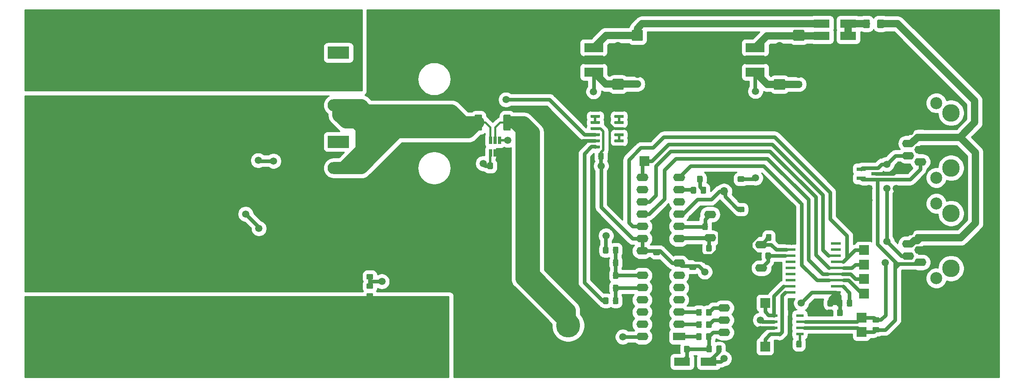
<source format=gbr>
G04 #@! TF.GenerationSoftware,KiCad,Pcbnew,5.1.4*
G04 #@! TF.CreationDate,2019-10-26T00:18:29-03:00*
G04 #@! TF.ProjectId,MCB19,4d434231-392e-46b6-9963-61645f706362,rev?*
G04 #@! TF.SameCoordinates,Original*
G04 #@! TF.FileFunction,Copper,L2,Bot*
G04 #@! TF.FilePolarity,Positive*
%FSLAX46Y46*%
G04 Gerber Fmt 4.6, Leading zero omitted, Abs format (unit mm)*
G04 Created by KiCad (PCBNEW 5.1.4) date 2019-10-26 00:18:29*
%MOMM*%
%LPD*%
G04 APERTURE LIST*
%ADD10R,2.000000X0.600000*%
%ADD11C,0.100000*%
%ADD12C,1.150000*%
%ADD13C,5.000000*%
%ADD14C,2.400000*%
%ADD15R,2.400000X2.400000*%
%ADD16R,0.650000X1.560000*%
%ADD17C,0.900000*%
%ADD18C,10.600000*%
%ADD19R,4.500000X2.500000*%
%ADD20O,4.500000X2.500000*%
%ADD21C,0.600000*%
%ADD22C,1.525000*%
%ADD23C,4.000000*%
%ADD24R,4.000000X4.000000*%
%ADD25C,2.250000*%
%ADD26R,3.300000X1.700000*%
%ADD27R,16.000000X10.000000*%
%ADD28R,4.000000X1.905000*%
%ADD29R,1.700000X1.700000*%
%ADD30O,1.700000X1.700000*%
%ADD31R,2.500000X1.600000*%
%ADD32O,2.500000X1.600000*%
%ADD33R,1.900000X0.800000*%
%ADD34C,1.425000*%
%ADD35C,3.650000*%
%ADD36C,2.500000*%
%ADD37R,1.550000X0.600000*%
%ADD38R,2.000000X2.000000*%
%ADD39C,1.500000*%
%ADD40C,0.250000*%
%ADD41C,0.508000*%
%ADD42C,0.762000*%
%ADD43C,0.381000*%
%ADD44C,1.524000*%
%ADD45C,2.540000*%
%ADD46C,0.254000*%
G04 APERTURE END LIST*
D10*
X209829000Y-111796000D03*
X209829000Y-110526000D03*
X209829000Y-109256000D03*
X209829000Y-107986000D03*
X209829000Y-106716000D03*
X209829000Y-105446000D03*
X209829000Y-104176000D03*
X209829000Y-102906000D03*
X209829000Y-101636000D03*
X219229000Y-101636000D03*
X219229000Y-102906000D03*
X219229000Y-104176000D03*
X219229000Y-105446000D03*
X219229000Y-106716000D03*
X219229000Y-107986000D03*
X219229000Y-109256000D03*
X219229000Y-110526000D03*
X219229000Y-111796000D03*
D11*
G36*
X173849505Y-107551204D02*
G01*
X173873773Y-107554804D01*
X173897572Y-107560765D01*
X173920671Y-107569030D01*
X173942850Y-107579520D01*
X173963893Y-107592132D01*
X173983599Y-107606747D01*
X174001777Y-107623223D01*
X174018253Y-107641401D01*
X174032868Y-107661107D01*
X174045480Y-107682150D01*
X174055970Y-107704329D01*
X174064235Y-107727428D01*
X174070196Y-107751227D01*
X174073796Y-107775495D01*
X174075000Y-107799999D01*
X174075000Y-108700001D01*
X174073796Y-108724505D01*
X174070196Y-108748773D01*
X174064235Y-108772572D01*
X174055970Y-108795671D01*
X174045480Y-108817850D01*
X174032868Y-108838893D01*
X174018253Y-108858599D01*
X174001777Y-108876777D01*
X173983599Y-108893253D01*
X173963893Y-108907868D01*
X173942850Y-108920480D01*
X173920671Y-108930970D01*
X173897572Y-108939235D01*
X173873773Y-108945196D01*
X173849505Y-108948796D01*
X173825001Y-108950000D01*
X173174999Y-108950000D01*
X173150495Y-108948796D01*
X173126227Y-108945196D01*
X173102428Y-108939235D01*
X173079329Y-108930970D01*
X173057150Y-108920480D01*
X173036107Y-108907868D01*
X173016401Y-108893253D01*
X172998223Y-108876777D01*
X172981747Y-108858599D01*
X172967132Y-108838893D01*
X172954520Y-108817850D01*
X172944030Y-108795671D01*
X172935765Y-108772572D01*
X172929804Y-108748773D01*
X172926204Y-108724505D01*
X172925000Y-108700001D01*
X172925000Y-107799999D01*
X172926204Y-107775495D01*
X172929804Y-107751227D01*
X172935765Y-107727428D01*
X172944030Y-107704329D01*
X172954520Y-107682150D01*
X172967132Y-107661107D01*
X172981747Y-107641401D01*
X172998223Y-107623223D01*
X173016401Y-107606747D01*
X173036107Y-107592132D01*
X173057150Y-107579520D01*
X173079329Y-107569030D01*
X173102428Y-107560765D01*
X173126227Y-107554804D01*
X173150495Y-107551204D01*
X173174999Y-107550000D01*
X173825001Y-107550000D01*
X173849505Y-107551204D01*
X173849505Y-107551204D01*
G37*
D12*
X173500000Y-108250000D03*
D11*
G36*
X171799505Y-107551204D02*
G01*
X171823773Y-107554804D01*
X171847572Y-107560765D01*
X171870671Y-107569030D01*
X171892850Y-107579520D01*
X171913893Y-107592132D01*
X171933599Y-107606747D01*
X171951777Y-107623223D01*
X171968253Y-107641401D01*
X171982868Y-107661107D01*
X171995480Y-107682150D01*
X172005970Y-107704329D01*
X172014235Y-107727428D01*
X172020196Y-107751227D01*
X172023796Y-107775495D01*
X172025000Y-107799999D01*
X172025000Y-108700001D01*
X172023796Y-108724505D01*
X172020196Y-108748773D01*
X172014235Y-108772572D01*
X172005970Y-108795671D01*
X171995480Y-108817850D01*
X171982868Y-108838893D01*
X171968253Y-108858599D01*
X171951777Y-108876777D01*
X171933599Y-108893253D01*
X171913893Y-108907868D01*
X171892850Y-108920480D01*
X171870671Y-108930970D01*
X171847572Y-108939235D01*
X171823773Y-108945196D01*
X171799505Y-108948796D01*
X171775001Y-108950000D01*
X171124999Y-108950000D01*
X171100495Y-108948796D01*
X171076227Y-108945196D01*
X171052428Y-108939235D01*
X171029329Y-108930970D01*
X171007150Y-108920480D01*
X170986107Y-108907868D01*
X170966401Y-108893253D01*
X170948223Y-108876777D01*
X170931747Y-108858599D01*
X170917132Y-108838893D01*
X170904520Y-108817850D01*
X170894030Y-108795671D01*
X170885765Y-108772572D01*
X170879804Y-108748773D01*
X170876204Y-108724505D01*
X170875000Y-108700001D01*
X170875000Y-107799999D01*
X170876204Y-107775495D01*
X170879804Y-107751227D01*
X170885765Y-107727428D01*
X170894030Y-107704329D01*
X170904520Y-107682150D01*
X170917132Y-107661107D01*
X170931747Y-107641401D01*
X170948223Y-107623223D01*
X170966401Y-107606747D01*
X170986107Y-107592132D01*
X171007150Y-107579520D01*
X171029329Y-107569030D01*
X171052428Y-107560765D01*
X171076227Y-107554804D01*
X171100495Y-107551204D01*
X171124999Y-107550000D01*
X171775001Y-107550000D01*
X171799505Y-107551204D01*
X171799505Y-107551204D01*
G37*
D12*
X171450000Y-108250000D03*
D13*
X135000000Y-118500000D03*
X163672000Y-118656000D03*
D11*
G36*
X170799505Y-82801204D02*
G01*
X170823773Y-82804804D01*
X170847572Y-82810765D01*
X170870671Y-82819030D01*
X170892850Y-82829520D01*
X170913893Y-82842132D01*
X170933599Y-82856747D01*
X170951777Y-82873223D01*
X170968253Y-82891401D01*
X170982868Y-82911107D01*
X170995480Y-82932150D01*
X171005970Y-82954329D01*
X171014235Y-82977428D01*
X171020196Y-83001227D01*
X171023796Y-83025495D01*
X171025000Y-83049999D01*
X171025000Y-83950001D01*
X171023796Y-83974505D01*
X171020196Y-83998773D01*
X171014235Y-84022572D01*
X171005970Y-84045671D01*
X170995480Y-84067850D01*
X170982868Y-84088893D01*
X170968253Y-84108599D01*
X170951777Y-84126777D01*
X170933599Y-84143253D01*
X170913893Y-84157868D01*
X170892850Y-84170480D01*
X170870671Y-84180970D01*
X170847572Y-84189235D01*
X170823773Y-84195196D01*
X170799505Y-84198796D01*
X170775001Y-84200000D01*
X170124999Y-84200000D01*
X170100495Y-84198796D01*
X170076227Y-84195196D01*
X170052428Y-84189235D01*
X170029329Y-84180970D01*
X170007150Y-84170480D01*
X169986107Y-84157868D01*
X169966401Y-84143253D01*
X169948223Y-84126777D01*
X169931747Y-84108599D01*
X169917132Y-84088893D01*
X169904520Y-84067850D01*
X169894030Y-84045671D01*
X169885765Y-84022572D01*
X169879804Y-83998773D01*
X169876204Y-83974505D01*
X169875000Y-83950001D01*
X169875000Y-83049999D01*
X169876204Y-83025495D01*
X169879804Y-83001227D01*
X169885765Y-82977428D01*
X169894030Y-82954329D01*
X169904520Y-82932150D01*
X169917132Y-82911107D01*
X169931747Y-82891401D01*
X169948223Y-82873223D01*
X169966401Y-82856747D01*
X169986107Y-82842132D01*
X170007150Y-82829520D01*
X170029329Y-82819030D01*
X170052428Y-82810765D01*
X170076227Y-82804804D01*
X170100495Y-82801204D01*
X170124999Y-82800000D01*
X170775001Y-82800000D01*
X170799505Y-82801204D01*
X170799505Y-82801204D01*
G37*
D12*
X170450000Y-83500000D03*
D11*
G36*
X172849505Y-82801204D02*
G01*
X172873773Y-82804804D01*
X172897572Y-82810765D01*
X172920671Y-82819030D01*
X172942850Y-82829520D01*
X172963893Y-82842132D01*
X172983599Y-82856747D01*
X173001777Y-82873223D01*
X173018253Y-82891401D01*
X173032868Y-82911107D01*
X173045480Y-82932150D01*
X173055970Y-82954329D01*
X173064235Y-82977428D01*
X173070196Y-83001227D01*
X173073796Y-83025495D01*
X173075000Y-83049999D01*
X173075000Y-83950001D01*
X173073796Y-83974505D01*
X173070196Y-83998773D01*
X173064235Y-84022572D01*
X173055970Y-84045671D01*
X173045480Y-84067850D01*
X173032868Y-84088893D01*
X173018253Y-84108599D01*
X173001777Y-84126777D01*
X172983599Y-84143253D01*
X172963893Y-84157868D01*
X172942850Y-84170480D01*
X172920671Y-84180970D01*
X172897572Y-84189235D01*
X172873773Y-84195196D01*
X172849505Y-84198796D01*
X172825001Y-84200000D01*
X172174999Y-84200000D01*
X172150495Y-84198796D01*
X172126227Y-84195196D01*
X172102428Y-84189235D01*
X172079329Y-84180970D01*
X172057150Y-84170480D01*
X172036107Y-84157868D01*
X172016401Y-84143253D01*
X171998223Y-84126777D01*
X171981747Y-84108599D01*
X171967132Y-84088893D01*
X171954520Y-84067850D01*
X171944030Y-84045671D01*
X171935765Y-84022572D01*
X171929804Y-83998773D01*
X171926204Y-83974505D01*
X171925000Y-83950001D01*
X171925000Y-83049999D01*
X171926204Y-83025495D01*
X171929804Y-83001227D01*
X171935765Y-82977428D01*
X171944030Y-82954329D01*
X171954520Y-82932150D01*
X171967132Y-82911107D01*
X171981747Y-82891401D01*
X171998223Y-82873223D01*
X172016401Y-82856747D01*
X172036107Y-82842132D01*
X172057150Y-82829520D01*
X172079329Y-82819030D01*
X172102428Y-82810765D01*
X172126227Y-82804804D01*
X172150495Y-82801204D01*
X172174999Y-82800000D01*
X172825001Y-82800000D01*
X172849505Y-82801204D01*
X172849505Y-82801204D01*
G37*
D12*
X172500000Y-83500000D03*
D11*
G36*
X147824505Y-84801204D02*
G01*
X147848773Y-84804804D01*
X147872572Y-84810765D01*
X147895671Y-84819030D01*
X147917850Y-84829520D01*
X147938893Y-84842132D01*
X147958599Y-84856747D01*
X147976777Y-84873223D01*
X147993253Y-84891401D01*
X148007868Y-84911107D01*
X148020480Y-84932150D01*
X148030970Y-84954329D01*
X148039235Y-84977428D01*
X148045196Y-85001227D01*
X148048796Y-85025495D01*
X148050000Y-85049999D01*
X148050000Y-85950001D01*
X148048796Y-85974505D01*
X148045196Y-85998773D01*
X148039235Y-86022572D01*
X148030970Y-86045671D01*
X148020480Y-86067850D01*
X148007868Y-86088893D01*
X147993253Y-86108599D01*
X147976777Y-86126777D01*
X147958599Y-86143253D01*
X147938893Y-86157868D01*
X147917850Y-86170480D01*
X147895671Y-86180970D01*
X147872572Y-86189235D01*
X147848773Y-86195196D01*
X147824505Y-86198796D01*
X147800001Y-86200000D01*
X147149999Y-86200000D01*
X147125495Y-86198796D01*
X147101227Y-86195196D01*
X147077428Y-86189235D01*
X147054329Y-86180970D01*
X147032150Y-86170480D01*
X147011107Y-86157868D01*
X146991401Y-86143253D01*
X146973223Y-86126777D01*
X146956747Y-86108599D01*
X146942132Y-86088893D01*
X146929520Y-86067850D01*
X146919030Y-86045671D01*
X146910765Y-86022572D01*
X146904804Y-85998773D01*
X146901204Y-85974505D01*
X146900000Y-85950001D01*
X146900000Y-85049999D01*
X146901204Y-85025495D01*
X146904804Y-85001227D01*
X146910765Y-84977428D01*
X146919030Y-84954329D01*
X146929520Y-84932150D01*
X146942132Y-84911107D01*
X146956747Y-84891401D01*
X146973223Y-84873223D01*
X146991401Y-84856747D01*
X147011107Y-84842132D01*
X147032150Y-84829520D01*
X147054329Y-84819030D01*
X147077428Y-84810765D01*
X147101227Y-84804804D01*
X147125495Y-84801204D01*
X147149999Y-84800000D01*
X147800001Y-84800000D01*
X147824505Y-84801204D01*
X147824505Y-84801204D01*
G37*
D12*
X147475000Y-85500000D03*
D11*
G36*
X149874505Y-84801204D02*
G01*
X149898773Y-84804804D01*
X149922572Y-84810765D01*
X149945671Y-84819030D01*
X149967850Y-84829520D01*
X149988893Y-84842132D01*
X150008599Y-84856747D01*
X150026777Y-84873223D01*
X150043253Y-84891401D01*
X150057868Y-84911107D01*
X150070480Y-84932150D01*
X150080970Y-84954329D01*
X150089235Y-84977428D01*
X150095196Y-85001227D01*
X150098796Y-85025495D01*
X150100000Y-85049999D01*
X150100000Y-85950001D01*
X150098796Y-85974505D01*
X150095196Y-85998773D01*
X150089235Y-86022572D01*
X150080970Y-86045671D01*
X150070480Y-86067850D01*
X150057868Y-86088893D01*
X150043253Y-86108599D01*
X150026777Y-86126777D01*
X150008599Y-86143253D01*
X149988893Y-86157868D01*
X149967850Y-86170480D01*
X149945671Y-86180970D01*
X149922572Y-86189235D01*
X149898773Y-86195196D01*
X149874505Y-86198796D01*
X149850001Y-86200000D01*
X149199999Y-86200000D01*
X149175495Y-86198796D01*
X149151227Y-86195196D01*
X149127428Y-86189235D01*
X149104329Y-86180970D01*
X149082150Y-86170480D01*
X149061107Y-86157868D01*
X149041401Y-86143253D01*
X149023223Y-86126777D01*
X149006747Y-86108599D01*
X148992132Y-86088893D01*
X148979520Y-86067850D01*
X148969030Y-86045671D01*
X148960765Y-86022572D01*
X148954804Y-85998773D01*
X148951204Y-85974505D01*
X148950000Y-85950001D01*
X148950000Y-85049999D01*
X148951204Y-85025495D01*
X148954804Y-85001227D01*
X148960765Y-84977428D01*
X148969030Y-84954329D01*
X148979520Y-84932150D01*
X148992132Y-84911107D01*
X149006747Y-84891401D01*
X149023223Y-84873223D01*
X149041401Y-84856747D01*
X149061107Y-84842132D01*
X149082150Y-84829520D01*
X149104329Y-84819030D01*
X149127428Y-84810765D01*
X149151227Y-84804804D01*
X149175495Y-84801204D01*
X149199999Y-84800000D01*
X149850001Y-84800000D01*
X149874505Y-84801204D01*
X149874505Y-84801204D01*
G37*
D12*
X149525000Y-85500000D03*
D14*
X72000000Y-109000000D03*
D15*
X72000000Y-114000000D03*
D16*
X148500000Y-80150000D03*
X149450000Y-80150000D03*
X147550000Y-80150000D03*
X147550000Y-82850000D03*
X148500000Y-82850000D03*
X149450000Y-82850000D03*
D17*
X59810749Y-122310749D03*
X60975000Y-119500000D03*
X59810749Y-116689251D03*
X57000000Y-115525000D03*
X54189251Y-116689251D03*
X53025000Y-119500000D03*
X54189251Y-122310749D03*
X57000000Y-123475000D03*
D18*
X57000000Y-119500000D03*
D14*
X99500000Y-109000000D03*
D15*
X99500000Y-114000000D03*
D14*
X113250000Y-109000000D03*
D15*
X113250000Y-114000000D03*
D19*
X116000000Y-62000000D03*
D20*
X116000000Y-67450000D03*
X116000000Y-72900000D03*
D19*
X116000000Y-80500000D03*
D20*
X116000000Y-85950000D03*
X116000000Y-91400000D03*
D11*
G36*
X175064703Y-81260722D02*
G01*
X175079264Y-81262882D01*
X175093543Y-81266459D01*
X175107403Y-81271418D01*
X175120710Y-81277712D01*
X175133336Y-81285280D01*
X175145159Y-81294048D01*
X175156066Y-81303934D01*
X175165952Y-81314841D01*
X175174720Y-81326664D01*
X175182288Y-81339290D01*
X175188582Y-81352597D01*
X175193541Y-81366457D01*
X175197118Y-81380736D01*
X175199278Y-81395297D01*
X175200000Y-81410000D01*
X175200000Y-81710000D01*
X175199278Y-81724703D01*
X175197118Y-81739264D01*
X175193541Y-81753543D01*
X175188582Y-81767403D01*
X175182288Y-81780710D01*
X175174720Y-81793336D01*
X175165952Y-81805159D01*
X175156066Y-81816066D01*
X175145159Y-81825952D01*
X175133336Y-81834720D01*
X175120710Y-81842288D01*
X175107403Y-81848582D01*
X175093543Y-81853541D01*
X175079264Y-81857118D01*
X175064703Y-81859278D01*
X175050000Y-81860000D01*
X173400000Y-81860000D01*
X173385297Y-81859278D01*
X173370736Y-81857118D01*
X173356457Y-81853541D01*
X173342597Y-81848582D01*
X173329290Y-81842288D01*
X173316664Y-81834720D01*
X173304841Y-81825952D01*
X173293934Y-81816066D01*
X173284048Y-81805159D01*
X173275280Y-81793336D01*
X173267712Y-81780710D01*
X173261418Y-81767403D01*
X173256459Y-81753543D01*
X173252882Y-81739264D01*
X173250722Y-81724703D01*
X173250000Y-81710000D01*
X173250000Y-81410000D01*
X173250722Y-81395297D01*
X173252882Y-81380736D01*
X173256459Y-81366457D01*
X173261418Y-81352597D01*
X173267712Y-81339290D01*
X173275280Y-81326664D01*
X173284048Y-81314841D01*
X173293934Y-81303934D01*
X173304841Y-81294048D01*
X173316664Y-81285280D01*
X173329290Y-81277712D01*
X173342597Y-81271418D01*
X173356457Y-81266459D01*
X173370736Y-81262882D01*
X173385297Y-81260722D01*
X173400000Y-81260000D01*
X175050000Y-81260000D01*
X175064703Y-81260722D01*
X175064703Y-81260722D01*
G37*
D21*
X174225000Y-81560000D03*
D11*
G36*
X175064703Y-79990722D02*
G01*
X175079264Y-79992882D01*
X175093543Y-79996459D01*
X175107403Y-80001418D01*
X175120710Y-80007712D01*
X175133336Y-80015280D01*
X175145159Y-80024048D01*
X175156066Y-80033934D01*
X175165952Y-80044841D01*
X175174720Y-80056664D01*
X175182288Y-80069290D01*
X175188582Y-80082597D01*
X175193541Y-80096457D01*
X175197118Y-80110736D01*
X175199278Y-80125297D01*
X175200000Y-80140000D01*
X175200000Y-80440000D01*
X175199278Y-80454703D01*
X175197118Y-80469264D01*
X175193541Y-80483543D01*
X175188582Y-80497403D01*
X175182288Y-80510710D01*
X175174720Y-80523336D01*
X175165952Y-80535159D01*
X175156066Y-80546066D01*
X175145159Y-80555952D01*
X175133336Y-80564720D01*
X175120710Y-80572288D01*
X175107403Y-80578582D01*
X175093543Y-80583541D01*
X175079264Y-80587118D01*
X175064703Y-80589278D01*
X175050000Y-80590000D01*
X173400000Y-80590000D01*
X173385297Y-80589278D01*
X173370736Y-80587118D01*
X173356457Y-80583541D01*
X173342597Y-80578582D01*
X173329290Y-80572288D01*
X173316664Y-80564720D01*
X173304841Y-80555952D01*
X173293934Y-80546066D01*
X173284048Y-80535159D01*
X173275280Y-80523336D01*
X173267712Y-80510710D01*
X173261418Y-80497403D01*
X173256459Y-80483543D01*
X173252882Y-80469264D01*
X173250722Y-80454703D01*
X173250000Y-80440000D01*
X173250000Y-80140000D01*
X173250722Y-80125297D01*
X173252882Y-80110736D01*
X173256459Y-80096457D01*
X173261418Y-80082597D01*
X173267712Y-80069290D01*
X173275280Y-80056664D01*
X173284048Y-80044841D01*
X173293934Y-80033934D01*
X173304841Y-80024048D01*
X173316664Y-80015280D01*
X173329290Y-80007712D01*
X173342597Y-80001418D01*
X173356457Y-79996459D01*
X173370736Y-79992882D01*
X173385297Y-79990722D01*
X173400000Y-79990000D01*
X175050000Y-79990000D01*
X175064703Y-79990722D01*
X175064703Y-79990722D01*
G37*
D21*
X174225000Y-80290000D03*
D11*
G36*
X175064703Y-78720722D02*
G01*
X175079264Y-78722882D01*
X175093543Y-78726459D01*
X175107403Y-78731418D01*
X175120710Y-78737712D01*
X175133336Y-78745280D01*
X175145159Y-78754048D01*
X175156066Y-78763934D01*
X175165952Y-78774841D01*
X175174720Y-78786664D01*
X175182288Y-78799290D01*
X175188582Y-78812597D01*
X175193541Y-78826457D01*
X175197118Y-78840736D01*
X175199278Y-78855297D01*
X175200000Y-78870000D01*
X175200000Y-79170000D01*
X175199278Y-79184703D01*
X175197118Y-79199264D01*
X175193541Y-79213543D01*
X175188582Y-79227403D01*
X175182288Y-79240710D01*
X175174720Y-79253336D01*
X175165952Y-79265159D01*
X175156066Y-79276066D01*
X175145159Y-79285952D01*
X175133336Y-79294720D01*
X175120710Y-79302288D01*
X175107403Y-79308582D01*
X175093543Y-79313541D01*
X175079264Y-79317118D01*
X175064703Y-79319278D01*
X175050000Y-79320000D01*
X173400000Y-79320000D01*
X173385297Y-79319278D01*
X173370736Y-79317118D01*
X173356457Y-79313541D01*
X173342597Y-79308582D01*
X173329290Y-79302288D01*
X173316664Y-79294720D01*
X173304841Y-79285952D01*
X173293934Y-79276066D01*
X173284048Y-79265159D01*
X173275280Y-79253336D01*
X173267712Y-79240710D01*
X173261418Y-79227403D01*
X173256459Y-79213543D01*
X173252882Y-79199264D01*
X173250722Y-79184703D01*
X173250000Y-79170000D01*
X173250000Y-78870000D01*
X173250722Y-78855297D01*
X173252882Y-78840736D01*
X173256459Y-78826457D01*
X173261418Y-78812597D01*
X173267712Y-78799290D01*
X173275280Y-78786664D01*
X173284048Y-78774841D01*
X173293934Y-78763934D01*
X173304841Y-78754048D01*
X173316664Y-78745280D01*
X173329290Y-78737712D01*
X173342597Y-78731418D01*
X173356457Y-78726459D01*
X173370736Y-78722882D01*
X173385297Y-78720722D01*
X173400000Y-78720000D01*
X175050000Y-78720000D01*
X175064703Y-78720722D01*
X175064703Y-78720722D01*
G37*
D21*
X174225000Y-79020000D03*
D11*
G36*
X175064703Y-77450722D02*
G01*
X175079264Y-77452882D01*
X175093543Y-77456459D01*
X175107403Y-77461418D01*
X175120710Y-77467712D01*
X175133336Y-77475280D01*
X175145159Y-77484048D01*
X175156066Y-77493934D01*
X175165952Y-77504841D01*
X175174720Y-77516664D01*
X175182288Y-77529290D01*
X175188582Y-77542597D01*
X175193541Y-77556457D01*
X175197118Y-77570736D01*
X175199278Y-77585297D01*
X175200000Y-77600000D01*
X175200000Y-77900000D01*
X175199278Y-77914703D01*
X175197118Y-77929264D01*
X175193541Y-77943543D01*
X175188582Y-77957403D01*
X175182288Y-77970710D01*
X175174720Y-77983336D01*
X175165952Y-77995159D01*
X175156066Y-78006066D01*
X175145159Y-78015952D01*
X175133336Y-78024720D01*
X175120710Y-78032288D01*
X175107403Y-78038582D01*
X175093543Y-78043541D01*
X175079264Y-78047118D01*
X175064703Y-78049278D01*
X175050000Y-78050000D01*
X173400000Y-78050000D01*
X173385297Y-78049278D01*
X173370736Y-78047118D01*
X173356457Y-78043541D01*
X173342597Y-78038582D01*
X173329290Y-78032288D01*
X173316664Y-78024720D01*
X173304841Y-78015952D01*
X173293934Y-78006066D01*
X173284048Y-77995159D01*
X173275280Y-77983336D01*
X173267712Y-77970710D01*
X173261418Y-77957403D01*
X173256459Y-77943543D01*
X173252882Y-77929264D01*
X173250722Y-77914703D01*
X173250000Y-77900000D01*
X173250000Y-77600000D01*
X173250722Y-77585297D01*
X173252882Y-77570736D01*
X173256459Y-77556457D01*
X173261418Y-77542597D01*
X173267712Y-77529290D01*
X173275280Y-77516664D01*
X173284048Y-77504841D01*
X173293934Y-77493934D01*
X173304841Y-77484048D01*
X173316664Y-77475280D01*
X173329290Y-77467712D01*
X173342597Y-77461418D01*
X173356457Y-77456459D01*
X173370736Y-77452882D01*
X173385297Y-77450722D01*
X173400000Y-77450000D01*
X175050000Y-77450000D01*
X175064703Y-77450722D01*
X175064703Y-77450722D01*
G37*
D21*
X174225000Y-77750000D03*
D11*
G36*
X175064703Y-76180722D02*
G01*
X175079264Y-76182882D01*
X175093543Y-76186459D01*
X175107403Y-76191418D01*
X175120710Y-76197712D01*
X175133336Y-76205280D01*
X175145159Y-76214048D01*
X175156066Y-76223934D01*
X175165952Y-76234841D01*
X175174720Y-76246664D01*
X175182288Y-76259290D01*
X175188582Y-76272597D01*
X175193541Y-76286457D01*
X175197118Y-76300736D01*
X175199278Y-76315297D01*
X175200000Y-76330000D01*
X175200000Y-76630000D01*
X175199278Y-76644703D01*
X175197118Y-76659264D01*
X175193541Y-76673543D01*
X175188582Y-76687403D01*
X175182288Y-76700710D01*
X175174720Y-76713336D01*
X175165952Y-76725159D01*
X175156066Y-76736066D01*
X175145159Y-76745952D01*
X175133336Y-76754720D01*
X175120710Y-76762288D01*
X175107403Y-76768582D01*
X175093543Y-76773541D01*
X175079264Y-76777118D01*
X175064703Y-76779278D01*
X175050000Y-76780000D01*
X173400000Y-76780000D01*
X173385297Y-76779278D01*
X173370736Y-76777118D01*
X173356457Y-76773541D01*
X173342597Y-76768582D01*
X173329290Y-76762288D01*
X173316664Y-76754720D01*
X173304841Y-76745952D01*
X173293934Y-76736066D01*
X173284048Y-76725159D01*
X173275280Y-76713336D01*
X173267712Y-76700710D01*
X173261418Y-76687403D01*
X173256459Y-76673543D01*
X173252882Y-76659264D01*
X173250722Y-76644703D01*
X173250000Y-76630000D01*
X173250000Y-76330000D01*
X173250722Y-76315297D01*
X173252882Y-76300736D01*
X173256459Y-76286457D01*
X173261418Y-76272597D01*
X173267712Y-76259290D01*
X173275280Y-76246664D01*
X173284048Y-76234841D01*
X173293934Y-76223934D01*
X173304841Y-76214048D01*
X173316664Y-76205280D01*
X173329290Y-76197712D01*
X173342597Y-76191418D01*
X173356457Y-76186459D01*
X173370736Y-76182882D01*
X173385297Y-76180722D01*
X173400000Y-76180000D01*
X175050000Y-76180000D01*
X175064703Y-76180722D01*
X175064703Y-76180722D01*
G37*
D21*
X174225000Y-76480000D03*
D11*
G36*
X175064703Y-74910722D02*
G01*
X175079264Y-74912882D01*
X175093543Y-74916459D01*
X175107403Y-74921418D01*
X175120710Y-74927712D01*
X175133336Y-74935280D01*
X175145159Y-74944048D01*
X175156066Y-74953934D01*
X175165952Y-74964841D01*
X175174720Y-74976664D01*
X175182288Y-74989290D01*
X175188582Y-75002597D01*
X175193541Y-75016457D01*
X175197118Y-75030736D01*
X175199278Y-75045297D01*
X175200000Y-75060000D01*
X175200000Y-75360000D01*
X175199278Y-75374703D01*
X175197118Y-75389264D01*
X175193541Y-75403543D01*
X175188582Y-75417403D01*
X175182288Y-75430710D01*
X175174720Y-75443336D01*
X175165952Y-75455159D01*
X175156066Y-75466066D01*
X175145159Y-75475952D01*
X175133336Y-75484720D01*
X175120710Y-75492288D01*
X175107403Y-75498582D01*
X175093543Y-75503541D01*
X175079264Y-75507118D01*
X175064703Y-75509278D01*
X175050000Y-75510000D01*
X173400000Y-75510000D01*
X173385297Y-75509278D01*
X173370736Y-75507118D01*
X173356457Y-75503541D01*
X173342597Y-75498582D01*
X173329290Y-75492288D01*
X173316664Y-75484720D01*
X173304841Y-75475952D01*
X173293934Y-75466066D01*
X173284048Y-75455159D01*
X173275280Y-75443336D01*
X173267712Y-75430710D01*
X173261418Y-75417403D01*
X173256459Y-75403543D01*
X173252882Y-75389264D01*
X173250722Y-75374703D01*
X173250000Y-75360000D01*
X173250000Y-75060000D01*
X173250722Y-75045297D01*
X173252882Y-75030736D01*
X173256459Y-75016457D01*
X173261418Y-75002597D01*
X173267712Y-74989290D01*
X173275280Y-74976664D01*
X173284048Y-74964841D01*
X173293934Y-74953934D01*
X173304841Y-74944048D01*
X173316664Y-74935280D01*
X173329290Y-74927712D01*
X173342597Y-74921418D01*
X173356457Y-74916459D01*
X173370736Y-74912882D01*
X173385297Y-74910722D01*
X173400000Y-74910000D01*
X175050000Y-74910000D01*
X175064703Y-74910722D01*
X175064703Y-74910722D01*
G37*
D21*
X174225000Y-75210000D03*
D11*
G36*
X175064703Y-73640722D02*
G01*
X175079264Y-73642882D01*
X175093543Y-73646459D01*
X175107403Y-73651418D01*
X175120710Y-73657712D01*
X175133336Y-73665280D01*
X175145159Y-73674048D01*
X175156066Y-73683934D01*
X175165952Y-73694841D01*
X175174720Y-73706664D01*
X175182288Y-73719290D01*
X175188582Y-73732597D01*
X175193541Y-73746457D01*
X175197118Y-73760736D01*
X175199278Y-73775297D01*
X175200000Y-73790000D01*
X175200000Y-74090000D01*
X175199278Y-74104703D01*
X175197118Y-74119264D01*
X175193541Y-74133543D01*
X175188582Y-74147403D01*
X175182288Y-74160710D01*
X175174720Y-74173336D01*
X175165952Y-74185159D01*
X175156066Y-74196066D01*
X175145159Y-74205952D01*
X175133336Y-74214720D01*
X175120710Y-74222288D01*
X175107403Y-74228582D01*
X175093543Y-74233541D01*
X175079264Y-74237118D01*
X175064703Y-74239278D01*
X175050000Y-74240000D01*
X173400000Y-74240000D01*
X173385297Y-74239278D01*
X173370736Y-74237118D01*
X173356457Y-74233541D01*
X173342597Y-74228582D01*
X173329290Y-74222288D01*
X173316664Y-74214720D01*
X173304841Y-74205952D01*
X173293934Y-74196066D01*
X173284048Y-74185159D01*
X173275280Y-74173336D01*
X173267712Y-74160710D01*
X173261418Y-74147403D01*
X173256459Y-74133543D01*
X173252882Y-74119264D01*
X173250722Y-74104703D01*
X173250000Y-74090000D01*
X173250000Y-73790000D01*
X173250722Y-73775297D01*
X173252882Y-73760736D01*
X173256459Y-73746457D01*
X173261418Y-73732597D01*
X173267712Y-73719290D01*
X173275280Y-73706664D01*
X173284048Y-73694841D01*
X173293934Y-73683934D01*
X173304841Y-73674048D01*
X173316664Y-73665280D01*
X173329290Y-73657712D01*
X173342597Y-73651418D01*
X173356457Y-73646459D01*
X173370736Y-73642882D01*
X173385297Y-73640722D01*
X173400000Y-73640000D01*
X175050000Y-73640000D01*
X175064703Y-73640722D01*
X175064703Y-73640722D01*
G37*
D21*
X174225000Y-73940000D03*
D11*
G36*
X170114703Y-73640722D02*
G01*
X170129264Y-73642882D01*
X170143543Y-73646459D01*
X170157403Y-73651418D01*
X170170710Y-73657712D01*
X170183336Y-73665280D01*
X170195159Y-73674048D01*
X170206066Y-73683934D01*
X170215952Y-73694841D01*
X170224720Y-73706664D01*
X170232288Y-73719290D01*
X170238582Y-73732597D01*
X170243541Y-73746457D01*
X170247118Y-73760736D01*
X170249278Y-73775297D01*
X170250000Y-73790000D01*
X170250000Y-74090000D01*
X170249278Y-74104703D01*
X170247118Y-74119264D01*
X170243541Y-74133543D01*
X170238582Y-74147403D01*
X170232288Y-74160710D01*
X170224720Y-74173336D01*
X170215952Y-74185159D01*
X170206066Y-74196066D01*
X170195159Y-74205952D01*
X170183336Y-74214720D01*
X170170710Y-74222288D01*
X170157403Y-74228582D01*
X170143543Y-74233541D01*
X170129264Y-74237118D01*
X170114703Y-74239278D01*
X170100000Y-74240000D01*
X168450000Y-74240000D01*
X168435297Y-74239278D01*
X168420736Y-74237118D01*
X168406457Y-74233541D01*
X168392597Y-74228582D01*
X168379290Y-74222288D01*
X168366664Y-74214720D01*
X168354841Y-74205952D01*
X168343934Y-74196066D01*
X168334048Y-74185159D01*
X168325280Y-74173336D01*
X168317712Y-74160710D01*
X168311418Y-74147403D01*
X168306459Y-74133543D01*
X168302882Y-74119264D01*
X168300722Y-74104703D01*
X168300000Y-74090000D01*
X168300000Y-73790000D01*
X168300722Y-73775297D01*
X168302882Y-73760736D01*
X168306459Y-73746457D01*
X168311418Y-73732597D01*
X168317712Y-73719290D01*
X168325280Y-73706664D01*
X168334048Y-73694841D01*
X168343934Y-73683934D01*
X168354841Y-73674048D01*
X168366664Y-73665280D01*
X168379290Y-73657712D01*
X168392597Y-73651418D01*
X168406457Y-73646459D01*
X168420736Y-73642882D01*
X168435297Y-73640722D01*
X168450000Y-73640000D01*
X170100000Y-73640000D01*
X170114703Y-73640722D01*
X170114703Y-73640722D01*
G37*
D21*
X169275000Y-73940000D03*
D11*
G36*
X170114703Y-74910722D02*
G01*
X170129264Y-74912882D01*
X170143543Y-74916459D01*
X170157403Y-74921418D01*
X170170710Y-74927712D01*
X170183336Y-74935280D01*
X170195159Y-74944048D01*
X170206066Y-74953934D01*
X170215952Y-74964841D01*
X170224720Y-74976664D01*
X170232288Y-74989290D01*
X170238582Y-75002597D01*
X170243541Y-75016457D01*
X170247118Y-75030736D01*
X170249278Y-75045297D01*
X170250000Y-75060000D01*
X170250000Y-75360000D01*
X170249278Y-75374703D01*
X170247118Y-75389264D01*
X170243541Y-75403543D01*
X170238582Y-75417403D01*
X170232288Y-75430710D01*
X170224720Y-75443336D01*
X170215952Y-75455159D01*
X170206066Y-75466066D01*
X170195159Y-75475952D01*
X170183336Y-75484720D01*
X170170710Y-75492288D01*
X170157403Y-75498582D01*
X170143543Y-75503541D01*
X170129264Y-75507118D01*
X170114703Y-75509278D01*
X170100000Y-75510000D01*
X168450000Y-75510000D01*
X168435297Y-75509278D01*
X168420736Y-75507118D01*
X168406457Y-75503541D01*
X168392597Y-75498582D01*
X168379290Y-75492288D01*
X168366664Y-75484720D01*
X168354841Y-75475952D01*
X168343934Y-75466066D01*
X168334048Y-75455159D01*
X168325280Y-75443336D01*
X168317712Y-75430710D01*
X168311418Y-75417403D01*
X168306459Y-75403543D01*
X168302882Y-75389264D01*
X168300722Y-75374703D01*
X168300000Y-75360000D01*
X168300000Y-75060000D01*
X168300722Y-75045297D01*
X168302882Y-75030736D01*
X168306459Y-75016457D01*
X168311418Y-75002597D01*
X168317712Y-74989290D01*
X168325280Y-74976664D01*
X168334048Y-74964841D01*
X168343934Y-74953934D01*
X168354841Y-74944048D01*
X168366664Y-74935280D01*
X168379290Y-74927712D01*
X168392597Y-74921418D01*
X168406457Y-74916459D01*
X168420736Y-74912882D01*
X168435297Y-74910722D01*
X168450000Y-74910000D01*
X170100000Y-74910000D01*
X170114703Y-74910722D01*
X170114703Y-74910722D01*
G37*
D21*
X169275000Y-75210000D03*
D11*
G36*
X170114703Y-76180722D02*
G01*
X170129264Y-76182882D01*
X170143543Y-76186459D01*
X170157403Y-76191418D01*
X170170710Y-76197712D01*
X170183336Y-76205280D01*
X170195159Y-76214048D01*
X170206066Y-76223934D01*
X170215952Y-76234841D01*
X170224720Y-76246664D01*
X170232288Y-76259290D01*
X170238582Y-76272597D01*
X170243541Y-76286457D01*
X170247118Y-76300736D01*
X170249278Y-76315297D01*
X170250000Y-76330000D01*
X170250000Y-76630000D01*
X170249278Y-76644703D01*
X170247118Y-76659264D01*
X170243541Y-76673543D01*
X170238582Y-76687403D01*
X170232288Y-76700710D01*
X170224720Y-76713336D01*
X170215952Y-76725159D01*
X170206066Y-76736066D01*
X170195159Y-76745952D01*
X170183336Y-76754720D01*
X170170710Y-76762288D01*
X170157403Y-76768582D01*
X170143543Y-76773541D01*
X170129264Y-76777118D01*
X170114703Y-76779278D01*
X170100000Y-76780000D01*
X168450000Y-76780000D01*
X168435297Y-76779278D01*
X168420736Y-76777118D01*
X168406457Y-76773541D01*
X168392597Y-76768582D01*
X168379290Y-76762288D01*
X168366664Y-76754720D01*
X168354841Y-76745952D01*
X168343934Y-76736066D01*
X168334048Y-76725159D01*
X168325280Y-76713336D01*
X168317712Y-76700710D01*
X168311418Y-76687403D01*
X168306459Y-76673543D01*
X168302882Y-76659264D01*
X168300722Y-76644703D01*
X168300000Y-76630000D01*
X168300000Y-76330000D01*
X168300722Y-76315297D01*
X168302882Y-76300736D01*
X168306459Y-76286457D01*
X168311418Y-76272597D01*
X168317712Y-76259290D01*
X168325280Y-76246664D01*
X168334048Y-76234841D01*
X168343934Y-76223934D01*
X168354841Y-76214048D01*
X168366664Y-76205280D01*
X168379290Y-76197712D01*
X168392597Y-76191418D01*
X168406457Y-76186459D01*
X168420736Y-76182882D01*
X168435297Y-76180722D01*
X168450000Y-76180000D01*
X170100000Y-76180000D01*
X170114703Y-76180722D01*
X170114703Y-76180722D01*
G37*
D21*
X169275000Y-76480000D03*
D11*
G36*
X170114703Y-77450722D02*
G01*
X170129264Y-77452882D01*
X170143543Y-77456459D01*
X170157403Y-77461418D01*
X170170710Y-77467712D01*
X170183336Y-77475280D01*
X170195159Y-77484048D01*
X170206066Y-77493934D01*
X170215952Y-77504841D01*
X170224720Y-77516664D01*
X170232288Y-77529290D01*
X170238582Y-77542597D01*
X170243541Y-77556457D01*
X170247118Y-77570736D01*
X170249278Y-77585297D01*
X170250000Y-77600000D01*
X170250000Y-77900000D01*
X170249278Y-77914703D01*
X170247118Y-77929264D01*
X170243541Y-77943543D01*
X170238582Y-77957403D01*
X170232288Y-77970710D01*
X170224720Y-77983336D01*
X170215952Y-77995159D01*
X170206066Y-78006066D01*
X170195159Y-78015952D01*
X170183336Y-78024720D01*
X170170710Y-78032288D01*
X170157403Y-78038582D01*
X170143543Y-78043541D01*
X170129264Y-78047118D01*
X170114703Y-78049278D01*
X170100000Y-78050000D01*
X168450000Y-78050000D01*
X168435297Y-78049278D01*
X168420736Y-78047118D01*
X168406457Y-78043541D01*
X168392597Y-78038582D01*
X168379290Y-78032288D01*
X168366664Y-78024720D01*
X168354841Y-78015952D01*
X168343934Y-78006066D01*
X168334048Y-77995159D01*
X168325280Y-77983336D01*
X168317712Y-77970710D01*
X168311418Y-77957403D01*
X168306459Y-77943543D01*
X168302882Y-77929264D01*
X168300722Y-77914703D01*
X168300000Y-77900000D01*
X168300000Y-77600000D01*
X168300722Y-77585297D01*
X168302882Y-77570736D01*
X168306459Y-77556457D01*
X168311418Y-77542597D01*
X168317712Y-77529290D01*
X168325280Y-77516664D01*
X168334048Y-77504841D01*
X168343934Y-77493934D01*
X168354841Y-77484048D01*
X168366664Y-77475280D01*
X168379290Y-77467712D01*
X168392597Y-77461418D01*
X168406457Y-77456459D01*
X168420736Y-77452882D01*
X168435297Y-77450722D01*
X168450000Y-77450000D01*
X170100000Y-77450000D01*
X170114703Y-77450722D01*
X170114703Y-77450722D01*
G37*
D21*
X169275000Y-77750000D03*
D11*
G36*
X170114703Y-78720722D02*
G01*
X170129264Y-78722882D01*
X170143543Y-78726459D01*
X170157403Y-78731418D01*
X170170710Y-78737712D01*
X170183336Y-78745280D01*
X170195159Y-78754048D01*
X170206066Y-78763934D01*
X170215952Y-78774841D01*
X170224720Y-78786664D01*
X170232288Y-78799290D01*
X170238582Y-78812597D01*
X170243541Y-78826457D01*
X170247118Y-78840736D01*
X170249278Y-78855297D01*
X170250000Y-78870000D01*
X170250000Y-79170000D01*
X170249278Y-79184703D01*
X170247118Y-79199264D01*
X170243541Y-79213543D01*
X170238582Y-79227403D01*
X170232288Y-79240710D01*
X170224720Y-79253336D01*
X170215952Y-79265159D01*
X170206066Y-79276066D01*
X170195159Y-79285952D01*
X170183336Y-79294720D01*
X170170710Y-79302288D01*
X170157403Y-79308582D01*
X170143543Y-79313541D01*
X170129264Y-79317118D01*
X170114703Y-79319278D01*
X170100000Y-79320000D01*
X168450000Y-79320000D01*
X168435297Y-79319278D01*
X168420736Y-79317118D01*
X168406457Y-79313541D01*
X168392597Y-79308582D01*
X168379290Y-79302288D01*
X168366664Y-79294720D01*
X168354841Y-79285952D01*
X168343934Y-79276066D01*
X168334048Y-79265159D01*
X168325280Y-79253336D01*
X168317712Y-79240710D01*
X168311418Y-79227403D01*
X168306459Y-79213543D01*
X168302882Y-79199264D01*
X168300722Y-79184703D01*
X168300000Y-79170000D01*
X168300000Y-78870000D01*
X168300722Y-78855297D01*
X168302882Y-78840736D01*
X168306459Y-78826457D01*
X168311418Y-78812597D01*
X168317712Y-78799290D01*
X168325280Y-78786664D01*
X168334048Y-78774841D01*
X168343934Y-78763934D01*
X168354841Y-78754048D01*
X168366664Y-78745280D01*
X168379290Y-78737712D01*
X168392597Y-78731418D01*
X168406457Y-78726459D01*
X168420736Y-78722882D01*
X168435297Y-78720722D01*
X168450000Y-78720000D01*
X170100000Y-78720000D01*
X170114703Y-78720722D01*
X170114703Y-78720722D01*
G37*
D21*
X169275000Y-79020000D03*
D11*
G36*
X170114703Y-79990722D02*
G01*
X170129264Y-79992882D01*
X170143543Y-79996459D01*
X170157403Y-80001418D01*
X170170710Y-80007712D01*
X170183336Y-80015280D01*
X170195159Y-80024048D01*
X170206066Y-80033934D01*
X170215952Y-80044841D01*
X170224720Y-80056664D01*
X170232288Y-80069290D01*
X170238582Y-80082597D01*
X170243541Y-80096457D01*
X170247118Y-80110736D01*
X170249278Y-80125297D01*
X170250000Y-80140000D01*
X170250000Y-80440000D01*
X170249278Y-80454703D01*
X170247118Y-80469264D01*
X170243541Y-80483543D01*
X170238582Y-80497403D01*
X170232288Y-80510710D01*
X170224720Y-80523336D01*
X170215952Y-80535159D01*
X170206066Y-80546066D01*
X170195159Y-80555952D01*
X170183336Y-80564720D01*
X170170710Y-80572288D01*
X170157403Y-80578582D01*
X170143543Y-80583541D01*
X170129264Y-80587118D01*
X170114703Y-80589278D01*
X170100000Y-80590000D01*
X168450000Y-80590000D01*
X168435297Y-80589278D01*
X168420736Y-80587118D01*
X168406457Y-80583541D01*
X168392597Y-80578582D01*
X168379290Y-80572288D01*
X168366664Y-80564720D01*
X168354841Y-80555952D01*
X168343934Y-80546066D01*
X168334048Y-80535159D01*
X168325280Y-80523336D01*
X168317712Y-80510710D01*
X168311418Y-80497403D01*
X168306459Y-80483543D01*
X168302882Y-80469264D01*
X168300722Y-80454703D01*
X168300000Y-80440000D01*
X168300000Y-80140000D01*
X168300722Y-80125297D01*
X168302882Y-80110736D01*
X168306459Y-80096457D01*
X168311418Y-80082597D01*
X168317712Y-80069290D01*
X168325280Y-80056664D01*
X168334048Y-80044841D01*
X168343934Y-80033934D01*
X168354841Y-80024048D01*
X168366664Y-80015280D01*
X168379290Y-80007712D01*
X168392597Y-80001418D01*
X168406457Y-79996459D01*
X168420736Y-79992882D01*
X168435297Y-79990722D01*
X168450000Y-79990000D01*
X170100000Y-79990000D01*
X170114703Y-79990722D01*
X170114703Y-79990722D01*
G37*
D21*
X169275000Y-80290000D03*
D11*
G36*
X170114703Y-81260722D02*
G01*
X170129264Y-81262882D01*
X170143543Y-81266459D01*
X170157403Y-81271418D01*
X170170710Y-81277712D01*
X170183336Y-81285280D01*
X170195159Y-81294048D01*
X170206066Y-81303934D01*
X170215952Y-81314841D01*
X170224720Y-81326664D01*
X170232288Y-81339290D01*
X170238582Y-81352597D01*
X170243541Y-81366457D01*
X170247118Y-81380736D01*
X170249278Y-81395297D01*
X170250000Y-81410000D01*
X170250000Y-81710000D01*
X170249278Y-81724703D01*
X170247118Y-81739264D01*
X170243541Y-81753543D01*
X170238582Y-81767403D01*
X170232288Y-81780710D01*
X170224720Y-81793336D01*
X170215952Y-81805159D01*
X170206066Y-81816066D01*
X170195159Y-81825952D01*
X170183336Y-81834720D01*
X170170710Y-81842288D01*
X170157403Y-81848582D01*
X170143543Y-81853541D01*
X170129264Y-81857118D01*
X170114703Y-81859278D01*
X170100000Y-81860000D01*
X168450000Y-81860000D01*
X168435297Y-81859278D01*
X168420736Y-81857118D01*
X168406457Y-81853541D01*
X168392597Y-81848582D01*
X168379290Y-81842288D01*
X168366664Y-81834720D01*
X168354841Y-81825952D01*
X168343934Y-81816066D01*
X168334048Y-81805159D01*
X168325280Y-81793336D01*
X168317712Y-81780710D01*
X168311418Y-81767403D01*
X168306459Y-81753543D01*
X168302882Y-81739264D01*
X168300722Y-81724703D01*
X168300000Y-81710000D01*
X168300000Y-81410000D01*
X168300722Y-81395297D01*
X168302882Y-81380736D01*
X168306459Y-81366457D01*
X168311418Y-81352597D01*
X168317712Y-81339290D01*
X168325280Y-81326664D01*
X168334048Y-81314841D01*
X168343934Y-81303934D01*
X168354841Y-81294048D01*
X168366664Y-81285280D01*
X168379290Y-81277712D01*
X168392597Y-81271418D01*
X168406457Y-81266459D01*
X168420736Y-81262882D01*
X168435297Y-81260722D01*
X168450000Y-81260000D01*
X170100000Y-81260000D01*
X170114703Y-81260722D01*
X170114703Y-81260722D01*
G37*
D21*
X169275000Y-81560000D03*
D11*
G36*
X122974505Y-109876204D02*
G01*
X122998773Y-109879804D01*
X123022572Y-109885765D01*
X123045671Y-109894030D01*
X123067850Y-109904520D01*
X123088893Y-109917132D01*
X123108599Y-109931747D01*
X123126777Y-109948223D01*
X123143253Y-109966401D01*
X123157868Y-109986107D01*
X123170480Y-110007150D01*
X123180970Y-110029329D01*
X123189235Y-110052428D01*
X123195196Y-110076227D01*
X123198796Y-110100495D01*
X123200000Y-110124999D01*
X123200000Y-110775001D01*
X123198796Y-110799505D01*
X123195196Y-110823773D01*
X123189235Y-110847572D01*
X123180970Y-110870671D01*
X123170480Y-110892850D01*
X123157868Y-110913893D01*
X123143253Y-110933599D01*
X123126777Y-110951777D01*
X123108599Y-110968253D01*
X123088893Y-110982868D01*
X123067850Y-110995480D01*
X123045671Y-111005970D01*
X123022572Y-111014235D01*
X122998773Y-111020196D01*
X122974505Y-111023796D01*
X122950001Y-111025000D01*
X122049999Y-111025000D01*
X122025495Y-111023796D01*
X122001227Y-111020196D01*
X121977428Y-111014235D01*
X121954329Y-111005970D01*
X121932150Y-110995480D01*
X121911107Y-110982868D01*
X121891401Y-110968253D01*
X121873223Y-110951777D01*
X121856747Y-110933599D01*
X121842132Y-110913893D01*
X121829520Y-110892850D01*
X121819030Y-110870671D01*
X121810765Y-110847572D01*
X121804804Y-110823773D01*
X121801204Y-110799505D01*
X121800000Y-110775001D01*
X121800000Y-110124999D01*
X121801204Y-110100495D01*
X121804804Y-110076227D01*
X121810765Y-110052428D01*
X121819030Y-110029329D01*
X121829520Y-110007150D01*
X121842132Y-109986107D01*
X121856747Y-109966401D01*
X121873223Y-109948223D01*
X121891401Y-109931747D01*
X121911107Y-109917132D01*
X121932150Y-109904520D01*
X121954329Y-109894030D01*
X121977428Y-109885765D01*
X122001227Y-109879804D01*
X122025495Y-109876204D01*
X122049999Y-109875000D01*
X122950001Y-109875000D01*
X122974505Y-109876204D01*
X122974505Y-109876204D01*
G37*
D12*
X122500000Y-110450000D03*
D11*
G36*
X122974505Y-111926204D02*
G01*
X122998773Y-111929804D01*
X123022572Y-111935765D01*
X123045671Y-111944030D01*
X123067850Y-111954520D01*
X123088893Y-111967132D01*
X123108599Y-111981747D01*
X123126777Y-111998223D01*
X123143253Y-112016401D01*
X123157868Y-112036107D01*
X123170480Y-112057150D01*
X123180970Y-112079329D01*
X123189235Y-112102428D01*
X123195196Y-112126227D01*
X123198796Y-112150495D01*
X123200000Y-112174999D01*
X123200000Y-112825001D01*
X123198796Y-112849505D01*
X123195196Y-112873773D01*
X123189235Y-112897572D01*
X123180970Y-112920671D01*
X123170480Y-112942850D01*
X123157868Y-112963893D01*
X123143253Y-112983599D01*
X123126777Y-113001777D01*
X123108599Y-113018253D01*
X123088893Y-113032868D01*
X123067850Y-113045480D01*
X123045671Y-113055970D01*
X123022572Y-113064235D01*
X122998773Y-113070196D01*
X122974505Y-113073796D01*
X122950001Y-113075000D01*
X122049999Y-113075000D01*
X122025495Y-113073796D01*
X122001227Y-113070196D01*
X121977428Y-113064235D01*
X121954329Y-113055970D01*
X121932150Y-113045480D01*
X121911107Y-113032868D01*
X121891401Y-113018253D01*
X121873223Y-113001777D01*
X121856747Y-112983599D01*
X121842132Y-112963893D01*
X121829520Y-112942850D01*
X121819030Y-112920671D01*
X121810765Y-112897572D01*
X121804804Y-112873773D01*
X121801204Y-112849505D01*
X121800000Y-112825001D01*
X121800000Y-112174999D01*
X121801204Y-112150495D01*
X121804804Y-112126227D01*
X121810765Y-112102428D01*
X121819030Y-112079329D01*
X121829520Y-112057150D01*
X121842132Y-112036107D01*
X121856747Y-112016401D01*
X121873223Y-111998223D01*
X121891401Y-111981747D01*
X121911107Y-111967132D01*
X121932150Y-111954520D01*
X121954329Y-111944030D01*
X121977428Y-111935765D01*
X122001227Y-111929804D01*
X122025495Y-111926204D01*
X122049999Y-111925000D01*
X122950001Y-111925000D01*
X122974505Y-111926204D01*
X122974505Y-111926204D01*
G37*
D12*
X122500000Y-112500000D03*
D11*
G36*
X122974505Y-107951204D02*
G01*
X122998773Y-107954804D01*
X123022572Y-107960765D01*
X123045671Y-107969030D01*
X123067850Y-107979520D01*
X123088893Y-107992132D01*
X123108599Y-108006747D01*
X123126777Y-108023223D01*
X123143253Y-108041401D01*
X123157868Y-108061107D01*
X123170480Y-108082150D01*
X123180970Y-108104329D01*
X123189235Y-108127428D01*
X123195196Y-108151227D01*
X123198796Y-108175495D01*
X123200000Y-108199999D01*
X123200000Y-108850001D01*
X123198796Y-108874505D01*
X123195196Y-108898773D01*
X123189235Y-108922572D01*
X123180970Y-108945671D01*
X123170480Y-108967850D01*
X123157868Y-108988893D01*
X123143253Y-109008599D01*
X123126777Y-109026777D01*
X123108599Y-109043253D01*
X123088893Y-109057868D01*
X123067850Y-109070480D01*
X123045671Y-109080970D01*
X123022572Y-109089235D01*
X122998773Y-109095196D01*
X122974505Y-109098796D01*
X122950001Y-109100000D01*
X122049999Y-109100000D01*
X122025495Y-109098796D01*
X122001227Y-109095196D01*
X121977428Y-109089235D01*
X121954329Y-109080970D01*
X121932150Y-109070480D01*
X121911107Y-109057868D01*
X121891401Y-109043253D01*
X121873223Y-109026777D01*
X121856747Y-109008599D01*
X121842132Y-108988893D01*
X121829520Y-108967850D01*
X121819030Y-108945671D01*
X121810765Y-108922572D01*
X121804804Y-108898773D01*
X121801204Y-108874505D01*
X121800000Y-108850001D01*
X121800000Y-108199999D01*
X121801204Y-108175495D01*
X121804804Y-108151227D01*
X121810765Y-108127428D01*
X121819030Y-108104329D01*
X121829520Y-108082150D01*
X121842132Y-108061107D01*
X121856747Y-108041401D01*
X121873223Y-108023223D01*
X121891401Y-108006747D01*
X121911107Y-107992132D01*
X121932150Y-107979520D01*
X121954329Y-107969030D01*
X121977428Y-107960765D01*
X122001227Y-107954804D01*
X122025495Y-107951204D01*
X122049999Y-107950000D01*
X122950001Y-107950000D01*
X122974505Y-107951204D01*
X122974505Y-107951204D01*
G37*
D12*
X122500000Y-108525000D03*
D11*
G36*
X122974505Y-105901204D02*
G01*
X122998773Y-105904804D01*
X123022572Y-105910765D01*
X123045671Y-105919030D01*
X123067850Y-105929520D01*
X123088893Y-105942132D01*
X123108599Y-105956747D01*
X123126777Y-105973223D01*
X123143253Y-105991401D01*
X123157868Y-106011107D01*
X123170480Y-106032150D01*
X123180970Y-106054329D01*
X123189235Y-106077428D01*
X123195196Y-106101227D01*
X123198796Y-106125495D01*
X123200000Y-106149999D01*
X123200000Y-106800001D01*
X123198796Y-106824505D01*
X123195196Y-106848773D01*
X123189235Y-106872572D01*
X123180970Y-106895671D01*
X123170480Y-106917850D01*
X123157868Y-106938893D01*
X123143253Y-106958599D01*
X123126777Y-106976777D01*
X123108599Y-106993253D01*
X123088893Y-107007868D01*
X123067850Y-107020480D01*
X123045671Y-107030970D01*
X123022572Y-107039235D01*
X122998773Y-107045196D01*
X122974505Y-107048796D01*
X122950001Y-107050000D01*
X122049999Y-107050000D01*
X122025495Y-107048796D01*
X122001227Y-107045196D01*
X121977428Y-107039235D01*
X121954329Y-107030970D01*
X121932150Y-107020480D01*
X121911107Y-107007868D01*
X121891401Y-106993253D01*
X121873223Y-106976777D01*
X121856747Y-106958599D01*
X121842132Y-106938893D01*
X121829520Y-106917850D01*
X121819030Y-106895671D01*
X121810765Y-106872572D01*
X121804804Y-106848773D01*
X121801204Y-106824505D01*
X121800000Y-106800001D01*
X121800000Y-106149999D01*
X121801204Y-106125495D01*
X121804804Y-106101227D01*
X121810765Y-106077428D01*
X121819030Y-106054329D01*
X121829520Y-106032150D01*
X121842132Y-106011107D01*
X121856747Y-105991401D01*
X121873223Y-105973223D01*
X121891401Y-105956747D01*
X121911107Y-105942132D01*
X121932150Y-105929520D01*
X121954329Y-105919030D01*
X121977428Y-105910765D01*
X122001227Y-105904804D01*
X122025495Y-105901204D01*
X122049999Y-105900000D01*
X122950001Y-105900000D01*
X122974505Y-105901204D01*
X122974505Y-105901204D01*
G37*
D12*
X122500000Y-106475000D03*
D11*
G36*
X145549505Y-74826204D02*
G01*
X145573773Y-74829804D01*
X145597572Y-74835765D01*
X145620671Y-74844030D01*
X145642850Y-74854520D01*
X145663893Y-74867132D01*
X145683599Y-74881747D01*
X145701777Y-74898223D01*
X145718253Y-74916401D01*
X145732868Y-74936107D01*
X145745480Y-74957150D01*
X145755970Y-74979329D01*
X145764235Y-75002428D01*
X145770196Y-75026227D01*
X145773796Y-75050495D01*
X145775000Y-75074999D01*
X145775000Y-77925001D01*
X145773796Y-77949505D01*
X145770196Y-77973773D01*
X145764235Y-77997572D01*
X145755970Y-78020671D01*
X145745480Y-78042850D01*
X145732868Y-78063893D01*
X145718253Y-78083599D01*
X145701777Y-78101777D01*
X145683599Y-78118253D01*
X145663893Y-78132868D01*
X145642850Y-78145480D01*
X145620671Y-78155970D01*
X145597572Y-78164235D01*
X145573773Y-78170196D01*
X145549505Y-78173796D01*
X145525001Y-78175000D01*
X144499999Y-78175000D01*
X144475495Y-78173796D01*
X144451227Y-78170196D01*
X144427428Y-78164235D01*
X144404329Y-78155970D01*
X144382150Y-78145480D01*
X144361107Y-78132868D01*
X144341401Y-78118253D01*
X144323223Y-78101777D01*
X144306747Y-78083599D01*
X144292132Y-78063893D01*
X144279520Y-78042850D01*
X144269030Y-78020671D01*
X144260765Y-77997572D01*
X144254804Y-77973773D01*
X144251204Y-77949505D01*
X144250000Y-77925001D01*
X144250000Y-75074999D01*
X144251204Y-75050495D01*
X144254804Y-75026227D01*
X144260765Y-75002428D01*
X144269030Y-74979329D01*
X144279520Y-74957150D01*
X144292132Y-74936107D01*
X144306747Y-74916401D01*
X144323223Y-74898223D01*
X144341401Y-74881747D01*
X144361107Y-74867132D01*
X144382150Y-74854520D01*
X144404329Y-74844030D01*
X144427428Y-74835765D01*
X144451227Y-74829804D01*
X144475495Y-74826204D01*
X144499999Y-74825000D01*
X145525001Y-74825000D01*
X145549505Y-74826204D01*
X145549505Y-74826204D01*
G37*
D22*
X145012500Y-76500000D03*
D11*
G36*
X151524505Y-74826204D02*
G01*
X151548773Y-74829804D01*
X151572572Y-74835765D01*
X151595671Y-74844030D01*
X151617850Y-74854520D01*
X151638893Y-74867132D01*
X151658599Y-74881747D01*
X151676777Y-74898223D01*
X151693253Y-74916401D01*
X151707868Y-74936107D01*
X151720480Y-74957150D01*
X151730970Y-74979329D01*
X151739235Y-75002428D01*
X151745196Y-75026227D01*
X151748796Y-75050495D01*
X151750000Y-75074999D01*
X151750000Y-77925001D01*
X151748796Y-77949505D01*
X151745196Y-77973773D01*
X151739235Y-77997572D01*
X151730970Y-78020671D01*
X151720480Y-78042850D01*
X151707868Y-78063893D01*
X151693253Y-78083599D01*
X151676777Y-78101777D01*
X151658599Y-78118253D01*
X151638893Y-78132868D01*
X151617850Y-78145480D01*
X151595671Y-78155970D01*
X151572572Y-78164235D01*
X151548773Y-78170196D01*
X151524505Y-78173796D01*
X151500001Y-78175000D01*
X150474999Y-78175000D01*
X150450495Y-78173796D01*
X150426227Y-78170196D01*
X150402428Y-78164235D01*
X150379329Y-78155970D01*
X150357150Y-78145480D01*
X150336107Y-78132868D01*
X150316401Y-78118253D01*
X150298223Y-78101777D01*
X150281747Y-78083599D01*
X150267132Y-78063893D01*
X150254520Y-78042850D01*
X150244030Y-78020671D01*
X150235765Y-77997572D01*
X150229804Y-77973773D01*
X150226204Y-77949505D01*
X150225000Y-77925001D01*
X150225000Y-75074999D01*
X150226204Y-75050495D01*
X150229804Y-75026227D01*
X150235765Y-75002428D01*
X150244030Y-74979329D01*
X150254520Y-74957150D01*
X150267132Y-74936107D01*
X150281747Y-74916401D01*
X150298223Y-74898223D01*
X150316401Y-74881747D01*
X150336107Y-74867132D01*
X150357150Y-74854520D01*
X150379329Y-74844030D01*
X150402428Y-74835765D01*
X150426227Y-74829804D01*
X150450495Y-74826204D01*
X150474999Y-74825000D01*
X151500001Y-74825000D01*
X151524505Y-74826204D01*
X151524505Y-74826204D01*
G37*
D22*
X150987500Y-76500000D03*
D11*
G36*
X173849505Y-104926204D02*
G01*
X173873773Y-104929804D01*
X173897572Y-104935765D01*
X173920671Y-104944030D01*
X173942850Y-104954520D01*
X173963893Y-104967132D01*
X173983599Y-104981747D01*
X174001777Y-104998223D01*
X174018253Y-105016401D01*
X174032868Y-105036107D01*
X174045480Y-105057150D01*
X174055970Y-105079329D01*
X174064235Y-105102428D01*
X174070196Y-105126227D01*
X174073796Y-105150495D01*
X174075000Y-105174999D01*
X174075000Y-106075001D01*
X174073796Y-106099505D01*
X174070196Y-106123773D01*
X174064235Y-106147572D01*
X174055970Y-106170671D01*
X174045480Y-106192850D01*
X174032868Y-106213893D01*
X174018253Y-106233599D01*
X174001777Y-106251777D01*
X173983599Y-106268253D01*
X173963893Y-106282868D01*
X173942850Y-106295480D01*
X173920671Y-106305970D01*
X173897572Y-106314235D01*
X173873773Y-106320196D01*
X173849505Y-106323796D01*
X173825001Y-106325000D01*
X173174999Y-106325000D01*
X173150495Y-106323796D01*
X173126227Y-106320196D01*
X173102428Y-106314235D01*
X173079329Y-106305970D01*
X173057150Y-106295480D01*
X173036107Y-106282868D01*
X173016401Y-106268253D01*
X172998223Y-106251777D01*
X172981747Y-106233599D01*
X172967132Y-106213893D01*
X172954520Y-106192850D01*
X172944030Y-106170671D01*
X172935765Y-106147572D01*
X172929804Y-106123773D01*
X172926204Y-106099505D01*
X172925000Y-106075001D01*
X172925000Y-105174999D01*
X172926204Y-105150495D01*
X172929804Y-105126227D01*
X172935765Y-105102428D01*
X172944030Y-105079329D01*
X172954520Y-105057150D01*
X172967132Y-105036107D01*
X172981747Y-105016401D01*
X172998223Y-104998223D01*
X173016401Y-104981747D01*
X173036107Y-104967132D01*
X173057150Y-104954520D01*
X173079329Y-104944030D01*
X173102428Y-104935765D01*
X173126227Y-104929804D01*
X173150495Y-104926204D01*
X173174999Y-104925000D01*
X173825001Y-104925000D01*
X173849505Y-104926204D01*
X173849505Y-104926204D01*
G37*
D12*
X173500000Y-105625000D03*
D11*
G36*
X171799505Y-104926204D02*
G01*
X171823773Y-104929804D01*
X171847572Y-104935765D01*
X171870671Y-104944030D01*
X171892850Y-104954520D01*
X171913893Y-104967132D01*
X171933599Y-104981747D01*
X171951777Y-104998223D01*
X171968253Y-105016401D01*
X171982868Y-105036107D01*
X171995480Y-105057150D01*
X172005970Y-105079329D01*
X172014235Y-105102428D01*
X172020196Y-105126227D01*
X172023796Y-105150495D01*
X172025000Y-105174999D01*
X172025000Y-106075001D01*
X172023796Y-106099505D01*
X172020196Y-106123773D01*
X172014235Y-106147572D01*
X172005970Y-106170671D01*
X171995480Y-106192850D01*
X171982868Y-106213893D01*
X171968253Y-106233599D01*
X171951777Y-106251777D01*
X171933599Y-106268253D01*
X171913893Y-106282868D01*
X171892850Y-106295480D01*
X171870671Y-106305970D01*
X171847572Y-106314235D01*
X171823773Y-106320196D01*
X171799505Y-106323796D01*
X171775001Y-106325000D01*
X171124999Y-106325000D01*
X171100495Y-106323796D01*
X171076227Y-106320196D01*
X171052428Y-106314235D01*
X171029329Y-106305970D01*
X171007150Y-106295480D01*
X170986107Y-106282868D01*
X170966401Y-106268253D01*
X170948223Y-106251777D01*
X170931747Y-106233599D01*
X170917132Y-106213893D01*
X170904520Y-106192850D01*
X170894030Y-106170671D01*
X170885765Y-106147572D01*
X170879804Y-106123773D01*
X170876204Y-106099505D01*
X170875000Y-106075001D01*
X170875000Y-105174999D01*
X170876204Y-105150495D01*
X170879804Y-105126227D01*
X170885765Y-105102428D01*
X170894030Y-105079329D01*
X170904520Y-105057150D01*
X170917132Y-105036107D01*
X170931747Y-105016401D01*
X170948223Y-104998223D01*
X170966401Y-104981747D01*
X170986107Y-104967132D01*
X171007150Y-104954520D01*
X171029329Y-104944030D01*
X171052428Y-104935765D01*
X171076227Y-104929804D01*
X171100495Y-104926204D01*
X171124999Y-104925000D01*
X171775001Y-104925000D01*
X171799505Y-104926204D01*
X171799505Y-104926204D01*
G37*
D12*
X171450000Y-105625000D03*
D11*
G36*
X171799505Y-112801204D02*
G01*
X171823773Y-112804804D01*
X171847572Y-112810765D01*
X171870671Y-112819030D01*
X171892850Y-112829520D01*
X171913893Y-112842132D01*
X171933599Y-112856747D01*
X171951777Y-112873223D01*
X171968253Y-112891401D01*
X171982868Y-112911107D01*
X171995480Y-112932150D01*
X172005970Y-112954329D01*
X172014235Y-112977428D01*
X172020196Y-113001227D01*
X172023796Y-113025495D01*
X172025000Y-113049999D01*
X172025000Y-113950001D01*
X172023796Y-113974505D01*
X172020196Y-113998773D01*
X172014235Y-114022572D01*
X172005970Y-114045671D01*
X171995480Y-114067850D01*
X171982868Y-114088893D01*
X171968253Y-114108599D01*
X171951777Y-114126777D01*
X171933599Y-114143253D01*
X171913893Y-114157868D01*
X171892850Y-114170480D01*
X171870671Y-114180970D01*
X171847572Y-114189235D01*
X171823773Y-114195196D01*
X171799505Y-114198796D01*
X171775001Y-114200000D01*
X171124999Y-114200000D01*
X171100495Y-114198796D01*
X171076227Y-114195196D01*
X171052428Y-114189235D01*
X171029329Y-114180970D01*
X171007150Y-114170480D01*
X170986107Y-114157868D01*
X170966401Y-114143253D01*
X170948223Y-114126777D01*
X170931747Y-114108599D01*
X170917132Y-114088893D01*
X170904520Y-114067850D01*
X170894030Y-114045671D01*
X170885765Y-114022572D01*
X170879804Y-113998773D01*
X170876204Y-113974505D01*
X170875000Y-113950001D01*
X170875000Y-113049999D01*
X170876204Y-113025495D01*
X170879804Y-113001227D01*
X170885765Y-112977428D01*
X170894030Y-112954329D01*
X170904520Y-112932150D01*
X170917132Y-112911107D01*
X170931747Y-112891401D01*
X170948223Y-112873223D01*
X170966401Y-112856747D01*
X170986107Y-112842132D01*
X171007150Y-112829520D01*
X171029329Y-112819030D01*
X171052428Y-112810765D01*
X171076227Y-112804804D01*
X171100495Y-112801204D01*
X171124999Y-112800000D01*
X171775001Y-112800000D01*
X171799505Y-112801204D01*
X171799505Y-112801204D01*
G37*
D12*
X171450000Y-113500000D03*
D11*
G36*
X173849505Y-112801204D02*
G01*
X173873773Y-112804804D01*
X173897572Y-112810765D01*
X173920671Y-112819030D01*
X173942850Y-112829520D01*
X173963893Y-112842132D01*
X173983599Y-112856747D01*
X174001777Y-112873223D01*
X174018253Y-112891401D01*
X174032868Y-112911107D01*
X174045480Y-112932150D01*
X174055970Y-112954329D01*
X174064235Y-112977428D01*
X174070196Y-113001227D01*
X174073796Y-113025495D01*
X174075000Y-113049999D01*
X174075000Y-113950001D01*
X174073796Y-113974505D01*
X174070196Y-113998773D01*
X174064235Y-114022572D01*
X174055970Y-114045671D01*
X174045480Y-114067850D01*
X174032868Y-114088893D01*
X174018253Y-114108599D01*
X174001777Y-114126777D01*
X173983599Y-114143253D01*
X173963893Y-114157868D01*
X173942850Y-114170480D01*
X173920671Y-114180970D01*
X173897572Y-114189235D01*
X173873773Y-114195196D01*
X173849505Y-114198796D01*
X173825001Y-114200000D01*
X173174999Y-114200000D01*
X173150495Y-114198796D01*
X173126227Y-114195196D01*
X173102428Y-114189235D01*
X173079329Y-114180970D01*
X173057150Y-114170480D01*
X173036107Y-114157868D01*
X173016401Y-114143253D01*
X172998223Y-114126777D01*
X172981747Y-114108599D01*
X172967132Y-114088893D01*
X172954520Y-114067850D01*
X172944030Y-114045671D01*
X172935765Y-114022572D01*
X172929804Y-113998773D01*
X172926204Y-113974505D01*
X172925000Y-113950001D01*
X172925000Y-113049999D01*
X172926204Y-113025495D01*
X172929804Y-113001227D01*
X172935765Y-112977428D01*
X172944030Y-112954329D01*
X172954520Y-112932150D01*
X172967132Y-112911107D01*
X172981747Y-112891401D01*
X172998223Y-112873223D01*
X173016401Y-112856747D01*
X173036107Y-112842132D01*
X173057150Y-112829520D01*
X173079329Y-112819030D01*
X173102428Y-112810765D01*
X173126227Y-112804804D01*
X173150495Y-112801204D01*
X173174999Y-112800000D01*
X173825001Y-112800000D01*
X173849505Y-112801204D01*
X173849505Y-112801204D01*
G37*
D12*
X173500000Y-113500000D03*
D11*
G36*
X173849505Y-102301204D02*
G01*
X173873773Y-102304804D01*
X173897572Y-102310765D01*
X173920671Y-102319030D01*
X173942850Y-102329520D01*
X173963893Y-102342132D01*
X173983599Y-102356747D01*
X174001777Y-102373223D01*
X174018253Y-102391401D01*
X174032868Y-102411107D01*
X174045480Y-102432150D01*
X174055970Y-102454329D01*
X174064235Y-102477428D01*
X174070196Y-102501227D01*
X174073796Y-102525495D01*
X174075000Y-102549999D01*
X174075000Y-103450001D01*
X174073796Y-103474505D01*
X174070196Y-103498773D01*
X174064235Y-103522572D01*
X174055970Y-103545671D01*
X174045480Y-103567850D01*
X174032868Y-103588893D01*
X174018253Y-103608599D01*
X174001777Y-103626777D01*
X173983599Y-103643253D01*
X173963893Y-103657868D01*
X173942850Y-103670480D01*
X173920671Y-103680970D01*
X173897572Y-103689235D01*
X173873773Y-103695196D01*
X173849505Y-103698796D01*
X173825001Y-103700000D01*
X173174999Y-103700000D01*
X173150495Y-103698796D01*
X173126227Y-103695196D01*
X173102428Y-103689235D01*
X173079329Y-103680970D01*
X173057150Y-103670480D01*
X173036107Y-103657868D01*
X173016401Y-103643253D01*
X172998223Y-103626777D01*
X172981747Y-103608599D01*
X172967132Y-103588893D01*
X172954520Y-103567850D01*
X172944030Y-103545671D01*
X172935765Y-103522572D01*
X172929804Y-103498773D01*
X172926204Y-103474505D01*
X172925000Y-103450001D01*
X172925000Y-102549999D01*
X172926204Y-102525495D01*
X172929804Y-102501227D01*
X172935765Y-102477428D01*
X172944030Y-102454329D01*
X172954520Y-102432150D01*
X172967132Y-102411107D01*
X172981747Y-102391401D01*
X172998223Y-102373223D01*
X173016401Y-102356747D01*
X173036107Y-102342132D01*
X173057150Y-102329520D01*
X173079329Y-102319030D01*
X173102428Y-102310765D01*
X173126227Y-102304804D01*
X173150495Y-102301204D01*
X173174999Y-102300000D01*
X173825001Y-102300000D01*
X173849505Y-102301204D01*
X173849505Y-102301204D01*
G37*
D12*
X173500000Y-103000000D03*
D11*
G36*
X171799505Y-102301204D02*
G01*
X171823773Y-102304804D01*
X171847572Y-102310765D01*
X171870671Y-102319030D01*
X171892850Y-102329520D01*
X171913893Y-102342132D01*
X171933599Y-102356747D01*
X171951777Y-102373223D01*
X171968253Y-102391401D01*
X171982868Y-102411107D01*
X171995480Y-102432150D01*
X172005970Y-102454329D01*
X172014235Y-102477428D01*
X172020196Y-102501227D01*
X172023796Y-102525495D01*
X172025000Y-102549999D01*
X172025000Y-103450001D01*
X172023796Y-103474505D01*
X172020196Y-103498773D01*
X172014235Y-103522572D01*
X172005970Y-103545671D01*
X171995480Y-103567850D01*
X171982868Y-103588893D01*
X171968253Y-103608599D01*
X171951777Y-103626777D01*
X171933599Y-103643253D01*
X171913893Y-103657868D01*
X171892850Y-103670480D01*
X171870671Y-103680970D01*
X171847572Y-103689235D01*
X171823773Y-103695196D01*
X171799505Y-103698796D01*
X171775001Y-103700000D01*
X171124999Y-103700000D01*
X171100495Y-103698796D01*
X171076227Y-103695196D01*
X171052428Y-103689235D01*
X171029329Y-103680970D01*
X171007150Y-103670480D01*
X170986107Y-103657868D01*
X170966401Y-103643253D01*
X170948223Y-103626777D01*
X170931747Y-103608599D01*
X170917132Y-103588893D01*
X170904520Y-103567850D01*
X170894030Y-103545671D01*
X170885765Y-103522572D01*
X170879804Y-103498773D01*
X170876204Y-103474505D01*
X170875000Y-103450001D01*
X170875000Y-102549999D01*
X170876204Y-102525495D01*
X170879804Y-102501227D01*
X170885765Y-102477428D01*
X170894030Y-102454329D01*
X170904520Y-102432150D01*
X170917132Y-102411107D01*
X170931747Y-102391401D01*
X170948223Y-102373223D01*
X170966401Y-102356747D01*
X170986107Y-102342132D01*
X171007150Y-102329520D01*
X171029329Y-102319030D01*
X171052428Y-102310765D01*
X171076227Y-102304804D01*
X171100495Y-102301204D01*
X171124999Y-102300000D01*
X171775001Y-102300000D01*
X171799505Y-102301204D01*
X171799505Y-102301204D01*
G37*
D12*
X171450000Y-103000000D03*
D17*
X59810749Y-104310749D03*
X60975000Y-101500000D03*
X59810749Y-98689251D03*
X57000000Y-97525000D03*
X54189251Y-98689251D03*
X53025000Y-101500000D03*
X54189251Y-104310749D03*
X57000000Y-105475000D03*
D18*
X57000000Y-101500000D03*
D17*
X54189251Y-79189251D03*
X53025000Y-82000000D03*
X54189251Y-84810749D03*
X57000000Y-85975000D03*
X59810749Y-84810749D03*
X60975000Y-82000000D03*
X59810749Y-79189251D03*
X57000000Y-78025000D03*
D18*
X57000000Y-82000000D03*
D17*
X54189251Y-60189251D03*
X53025000Y-63000000D03*
X54189251Y-65810749D03*
X57000000Y-66975000D03*
X59810749Y-65810749D03*
X60975000Y-63000000D03*
X59810749Y-60189251D03*
X57000000Y-59025000D03*
D18*
X57000000Y-63000000D03*
D14*
X86000000Y-109000000D03*
D15*
X86000000Y-114000000D03*
D23*
X83000000Y-76000000D03*
D24*
X83000000Y-66000000D03*
D11*
G36*
X171799505Y-110176204D02*
G01*
X171823773Y-110179804D01*
X171847572Y-110185765D01*
X171870671Y-110194030D01*
X171892850Y-110204520D01*
X171913893Y-110217132D01*
X171933599Y-110231747D01*
X171951777Y-110248223D01*
X171968253Y-110266401D01*
X171982868Y-110286107D01*
X171995480Y-110307150D01*
X172005970Y-110329329D01*
X172014235Y-110352428D01*
X172020196Y-110376227D01*
X172023796Y-110400495D01*
X172025000Y-110424999D01*
X172025000Y-111325001D01*
X172023796Y-111349505D01*
X172020196Y-111373773D01*
X172014235Y-111397572D01*
X172005970Y-111420671D01*
X171995480Y-111442850D01*
X171982868Y-111463893D01*
X171968253Y-111483599D01*
X171951777Y-111501777D01*
X171933599Y-111518253D01*
X171913893Y-111532868D01*
X171892850Y-111545480D01*
X171870671Y-111555970D01*
X171847572Y-111564235D01*
X171823773Y-111570196D01*
X171799505Y-111573796D01*
X171775001Y-111575000D01*
X171124999Y-111575000D01*
X171100495Y-111573796D01*
X171076227Y-111570196D01*
X171052428Y-111564235D01*
X171029329Y-111555970D01*
X171007150Y-111545480D01*
X170986107Y-111532868D01*
X170966401Y-111518253D01*
X170948223Y-111501777D01*
X170931747Y-111483599D01*
X170917132Y-111463893D01*
X170904520Y-111442850D01*
X170894030Y-111420671D01*
X170885765Y-111397572D01*
X170879804Y-111373773D01*
X170876204Y-111349505D01*
X170875000Y-111325001D01*
X170875000Y-110424999D01*
X170876204Y-110400495D01*
X170879804Y-110376227D01*
X170885765Y-110352428D01*
X170894030Y-110329329D01*
X170904520Y-110307150D01*
X170917132Y-110286107D01*
X170931747Y-110266401D01*
X170948223Y-110248223D01*
X170966401Y-110231747D01*
X170986107Y-110217132D01*
X171007150Y-110204520D01*
X171029329Y-110194030D01*
X171052428Y-110185765D01*
X171076227Y-110179804D01*
X171100495Y-110176204D01*
X171124999Y-110175000D01*
X171775001Y-110175000D01*
X171799505Y-110176204D01*
X171799505Y-110176204D01*
G37*
D12*
X171450000Y-110875000D03*
D11*
G36*
X173849505Y-110176204D02*
G01*
X173873773Y-110179804D01*
X173897572Y-110185765D01*
X173920671Y-110194030D01*
X173942850Y-110204520D01*
X173963893Y-110217132D01*
X173983599Y-110231747D01*
X174001777Y-110248223D01*
X174018253Y-110266401D01*
X174032868Y-110286107D01*
X174045480Y-110307150D01*
X174055970Y-110329329D01*
X174064235Y-110352428D01*
X174070196Y-110376227D01*
X174073796Y-110400495D01*
X174075000Y-110424999D01*
X174075000Y-111325001D01*
X174073796Y-111349505D01*
X174070196Y-111373773D01*
X174064235Y-111397572D01*
X174055970Y-111420671D01*
X174045480Y-111442850D01*
X174032868Y-111463893D01*
X174018253Y-111483599D01*
X174001777Y-111501777D01*
X173983599Y-111518253D01*
X173963893Y-111532868D01*
X173942850Y-111545480D01*
X173920671Y-111555970D01*
X173897572Y-111564235D01*
X173873773Y-111570196D01*
X173849505Y-111573796D01*
X173825001Y-111575000D01*
X173174999Y-111575000D01*
X173150495Y-111573796D01*
X173126227Y-111570196D01*
X173102428Y-111564235D01*
X173079329Y-111555970D01*
X173057150Y-111545480D01*
X173036107Y-111532868D01*
X173016401Y-111518253D01*
X172998223Y-111501777D01*
X172981747Y-111483599D01*
X172967132Y-111463893D01*
X172954520Y-111442850D01*
X172944030Y-111420671D01*
X172935765Y-111397572D01*
X172929804Y-111373773D01*
X172926204Y-111349505D01*
X172925000Y-111325001D01*
X172925000Y-110424999D01*
X172926204Y-110400495D01*
X172929804Y-110376227D01*
X172935765Y-110352428D01*
X172944030Y-110329329D01*
X172954520Y-110307150D01*
X172967132Y-110286107D01*
X172981747Y-110266401D01*
X172998223Y-110248223D01*
X173016401Y-110231747D01*
X173036107Y-110217132D01*
X173057150Y-110204520D01*
X173079329Y-110194030D01*
X173102428Y-110185765D01*
X173126227Y-110179804D01*
X173150495Y-110176204D01*
X173174999Y-110175000D01*
X173825001Y-110175000D01*
X173849505Y-110176204D01*
X173849505Y-110176204D01*
G37*
D12*
X173500000Y-110875000D03*
D11*
G36*
X211974505Y-65926204D02*
G01*
X211998773Y-65929804D01*
X212022572Y-65935765D01*
X212045671Y-65944030D01*
X212067850Y-65954520D01*
X212088893Y-65967132D01*
X212108599Y-65981747D01*
X212126777Y-65998223D01*
X212143253Y-66016401D01*
X212157868Y-66036107D01*
X212170480Y-66057150D01*
X212180970Y-66079329D01*
X212189235Y-66102428D01*
X212195196Y-66126227D01*
X212198796Y-66150495D01*
X212200000Y-66174999D01*
X212200000Y-66825001D01*
X212198796Y-66849505D01*
X212195196Y-66873773D01*
X212189235Y-66897572D01*
X212180970Y-66920671D01*
X212170480Y-66942850D01*
X212157868Y-66963893D01*
X212143253Y-66983599D01*
X212126777Y-67001777D01*
X212108599Y-67018253D01*
X212088893Y-67032868D01*
X212067850Y-67045480D01*
X212045671Y-67055970D01*
X212022572Y-67064235D01*
X211998773Y-67070196D01*
X211974505Y-67073796D01*
X211950001Y-67075000D01*
X211049999Y-67075000D01*
X211025495Y-67073796D01*
X211001227Y-67070196D01*
X210977428Y-67064235D01*
X210954329Y-67055970D01*
X210932150Y-67045480D01*
X210911107Y-67032868D01*
X210891401Y-67018253D01*
X210873223Y-67001777D01*
X210856747Y-66983599D01*
X210842132Y-66963893D01*
X210829520Y-66942850D01*
X210819030Y-66920671D01*
X210810765Y-66897572D01*
X210804804Y-66873773D01*
X210801204Y-66849505D01*
X210800000Y-66825001D01*
X210800000Y-66174999D01*
X210801204Y-66150495D01*
X210804804Y-66126227D01*
X210810765Y-66102428D01*
X210819030Y-66079329D01*
X210829520Y-66057150D01*
X210842132Y-66036107D01*
X210856747Y-66016401D01*
X210873223Y-65998223D01*
X210891401Y-65981747D01*
X210911107Y-65967132D01*
X210932150Y-65954520D01*
X210954329Y-65944030D01*
X210977428Y-65935765D01*
X211001227Y-65929804D01*
X211025495Y-65926204D01*
X211049999Y-65925000D01*
X211950001Y-65925000D01*
X211974505Y-65926204D01*
X211974505Y-65926204D01*
G37*
D12*
X211500000Y-66500000D03*
D11*
G36*
X211974505Y-67976204D02*
G01*
X211998773Y-67979804D01*
X212022572Y-67985765D01*
X212045671Y-67994030D01*
X212067850Y-68004520D01*
X212088893Y-68017132D01*
X212108599Y-68031747D01*
X212126777Y-68048223D01*
X212143253Y-68066401D01*
X212157868Y-68086107D01*
X212170480Y-68107150D01*
X212180970Y-68129329D01*
X212189235Y-68152428D01*
X212195196Y-68176227D01*
X212198796Y-68200495D01*
X212200000Y-68224999D01*
X212200000Y-68875001D01*
X212198796Y-68899505D01*
X212195196Y-68923773D01*
X212189235Y-68947572D01*
X212180970Y-68970671D01*
X212170480Y-68992850D01*
X212157868Y-69013893D01*
X212143253Y-69033599D01*
X212126777Y-69051777D01*
X212108599Y-69068253D01*
X212088893Y-69082868D01*
X212067850Y-69095480D01*
X212045671Y-69105970D01*
X212022572Y-69114235D01*
X211998773Y-69120196D01*
X211974505Y-69123796D01*
X211950001Y-69125000D01*
X211049999Y-69125000D01*
X211025495Y-69123796D01*
X211001227Y-69120196D01*
X210977428Y-69114235D01*
X210954329Y-69105970D01*
X210932150Y-69095480D01*
X210911107Y-69082868D01*
X210891401Y-69068253D01*
X210873223Y-69051777D01*
X210856747Y-69033599D01*
X210842132Y-69013893D01*
X210829520Y-68992850D01*
X210819030Y-68970671D01*
X210810765Y-68947572D01*
X210804804Y-68923773D01*
X210801204Y-68899505D01*
X210800000Y-68875001D01*
X210800000Y-68224999D01*
X210801204Y-68200495D01*
X210804804Y-68176227D01*
X210810765Y-68152428D01*
X210819030Y-68129329D01*
X210829520Y-68107150D01*
X210842132Y-68086107D01*
X210856747Y-68066401D01*
X210873223Y-68048223D01*
X210891401Y-68031747D01*
X210911107Y-68017132D01*
X210932150Y-68004520D01*
X210954329Y-67994030D01*
X210977428Y-67985765D01*
X211001227Y-67979804D01*
X211025495Y-67976204D01*
X211049999Y-67975000D01*
X211950001Y-67975000D01*
X211974505Y-67976204D01*
X211974505Y-67976204D01*
G37*
D12*
X211500000Y-68550000D03*
D11*
G36*
X207974505Y-57901204D02*
G01*
X207998773Y-57904804D01*
X208022572Y-57910765D01*
X208045671Y-57919030D01*
X208067850Y-57929520D01*
X208088893Y-57942132D01*
X208108599Y-57956747D01*
X208126777Y-57973223D01*
X208143253Y-57991401D01*
X208157868Y-58011107D01*
X208170480Y-58032150D01*
X208180970Y-58054329D01*
X208189235Y-58077428D01*
X208195196Y-58101227D01*
X208198796Y-58125495D01*
X208200000Y-58149999D01*
X208200000Y-58800001D01*
X208198796Y-58824505D01*
X208195196Y-58848773D01*
X208189235Y-58872572D01*
X208180970Y-58895671D01*
X208170480Y-58917850D01*
X208157868Y-58938893D01*
X208143253Y-58958599D01*
X208126777Y-58976777D01*
X208108599Y-58993253D01*
X208088893Y-59007868D01*
X208067850Y-59020480D01*
X208045671Y-59030970D01*
X208022572Y-59039235D01*
X207998773Y-59045196D01*
X207974505Y-59048796D01*
X207950001Y-59050000D01*
X207049999Y-59050000D01*
X207025495Y-59048796D01*
X207001227Y-59045196D01*
X206977428Y-59039235D01*
X206954329Y-59030970D01*
X206932150Y-59020480D01*
X206911107Y-59007868D01*
X206891401Y-58993253D01*
X206873223Y-58976777D01*
X206856747Y-58958599D01*
X206842132Y-58938893D01*
X206829520Y-58917850D01*
X206819030Y-58895671D01*
X206810765Y-58872572D01*
X206804804Y-58848773D01*
X206801204Y-58824505D01*
X206800000Y-58800001D01*
X206800000Y-58149999D01*
X206801204Y-58125495D01*
X206804804Y-58101227D01*
X206810765Y-58077428D01*
X206819030Y-58054329D01*
X206829520Y-58032150D01*
X206842132Y-58011107D01*
X206856747Y-57991401D01*
X206873223Y-57973223D01*
X206891401Y-57956747D01*
X206911107Y-57942132D01*
X206932150Y-57929520D01*
X206954329Y-57919030D01*
X206977428Y-57910765D01*
X207001227Y-57904804D01*
X207025495Y-57901204D01*
X207049999Y-57900000D01*
X207950001Y-57900000D01*
X207974505Y-57901204D01*
X207974505Y-57901204D01*
G37*
D12*
X207500000Y-58475000D03*
D11*
G36*
X207974505Y-59951204D02*
G01*
X207998773Y-59954804D01*
X208022572Y-59960765D01*
X208045671Y-59969030D01*
X208067850Y-59979520D01*
X208088893Y-59992132D01*
X208108599Y-60006747D01*
X208126777Y-60023223D01*
X208143253Y-60041401D01*
X208157868Y-60061107D01*
X208170480Y-60082150D01*
X208180970Y-60104329D01*
X208189235Y-60127428D01*
X208195196Y-60151227D01*
X208198796Y-60175495D01*
X208200000Y-60199999D01*
X208200000Y-60850001D01*
X208198796Y-60874505D01*
X208195196Y-60898773D01*
X208189235Y-60922572D01*
X208180970Y-60945671D01*
X208170480Y-60967850D01*
X208157868Y-60988893D01*
X208143253Y-61008599D01*
X208126777Y-61026777D01*
X208108599Y-61043253D01*
X208088893Y-61057868D01*
X208067850Y-61070480D01*
X208045671Y-61080970D01*
X208022572Y-61089235D01*
X207998773Y-61095196D01*
X207974505Y-61098796D01*
X207950001Y-61100000D01*
X207049999Y-61100000D01*
X207025495Y-61098796D01*
X207001227Y-61095196D01*
X206977428Y-61089235D01*
X206954329Y-61080970D01*
X206932150Y-61070480D01*
X206911107Y-61057868D01*
X206891401Y-61043253D01*
X206873223Y-61026777D01*
X206856747Y-61008599D01*
X206842132Y-60988893D01*
X206829520Y-60967850D01*
X206819030Y-60945671D01*
X206810765Y-60922572D01*
X206804804Y-60898773D01*
X206801204Y-60874505D01*
X206800000Y-60850001D01*
X206800000Y-60199999D01*
X206801204Y-60175495D01*
X206804804Y-60151227D01*
X206810765Y-60127428D01*
X206819030Y-60104329D01*
X206829520Y-60082150D01*
X206842132Y-60061107D01*
X206856747Y-60041401D01*
X206873223Y-60023223D01*
X206891401Y-60006747D01*
X206911107Y-59992132D01*
X206932150Y-59979520D01*
X206954329Y-59969030D01*
X206977428Y-59960765D01*
X207001227Y-59954804D01*
X207025495Y-59951204D01*
X207049999Y-59950000D01*
X207950001Y-59950000D01*
X207974505Y-59951204D01*
X207974505Y-59951204D01*
G37*
D12*
X207500000Y-60525000D03*
D11*
G36*
X208449505Y-62376204D02*
G01*
X208473773Y-62379804D01*
X208497572Y-62385765D01*
X208520671Y-62394030D01*
X208542850Y-62404520D01*
X208563893Y-62417132D01*
X208583599Y-62431747D01*
X208601777Y-62448223D01*
X208618253Y-62466401D01*
X208632868Y-62486107D01*
X208645480Y-62507150D01*
X208655970Y-62529329D01*
X208664235Y-62552428D01*
X208670196Y-62576227D01*
X208673796Y-62600495D01*
X208675000Y-62624999D01*
X208675000Y-64375001D01*
X208673796Y-64399505D01*
X208670196Y-64423773D01*
X208664235Y-64447572D01*
X208655970Y-64470671D01*
X208645480Y-64492850D01*
X208632868Y-64513893D01*
X208618253Y-64533599D01*
X208601777Y-64551777D01*
X208583599Y-64568253D01*
X208563893Y-64582868D01*
X208542850Y-64595480D01*
X208520671Y-64605970D01*
X208497572Y-64614235D01*
X208473773Y-64620196D01*
X208449505Y-64623796D01*
X208425001Y-64625000D01*
X206574999Y-64625000D01*
X206550495Y-64623796D01*
X206526227Y-64620196D01*
X206502428Y-64614235D01*
X206479329Y-64605970D01*
X206457150Y-64595480D01*
X206436107Y-64582868D01*
X206416401Y-64568253D01*
X206398223Y-64551777D01*
X206381747Y-64533599D01*
X206367132Y-64513893D01*
X206354520Y-64492850D01*
X206344030Y-64470671D01*
X206335765Y-64447572D01*
X206329804Y-64423773D01*
X206326204Y-64399505D01*
X206325000Y-64375001D01*
X206325000Y-62624999D01*
X206326204Y-62600495D01*
X206329804Y-62576227D01*
X206335765Y-62552428D01*
X206344030Y-62529329D01*
X206354520Y-62507150D01*
X206367132Y-62486107D01*
X206381747Y-62466401D01*
X206398223Y-62448223D01*
X206416401Y-62431747D01*
X206436107Y-62417132D01*
X206457150Y-62404520D01*
X206479329Y-62394030D01*
X206502428Y-62385765D01*
X206526227Y-62379804D01*
X206550495Y-62376204D01*
X206574999Y-62375000D01*
X208425001Y-62375000D01*
X208449505Y-62376204D01*
X208449505Y-62376204D01*
G37*
D25*
X207500000Y-63500000D03*
D11*
G36*
X208449505Y-67476204D02*
G01*
X208473773Y-67479804D01*
X208497572Y-67485765D01*
X208520671Y-67494030D01*
X208542850Y-67504520D01*
X208563893Y-67517132D01*
X208583599Y-67531747D01*
X208601777Y-67548223D01*
X208618253Y-67566401D01*
X208632868Y-67586107D01*
X208645480Y-67607150D01*
X208655970Y-67629329D01*
X208664235Y-67652428D01*
X208670196Y-67676227D01*
X208673796Y-67700495D01*
X208675000Y-67724999D01*
X208675000Y-69475001D01*
X208673796Y-69499505D01*
X208670196Y-69523773D01*
X208664235Y-69547572D01*
X208655970Y-69570671D01*
X208645480Y-69592850D01*
X208632868Y-69613893D01*
X208618253Y-69633599D01*
X208601777Y-69651777D01*
X208583599Y-69668253D01*
X208563893Y-69682868D01*
X208542850Y-69695480D01*
X208520671Y-69705970D01*
X208497572Y-69714235D01*
X208473773Y-69720196D01*
X208449505Y-69723796D01*
X208425001Y-69725000D01*
X206574999Y-69725000D01*
X206550495Y-69723796D01*
X206526227Y-69720196D01*
X206502428Y-69714235D01*
X206479329Y-69705970D01*
X206457150Y-69695480D01*
X206436107Y-69682868D01*
X206416401Y-69668253D01*
X206398223Y-69651777D01*
X206381747Y-69633599D01*
X206367132Y-69613893D01*
X206354520Y-69592850D01*
X206344030Y-69570671D01*
X206335765Y-69547572D01*
X206329804Y-69523773D01*
X206326204Y-69499505D01*
X206325000Y-69475001D01*
X206325000Y-67724999D01*
X206326204Y-67700495D01*
X206329804Y-67676227D01*
X206335765Y-67652428D01*
X206344030Y-67629329D01*
X206354520Y-67607150D01*
X206367132Y-67586107D01*
X206381747Y-67566401D01*
X206398223Y-67548223D01*
X206416401Y-67531747D01*
X206436107Y-67517132D01*
X206457150Y-67504520D01*
X206479329Y-67494030D01*
X206502428Y-67485765D01*
X206526227Y-67479804D01*
X206550495Y-67476204D01*
X206574999Y-67475000D01*
X208425001Y-67475000D01*
X208449505Y-67476204D01*
X208449505Y-67476204D01*
G37*
D25*
X207500000Y-68600000D03*
D11*
G36*
X212449505Y-57276204D02*
G01*
X212473773Y-57279804D01*
X212497572Y-57285765D01*
X212520671Y-57294030D01*
X212542850Y-57304520D01*
X212563893Y-57317132D01*
X212583599Y-57331747D01*
X212601777Y-57348223D01*
X212618253Y-57366401D01*
X212632868Y-57386107D01*
X212645480Y-57407150D01*
X212655970Y-57429329D01*
X212664235Y-57452428D01*
X212670196Y-57476227D01*
X212673796Y-57500495D01*
X212675000Y-57524999D01*
X212675000Y-59275001D01*
X212673796Y-59299505D01*
X212670196Y-59323773D01*
X212664235Y-59347572D01*
X212655970Y-59370671D01*
X212645480Y-59392850D01*
X212632868Y-59413893D01*
X212618253Y-59433599D01*
X212601777Y-59451777D01*
X212583599Y-59468253D01*
X212563893Y-59482868D01*
X212542850Y-59495480D01*
X212520671Y-59505970D01*
X212497572Y-59514235D01*
X212473773Y-59520196D01*
X212449505Y-59523796D01*
X212425001Y-59525000D01*
X210574999Y-59525000D01*
X210550495Y-59523796D01*
X210526227Y-59520196D01*
X210502428Y-59514235D01*
X210479329Y-59505970D01*
X210457150Y-59495480D01*
X210436107Y-59482868D01*
X210416401Y-59468253D01*
X210398223Y-59451777D01*
X210381747Y-59433599D01*
X210367132Y-59413893D01*
X210354520Y-59392850D01*
X210344030Y-59370671D01*
X210335765Y-59347572D01*
X210329804Y-59323773D01*
X210326204Y-59299505D01*
X210325000Y-59275001D01*
X210325000Y-57524999D01*
X210326204Y-57500495D01*
X210329804Y-57476227D01*
X210335765Y-57452428D01*
X210344030Y-57429329D01*
X210354520Y-57407150D01*
X210367132Y-57386107D01*
X210381747Y-57366401D01*
X210398223Y-57348223D01*
X210416401Y-57331747D01*
X210436107Y-57317132D01*
X210457150Y-57304520D01*
X210479329Y-57294030D01*
X210502428Y-57285765D01*
X210526227Y-57279804D01*
X210550495Y-57276204D01*
X210574999Y-57275000D01*
X212425001Y-57275000D01*
X212449505Y-57276204D01*
X212449505Y-57276204D01*
G37*
D25*
X211500000Y-58400000D03*
D11*
G36*
X212449505Y-62376204D02*
G01*
X212473773Y-62379804D01*
X212497572Y-62385765D01*
X212520671Y-62394030D01*
X212542850Y-62404520D01*
X212563893Y-62417132D01*
X212583599Y-62431747D01*
X212601777Y-62448223D01*
X212618253Y-62466401D01*
X212632868Y-62486107D01*
X212645480Y-62507150D01*
X212655970Y-62529329D01*
X212664235Y-62552428D01*
X212670196Y-62576227D01*
X212673796Y-62600495D01*
X212675000Y-62624999D01*
X212675000Y-64375001D01*
X212673796Y-64399505D01*
X212670196Y-64423773D01*
X212664235Y-64447572D01*
X212655970Y-64470671D01*
X212645480Y-64492850D01*
X212632868Y-64513893D01*
X212618253Y-64533599D01*
X212601777Y-64551777D01*
X212583599Y-64568253D01*
X212563893Y-64582868D01*
X212542850Y-64595480D01*
X212520671Y-64605970D01*
X212497572Y-64614235D01*
X212473773Y-64620196D01*
X212449505Y-64623796D01*
X212425001Y-64625000D01*
X210574999Y-64625000D01*
X210550495Y-64623796D01*
X210526227Y-64620196D01*
X210502428Y-64614235D01*
X210479329Y-64605970D01*
X210457150Y-64595480D01*
X210436107Y-64582868D01*
X210416401Y-64568253D01*
X210398223Y-64551777D01*
X210381747Y-64533599D01*
X210367132Y-64513893D01*
X210354520Y-64492850D01*
X210344030Y-64470671D01*
X210335765Y-64447572D01*
X210329804Y-64423773D01*
X210326204Y-64399505D01*
X210325000Y-64375001D01*
X210325000Y-62624999D01*
X210326204Y-62600495D01*
X210329804Y-62576227D01*
X210335765Y-62552428D01*
X210344030Y-62529329D01*
X210354520Y-62507150D01*
X210367132Y-62486107D01*
X210381747Y-62466401D01*
X210398223Y-62448223D01*
X210416401Y-62431747D01*
X210436107Y-62417132D01*
X210457150Y-62404520D01*
X210479329Y-62394030D01*
X210502428Y-62385765D01*
X210526227Y-62379804D01*
X210550495Y-62376204D01*
X210574999Y-62375000D01*
X212425001Y-62375000D01*
X212449505Y-62376204D01*
X212449505Y-62376204D01*
G37*
D25*
X211500000Y-63500000D03*
D26*
X216250000Y-58500000D03*
X221750000Y-58500000D03*
D27*
X189500000Y-63500000D03*
D28*
X202454000Y-60960000D03*
X202454000Y-63500000D03*
X202454000Y-66040000D03*
D11*
G36*
X193174505Y-120251204D02*
G01*
X193198773Y-120254804D01*
X193222572Y-120260765D01*
X193245671Y-120269030D01*
X193267850Y-120279520D01*
X193288893Y-120292132D01*
X193308599Y-120306747D01*
X193326777Y-120323223D01*
X193343253Y-120341401D01*
X193357868Y-120361107D01*
X193370480Y-120382150D01*
X193380970Y-120404329D01*
X193389235Y-120427428D01*
X193395196Y-120451227D01*
X193398796Y-120475495D01*
X193400000Y-120499999D01*
X193400000Y-121400001D01*
X193398796Y-121424505D01*
X193395196Y-121448773D01*
X193389235Y-121472572D01*
X193380970Y-121495671D01*
X193370480Y-121517850D01*
X193357868Y-121538893D01*
X193343253Y-121558599D01*
X193326777Y-121576777D01*
X193308599Y-121593253D01*
X193288893Y-121607868D01*
X193267850Y-121620480D01*
X193245671Y-121630970D01*
X193222572Y-121639235D01*
X193198773Y-121645196D01*
X193174505Y-121648796D01*
X193150001Y-121650000D01*
X192499999Y-121650000D01*
X192475495Y-121648796D01*
X192451227Y-121645196D01*
X192427428Y-121639235D01*
X192404329Y-121630970D01*
X192382150Y-121620480D01*
X192361107Y-121607868D01*
X192341401Y-121593253D01*
X192323223Y-121576777D01*
X192306747Y-121558599D01*
X192292132Y-121538893D01*
X192279520Y-121517850D01*
X192269030Y-121495671D01*
X192260765Y-121472572D01*
X192254804Y-121448773D01*
X192251204Y-121424505D01*
X192250000Y-121400001D01*
X192250000Y-120499999D01*
X192251204Y-120475495D01*
X192254804Y-120451227D01*
X192260765Y-120427428D01*
X192269030Y-120404329D01*
X192279520Y-120382150D01*
X192292132Y-120361107D01*
X192306747Y-120341401D01*
X192323223Y-120323223D01*
X192341401Y-120306747D01*
X192361107Y-120292132D01*
X192382150Y-120279520D01*
X192404329Y-120269030D01*
X192427428Y-120260765D01*
X192451227Y-120254804D01*
X192475495Y-120251204D01*
X192499999Y-120250000D01*
X193150001Y-120250000D01*
X193174505Y-120251204D01*
X193174505Y-120251204D01*
G37*
D12*
X192825000Y-120950000D03*
D11*
G36*
X191124505Y-120251204D02*
G01*
X191148773Y-120254804D01*
X191172572Y-120260765D01*
X191195671Y-120269030D01*
X191217850Y-120279520D01*
X191238893Y-120292132D01*
X191258599Y-120306747D01*
X191276777Y-120323223D01*
X191293253Y-120341401D01*
X191307868Y-120361107D01*
X191320480Y-120382150D01*
X191330970Y-120404329D01*
X191339235Y-120427428D01*
X191345196Y-120451227D01*
X191348796Y-120475495D01*
X191350000Y-120499999D01*
X191350000Y-121400001D01*
X191348796Y-121424505D01*
X191345196Y-121448773D01*
X191339235Y-121472572D01*
X191330970Y-121495671D01*
X191320480Y-121517850D01*
X191307868Y-121538893D01*
X191293253Y-121558599D01*
X191276777Y-121576777D01*
X191258599Y-121593253D01*
X191238893Y-121607868D01*
X191217850Y-121620480D01*
X191195671Y-121630970D01*
X191172572Y-121639235D01*
X191148773Y-121645196D01*
X191124505Y-121648796D01*
X191100001Y-121650000D01*
X190449999Y-121650000D01*
X190425495Y-121648796D01*
X190401227Y-121645196D01*
X190377428Y-121639235D01*
X190354329Y-121630970D01*
X190332150Y-121620480D01*
X190311107Y-121607868D01*
X190291401Y-121593253D01*
X190273223Y-121576777D01*
X190256747Y-121558599D01*
X190242132Y-121538893D01*
X190229520Y-121517850D01*
X190219030Y-121495671D01*
X190210765Y-121472572D01*
X190204804Y-121448773D01*
X190201204Y-121424505D01*
X190200000Y-121400001D01*
X190200000Y-120499999D01*
X190201204Y-120475495D01*
X190204804Y-120451227D01*
X190210765Y-120427428D01*
X190219030Y-120404329D01*
X190229520Y-120382150D01*
X190242132Y-120361107D01*
X190256747Y-120341401D01*
X190273223Y-120323223D01*
X190291401Y-120306747D01*
X190311107Y-120292132D01*
X190332150Y-120279520D01*
X190354329Y-120269030D01*
X190377428Y-120260765D01*
X190401227Y-120254804D01*
X190425495Y-120251204D01*
X190449999Y-120250000D01*
X191100001Y-120250000D01*
X191124505Y-120251204D01*
X191124505Y-120251204D01*
G37*
D12*
X190775000Y-120950000D03*
D29*
X196000000Y-88250000D03*
D30*
X196000000Y-90790000D03*
D11*
G36*
X199974505Y-93976204D02*
G01*
X199998773Y-93979804D01*
X200022572Y-93985765D01*
X200045671Y-93994030D01*
X200067850Y-94004520D01*
X200088893Y-94017132D01*
X200108599Y-94031747D01*
X200126777Y-94048223D01*
X200143253Y-94066401D01*
X200157868Y-94086107D01*
X200170480Y-94107150D01*
X200180970Y-94129329D01*
X200189235Y-94152428D01*
X200195196Y-94176227D01*
X200198796Y-94200495D01*
X200200000Y-94224999D01*
X200200000Y-94875001D01*
X200198796Y-94899505D01*
X200195196Y-94923773D01*
X200189235Y-94947572D01*
X200180970Y-94970671D01*
X200170480Y-94992850D01*
X200157868Y-95013893D01*
X200143253Y-95033599D01*
X200126777Y-95051777D01*
X200108599Y-95068253D01*
X200088893Y-95082868D01*
X200067850Y-95095480D01*
X200045671Y-95105970D01*
X200022572Y-95114235D01*
X199998773Y-95120196D01*
X199974505Y-95123796D01*
X199950001Y-95125000D01*
X199049999Y-95125000D01*
X199025495Y-95123796D01*
X199001227Y-95120196D01*
X198977428Y-95114235D01*
X198954329Y-95105970D01*
X198932150Y-95095480D01*
X198911107Y-95082868D01*
X198891401Y-95068253D01*
X198873223Y-95051777D01*
X198856747Y-95033599D01*
X198842132Y-95013893D01*
X198829520Y-94992850D01*
X198819030Y-94970671D01*
X198810765Y-94947572D01*
X198804804Y-94923773D01*
X198801204Y-94899505D01*
X198800000Y-94875001D01*
X198800000Y-94224999D01*
X198801204Y-94200495D01*
X198804804Y-94176227D01*
X198810765Y-94152428D01*
X198819030Y-94129329D01*
X198829520Y-94107150D01*
X198842132Y-94086107D01*
X198856747Y-94066401D01*
X198873223Y-94048223D01*
X198891401Y-94031747D01*
X198911107Y-94017132D01*
X198932150Y-94004520D01*
X198954329Y-93994030D01*
X198977428Y-93985765D01*
X199001227Y-93979804D01*
X199025495Y-93976204D01*
X199049999Y-93975000D01*
X199950001Y-93975000D01*
X199974505Y-93976204D01*
X199974505Y-93976204D01*
G37*
D12*
X199500000Y-94550000D03*
D11*
G36*
X199974505Y-91926204D02*
G01*
X199998773Y-91929804D01*
X200022572Y-91935765D01*
X200045671Y-91944030D01*
X200067850Y-91954520D01*
X200088893Y-91967132D01*
X200108599Y-91981747D01*
X200126777Y-91998223D01*
X200143253Y-92016401D01*
X200157868Y-92036107D01*
X200170480Y-92057150D01*
X200180970Y-92079329D01*
X200189235Y-92102428D01*
X200195196Y-92126227D01*
X200198796Y-92150495D01*
X200200000Y-92174999D01*
X200200000Y-92825001D01*
X200198796Y-92849505D01*
X200195196Y-92873773D01*
X200189235Y-92897572D01*
X200180970Y-92920671D01*
X200170480Y-92942850D01*
X200157868Y-92963893D01*
X200143253Y-92983599D01*
X200126777Y-93001777D01*
X200108599Y-93018253D01*
X200088893Y-93032868D01*
X200067850Y-93045480D01*
X200045671Y-93055970D01*
X200022572Y-93064235D01*
X199998773Y-93070196D01*
X199974505Y-93073796D01*
X199950001Y-93075000D01*
X199049999Y-93075000D01*
X199025495Y-93073796D01*
X199001227Y-93070196D01*
X198977428Y-93064235D01*
X198954329Y-93055970D01*
X198932150Y-93045480D01*
X198911107Y-93032868D01*
X198891401Y-93018253D01*
X198873223Y-93001777D01*
X198856747Y-92983599D01*
X198842132Y-92963893D01*
X198829520Y-92942850D01*
X198819030Y-92920671D01*
X198810765Y-92897572D01*
X198804804Y-92873773D01*
X198801204Y-92849505D01*
X198800000Y-92825001D01*
X198800000Y-92174999D01*
X198801204Y-92150495D01*
X198804804Y-92126227D01*
X198810765Y-92102428D01*
X198819030Y-92079329D01*
X198829520Y-92057150D01*
X198842132Y-92036107D01*
X198856747Y-92016401D01*
X198873223Y-91998223D01*
X198891401Y-91981747D01*
X198911107Y-91967132D01*
X198932150Y-91954520D01*
X198954329Y-91944030D01*
X198977428Y-91935765D01*
X199001227Y-91929804D01*
X199025495Y-91926204D01*
X199049999Y-91925000D01*
X199950001Y-91925000D01*
X199974505Y-91926204D01*
X199974505Y-91926204D01*
G37*
D12*
X199500000Y-92500000D03*
D11*
G36*
X193374505Y-87551204D02*
G01*
X193398773Y-87554804D01*
X193422572Y-87560765D01*
X193445671Y-87569030D01*
X193467850Y-87579520D01*
X193488893Y-87592132D01*
X193508599Y-87606747D01*
X193526777Y-87623223D01*
X193543253Y-87641401D01*
X193557868Y-87661107D01*
X193570480Y-87682150D01*
X193580970Y-87704329D01*
X193589235Y-87727428D01*
X193595196Y-87751227D01*
X193598796Y-87775495D01*
X193600000Y-87799999D01*
X193600000Y-88700001D01*
X193598796Y-88724505D01*
X193595196Y-88748773D01*
X193589235Y-88772572D01*
X193580970Y-88795671D01*
X193570480Y-88817850D01*
X193557868Y-88838893D01*
X193543253Y-88858599D01*
X193526777Y-88876777D01*
X193508599Y-88893253D01*
X193488893Y-88907868D01*
X193467850Y-88920480D01*
X193445671Y-88930970D01*
X193422572Y-88939235D01*
X193398773Y-88945196D01*
X193374505Y-88948796D01*
X193350001Y-88950000D01*
X192699999Y-88950000D01*
X192675495Y-88948796D01*
X192651227Y-88945196D01*
X192627428Y-88939235D01*
X192604329Y-88930970D01*
X192582150Y-88920480D01*
X192561107Y-88907868D01*
X192541401Y-88893253D01*
X192523223Y-88876777D01*
X192506747Y-88858599D01*
X192492132Y-88838893D01*
X192479520Y-88817850D01*
X192469030Y-88795671D01*
X192460765Y-88772572D01*
X192454804Y-88748773D01*
X192451204Y-88724505D01*
X192450000Y-88700001D01*
X192450000Y-87799999D01*
X192451204Y-87775495D01*
X192454804Y-87751227D01*
X192460765Y-87727428D01*
X192469030Y-87704329D01*
X192479520Y-87682150D01*
X192492132Y-87661107D01*
X192506747Y-87641401D01*
X192523223Y-87623223D01*
X192541401Y-87606747D01*
X192561107Y-87592132D01*
X192582150Y-87579520D01*
X192604329Y-87569030D01*
X192627428Y-87560765D01*
X192651227Y-87554804D01*
X192675495Y-87551204D01*
X192699999Y-87550000D01*
X193350001Y-87550000D01*
X193374505Y-87551204D01*
X193374505Y-87551204D01*
G37*
D12*
X193025000Y-88250000D03*
D11*
G36*
X191324505Y-87551204D02*
G01*
X191348773Y-87554804D01*
X191372572Y-87560765D01*
X191395671Y-87569030D01*
X191417850Y-87579520D01*
X191438893Y-87592132D01*
X191458599Y-87606747D01*
X191476777Y-87623223D01*
X191493253Y-87641401D01*
X191507868Y-87661107D01*
X191520480Y-87682150D01*
X191530970Y-87704329D01*
X191539235Y-87727428D01*
X191545196Y-87751227D01*
X191548796Y-87775495D01*
X191550000Y-87799999D01*
X191550000Y-88700001D01*
X191548796Y-88724505D01*
X191545196Y-88748773D01*
X191539235Y-88772572D01*
X191530970Y-88795671D01*
X191520480Y-88817850D01*
X191507868Y-88838893D01*
X191493253Y-88858599D01*
X191476777Y-88876777D01*
X191458599Y-88893253D01*
X191438893Y-88907868D01*
X191417850Y-88920480D01*
X191395671Y-88930970D01*
X191372572Y-88939235D01*
X191348773Y-88945196D01*
X191324505Y-88948796D01*
X191300001Y-88950000D01*
X190649999Y-88950000D01*
X190625495Y-88948796D01*
X190601227Y-88945196D01*
X190577428Y-88939235D01*
X190554329Y-88930970D01*
X190532150Y-88920480D01*
X190511107Y-88907868D01*
X190491401Y-88893253D01*
X190473223Y-88876777D01*
X190456747Y-88858599D01*
X190442132Y-88838893D01*
X190429520Y-88817850D01*
X190419030Y-88795671D01*
X190410765Y-88772572D01*
X190404804Y-88748773D01*
X190401204Y-88724505D01*
X190400000Y-88700001D01*
X190400000Y-87799999D01*
X190401204Y-87775495D01*
X190404804Y-87751227D01*
X190410765Y-87727428D01*
X190419030Y-87704329D01*
X190429520Y-87682150D01*
X190442132Y-87661107D01*
X190456747Y-87641401D01*
X190473223Y-87623223D01*
X190491401Y-87606747D01*
X190511107Y-87592132D01*
X190532150Y-87579520D01*
X190554329Y-87569030D01*
X190577428Y-87560765D01*
X190601227Y-87554804D01*
X190625495Y-87551204D01*
X190649999Y-87550000D01*
X191300001Y-87550000D01*
X191324505Y-87551204D01*
X191324505Y-87551204D01*
G37*
D12*
X190975000Y-88250000D03*
D31*
X186650000Y-120950000D03*
D32*
X179030000Y-87930000D03*
X186650000Y-118410000D03*
X179030000Y-90470000D03*
X186650000Y-115870000D03*
X179030000Y-93010000D03*
X186650000Y-113330000D03*
X179030000Y-95550000D03*
X186650000Y-110790000D03*
X179030000Y-98090000D03*
X186650000Y-108250000D03*
X179030000Y-100630000D03*
X186650000Y-105710000D03*
X179030000Y-103170000D03*
X186650000Y-103170000D03*
X179030000Y-105710000D03*
X186650000Y-100630000D03*
X179030000Y-108250000D03*
X186650000Y-98090000D03*
X179030000Y-110790000D03*
X186650000Y-95550000D03*
X179030000Y-113330000D03*
X186650000Y-93010000D03*
X179030000Y-115870000D03*
X186650000Y-90470000D03*
X179030000Y-118410000D03*
X186650000Y-87930000D03*
X179030000Y-120950000D03*
D11*
G36*
X189999505Y-89851204D02*
G01*
X190023773Y-89854804D01*
X190047572Y-89860765D01*
X190070671Y-89869030D01*
X190092850Y-89879520D01*
X190113893Y-89892132D01*
X190133599Y-89906747D01*
X190151777Y-89923223D01*
X190168253Y-89941401D01*
X190182868Y-89961107D01*
X190195480Y-89982150D01*
X190205970Y-90004329D01*
X190214235Y-90027428D01*
X190220196Y-90051227D01*
X190223796Y-90075495D01*
X190225000Y-90099999D01*
X190225000Y-91000001D01*
X190223796Y-91024505D01*
X190220196Y-91048773D01*
X190214235Y-91072572D01*
X190205970Y-91095671D01*
X190195480Y-91117850D01*
X190182868Y-91138893D01*
X190168253Y-91158599D01*
X190151777Y-91176777D01*
X190133599Y-91193253D01*
X190113893Y-91207868D01*
X190092850Y-91220480D01*
X190070671Y-91230970D01*
X190047572Y-91239235D01*
X190023773Y-91245196D01*
X189999505Y-91248796D01*
X189975001Y-91250000D01*
X189324999Y-91250000D01*
X189300495Y-91248796D01*
X189276227Y-91245196D01*
X189252428Y-91239235D01*
X189229329Y-91230970D01*
X189207150Y-91220480D01*
X189186107Y-91207868D01*
X189166401Y-91193253D01*
X189148223Y-91176777D01*
X189131747Y-91158599D01*
X189117132Y-91138893D01*
X189104520Y-91117850D01*
X189094030Y-91095671D01*
X189085765Y-91072572D01*
X189079804Y-91048773D01*
X189076204Y-91024505D01*
X189075000Y-91000001D01*
X189075000Y-90099999D01*
X189076204Y-90075495D01*
X189079804Y-90051227D01*
X189085765Y-90027428D01*
X189094030Y-90004329D01*
X189104520Y-89982150D01*
X189117132Y-89961107D01*
X189131747Y-89941401D01*
X189148223Y-89923223D01*
X189166401Y-89906747D01*
X189186107Y-89892132D01*
X189207150Y-89879520D01*
X189229329Y-89869030D01*
X189252428Y-89860765D01*
X189276227Y-89854804D01*
X189300495Y-89851204D01*
X189324999Y-89850000D01*
X189975001Y-89850000D01*
X189999505Y-89851204D01*
X189999505Y-89851204D01*
G37*
D12*
X189650000Y-90550000D03*
D11*
G36*
X192049505Y-89851204D02*
G01*
X192073773Y-89854804D01*
X192097572Y-89860765D01*
X192120671Y-89869030D01*
X192142850Y-89879520D01*
X192163893Y-89892132D01*
X192183599Y-89906747D01*
X192201777Y-89923223D01*
X192218253Y-89941401D01*
X192232868Y-89961107D01*
X192245480Y-89982150D01*
X192255970Y-90004329D01*
X192264235Y-90027428D01*
X192270196Y-90051227D01*
X192273796Y-90075495D01*
X192275000Y-90099999D01*
X192275000Y-91000001D01*
X192273796Y-91024505D01*
X192270196Y-91048773D01*
X192264235Y-91072572D01*
X192255970Y-91095671D01*
X192245480Y-91117850D01*
X192232868Y-91138893D01*
X192218253Y-91158599D01*
X192201777Y-91176777D01*
X192183599Y-91193253D01*
X192163893Y-91207868D01*
X192142850Y-91220480D01*
X192120671Y-91230970D01*
X192097572Y-91239235D01*
X192073773Y-91245196D01*
X192049505Y-91248796D01*
X192025001Y-91250000D01*
X191374999Y-91250000D01*
X191350495Y-91248796D01*
X191326227Y-91245196D01*
X191302428Y-91239235D01*
X191279329Y-91230970D01*
X191257150Y-91220480D01*
X191236107Y-91207868D01*
X191216401Y-91193253D01*
X191198223Y-91176777D01*
X191181747Y-91158599D01*
X191167132Y-91138893D01*
X191154520Y-91117850D01*
X191144030Y-91095671D01*
X191135765Y-91072572D01*
X191129804Y-91048773D01*
X191126204Y-91024505D01*
X191125000Y-91000001D01*
X191125000Y-90099999D01*
X191126204Y-90075495D01*
X191129804Y-90051227D01*
X191135765Y-90027428D01*
X191144030Y-90004329D01*
X191154520Y-89982150D01*
X191167132Y-89961107D01*
X191181747Y-89941401D01*
X191198223Y-89923223D01*
X191216401Y-89906747D01*
X191236107Y-89892132D01*
X191257150Y-89879520D01*
X191279329Y-89869030D01*
X191302428Y-89860765D01*
X191326227Y-89854804D01*
X191350495Y-89851204D01*
X191374999Y-89850000D01*
X192025001Y-89850000D01*
X192049505Y-89851204D01*
X192049505Y-89851204D01*
G37*
D12*
X191700000Y-90550000D03*
D11*
G36*
X178949505Y-57276204D02*
G01*
X178973773Y-57279804D01*
X178997572Y-57285765D01*
X179020671Y-57294030D01*
X179042850Y-57304520D01*
X179063893Y-57317132D01*
X179083599Y-57331747D01*
X179101777Y-57348223D01*
X179118253Y-57366401D01*
X179132868Y-57386107D01*
X179145480Y-57407150D01*
X179155970Y-57429329D01*
X179164235Y-57452428D01*
X179170196Y-57476227D01*
X179173796Y-57500495D01*
X179175000Y-57524999D01*
X179175000Y-59275001D01*
X179173796Y-59299505D01*
X179170196Y-59323773D01*
X179164235Y-59347572D01*
X179155970Y-59370671D01*
X179145480Y-59392850D01*
X179132868Y-59413893D01*
X179118253Y-59433599D01*
X179101777Y-59451777D01*
X179083599Y-59468253D01*
X179063893Y-59482868D01*
X179042850Y-59495480D01*
X179020671Y-59505970D01*
X178997572Y-59514235D01*
X178973773Y-59520196D01*
X178949505Y-59523796D01*
X178925001Y-59525000D01*
X177074999Y-59525000D01*
X177050495Y-59523796D01*
X177026227Y-59520196D01*
X177002428Y-59514235D01*
X176979329Y-59505970D01*
X176957150Y-59495480D01*
X176936107Y-59482868D01*
X176916401Y-59468253D01*
X176898223Y-59451777D01*
X176881747Y-59433599D01*
X176867132Y-59413893D01*
X176854520Y-59392850D01*
X176844030Y-59370671D01*
X176835765Y-59347572D01*
X176829804Y-59323773D01*
X176826204Y-59299505D01*
X176825000Y-59275001D01*
X176825000Y-57524999D01*
X176826204Y-57500495D01*
X176829804Y-57476227D01*
X176835765Y-57452428D01*
X176844030Y-57429329D01*
X176854520Y-57407150D01*
X176867132Y-57386107D01*
X176881747Y-57366401D01*
X176898223Y-57348223D01*
X176916401Y-57331747D01*
X176936107Y-57317132D01*
X176957150Y-57304520D01*
X176979329Y-57294030D01*
X177002428Y-57285765D01*
X177026227Y-57279804D01*
X177050495Y-57276204D01*
X177074999Y-57275000D01*
X178925001Y-57275000D01*
X178949505Y-57276204D01*
X178949505Y-57276204D01*
G37*
D25*
X178000000Y-58400000D03*
D11*
G36*
X178949505Y-62376204D02*
G01*
X178973773Y-62379804D01*
X178997572Y-62385765D01*
X179020671Y-62394030D01*
X179042850Y-62404520D01*
X179063893Y-62417132D01*
X179083599Y-62431747D01*
X179101777Y-62448223D01*
X179118253Y-62466401D01*
X179132868Y-62486107D01*
X179145480Y-62507150D01*
X179155970Y-62529329D01*
X179164235Y-62552428D01*
X179170196Y-62576227D01*
X179173796Y-62600495D01*
X179175000Y-62624999D01*
X179175000Y-64375001D01*
X179173796Y-64399505D01*
X179170196Y-64423773D01*
X179164235Y-64447572D01*
X179155970Y-64470671D01*
X179145480Y-64492850D01*
X179132868Y-64513893D01*
X179118253Y-64533599D01*
X179101777Y-64551777D01*
X179083599Y-64568253D01*
X179063893Y-64582868D01*
X179042850Y-64595480D01*
X179020671Y-64605970D01*
X178997572Y-64614235D01*
X178973773Y-64620196D01*
X178949505Y-64623796D01*
X178925001Y-64625000D01*
X177074999Y-64625000D01*
X177050495Y-64623796D01*
X177026227Y-64620196D01*
X177002428Y-64614235D01*
X176979329Y-64605970D01*
X176957150Y-64595480D01*
X176936107Y-64582868D01*
X176916401Y-64568253D01*
X176898223Y-64551777D01*
X176881747Y-64533599D01*
X176867132Y-64513893D01*
X176854520Y-64492850D01*
X176844030Y-64470671D01*
X176835765Y-64447572D01*
X176829804Y-64423773D01*
X176826204Y-64399505D01*
X176825000Y-64375001D01*
X176825000Y-62624999D01*
X176826204Y-62600495D01*
X176829804Y-62576227D01*
X176835765Y-62552428D01*
X176844030Y-62529329D01*
X176854520Y-62507150D01*
X176867132Y-62486107D01*
X176881747Y-62466401D01*
X176898223Y-62448223D01*
X176916401Y-62431747D01*
X176936107Y-62417132D01*
X176957150Y-62404520D01*
X176979329Y-62394030D01*
X177002428Y-62385765D01*
X177026227Y-62379804D01*
X177050495Y-62376204D01*
X177074999Y-62375000D01*
X178925001Y-62375000D01*
X178949505Y-62376204D01*
X178949505Y-62376204D01*
G37*
D25*
X178000000Y-63500000D03*
D11*
G36*
X174949505Y-62326204D02*
G01*
X174973773Y-62329804D01*
X174997572Y-62335765D01*
X175020671Y-62344030D01*
X175042850Y-62354520D01*
X175063893Y-62367132D01*
X175083599Y-62381747D01*
X175101777Y-62398223D01*
X175118253Y-62416401D01*
X175132868Y-62436107D01*
X175145480Y-62457150D01*
X175155970Y-62479329D01*
X175164235Y-62502428D01*
X175170196Y-62526227D01*
X175173796Y-62550495D01*
X175175000Y-62574999D01*
X175175000Y-64325001D01*
X175173796Y-64349505D01*
X175170196Y-64373773D01*
X175164235Y-64397572D01*
X175155970Y-64420671D01*
X175145480Y-64442850D01*
X175132868Y-64463893D01*
X175118253Y-64483599D01*
X175101777Y-64501777D01*
X175083599Y-64518253D01*
X175063893Y-64532868D01*
X175042850Y-64545480D01*
X175020671Y-64555970D01*
X174997572Y-64564235D01*
X174973773Y-64570196D01*
X174949505Y-64573796D01*
X174925001Y-64575000D01*
X173074999Y-64575000D01*
X173050495Y-64573796D01*
X173026227Y-64570196D01*
X173002428Y-64564235D01*
X172979329Y-64555970D01*
X172957150Y-64545480D01*
X172936107Y-64532868D01*
X172916401Y-64518253D01*
X172898223Y-64501777D01*
X172881747Y-64483599D01*
X172867132Y-64463893D01*
X172854520Y-64442850D01*
X172844030Y-64420671D01*
X172835765Y-64397572D01*
X172829804Y-64373773D01*
X172826204Y-64349505D01*
X172825000Y-64325001D01*
X172825000Y-62574999D01*
X172826204Y-62550495D01*
X172829804Y-62526227D01*
X172835765Y-62502428D01*
X172844030Y-62479329D01*
X172854520Y-62457150D01*
X172867132Y-62436107D01*
X172881747Y-62416401D01*
X172898223Y-62398223D01*
X172916401Y-62381747D01*
X172936107Y-62367132D01*
X172957150Y-62354520D01*
X172979329Y-62344030D01*
X173002428Y-62335765D01*
X173026227Y-62329804D01*
X173050495Y-62326204D01*
X173074999Y-62325000D01*
X174925001Y-62325000D01*
X174949505Y-62326204D01*
X174949505Y-62326204D01*
G37*
D25*
X174000000Y-63450000D03*
D11*
G36*
X174949505Y-67426204D02*
G01*
X174973773Y-67429804D01*
X174997572Y-67435765D01*
X175020671Y-67444030D01*
X175042850Y-67454520D01*
X175063893Y-67467132D01*
X175083599Y-67481747D01*
X175101777Y-67498223D01*
X175118253Y-67516401D01*
X175132868Y-67536107D01*
X175145480Y-67557150D01*
X175155970Y-67579329D01*
X175164235Y-67602428D01*
X175170196Y-67626227D01*
X175173796Y-67650495D01*
X175175000Y-67674999D01*
X175175000Y-69425001D01*
X175173796Y-69449505D01*
X175170196Y-69473773D01*
X175164235Y-69497572D01*
X175155970Y-69520671D01*
X175145480Y-69542850D01*
X175132868Y-69563893D01*
X175118253Y-69583599D01*
X175101777Y-69601777D01*
X175083599Y-69618253D01*
X175063893Y-69632868D01*
X175042850Y-69645480D01*
X175020671Y-69655970D01*
X174997572Y-69664235D01*
X174973773Y-69670196D01*
X174949505Y-69673796D01*
X174925001Y-69675000D01*
X173074999Y-69675000D01*
X173050495Y-69673796D01*
X173026227Y-69670196D01*
X173002428Y-69664235D01*
X172979329Y-69655970D01*
X172957150Y-69645480D01*
X172936107Y-69632868D01*
X172916401Y-69618253D01*
X172898223Y-69601777D01*
X172881747Y-69583599D01*
X172867132Y-69563893D01*
X172854520Y-69542850D01*
X172844030Y-69520671D01*
X172835765Y-69497572D01*
X172829804Y-69473773D01*
X172826204Y-69449505D01*
X172825000Y-69425001D01*
X172825000Y-67674999D01*
X172826204Y-67650495D01*
X172829804Y-67626227D01*
X172835765Y-67602428D01*
X172844030Y-67579329D01*
X172854520Y-67557150D01*
X172867132Y-67536107D01*
X172881747Y-67516401D01*
X172898223Y-67498223D01*
X172916401Y-67481747D01*
X172936107Y-67467132D01*
X172957150Y-67454520D01*
X172979329Y-67444030D01*
X173002428Y-67435765D01*
X173026227Y-67429804D01*
X173050495Y-67426204D01*
X173074999Y-67425000D01*
X174925001Y-67425000D01*
X174949505Y-67426204D01*
X174949505Y-67426204D01*
G37*
D25*
X174000000Y-68550000D03*
D28*
X168954000Y-66040000D03*
X168954000Y-63500000D03*
X168954000Y-60960000D03*
D27*
X156000000Y-63500000D03*
D33*
X227450000Y-87150000D03*
X224450000Y-86200000D03*
X224450000Y-88100000D03*
D11*
G36*
X225999504Y-55126204D02*
G01*
X226023773Y-55129804D01*
X226047571Y-55135765D01*
X226070671Y-55144030D01*
X226092849Y-55154520D01*
X226113893Y-55167133D01*
X226133598Y-55181747D01*
X226151777Y-55198223D01*
X226168253Y-55216402D01*
X226182867Y-55236107D01*
X226195480Y-55257151D01*
X226205970Y-55279329D01*
X226214235Y-55302429D01*
X226220196Y-55326227D01*
X226223796Y-55350496D01*
X226225000Y-55375000D01*
X226225000Y-56625000D01*
X226223796Y-56649504D01*
X226220196Y-56673773D01*
X226214235Y-56697571D01*
X226205970Y-56720671D01*
X226195480Y-56742849D01*
X226182867Y-56763893D01*
X226168253Y-56783598D01*
X226151777Y-56801777D01*
X226133598Y-56818253D01*
X226113893Y-56832867D01*
X226092849Y-56845480D01*
X226070671Y-56855970D01*
X226047571Y-56864235D01*
X226023773Y-56870196D01*
X225999504Y-56873796D01*
X225975000Y-56875000D01*
X225050000Y-56875000D01*
X225025496Y-56873796D01*
X225001227Y-56870196D01*
X224977429Y-56864235D01*
X224954329Y-56855970D01*
X224932151Y-56845480D01*
X224911107Y-56832867D01*
X224891402Y-56818253D01*
X224873223Y-56801777D01*
X224856747Y-56783598D01*
X224842133Y-56763893D01*
X224829520Y-56742849D01*
X224819030Y-56720671D01*
X224810765Y-56697571D01*
X224804804Y-56673773D01*
X224801204Y-56649504D01*
X224800000Y-56625000D01*
X224800000Y-55375000D01*
X224801204Y-55350496D01*
X224804804Y-55326227D01*
X224810765Y-55302429D01*
X224819030Y-55279329D01*
X224829520Y-55257151D01*
X224842133Y-55236107D01*
X224856747Y-55216402D01*
X224873223Y-55198223D01*
X224891402Y-55181747D01*
X224911107Y-55167133D01*
X224932151Y-55154520D01*
X224954329Y-55144030D01*
X224977429Y-55135765D01*
X225001227Y-55129804D01*
X225025496Y-55126204D01*
X225050000Y-55125000D01*
X225975000Y-55125000D01*
X225999504Y-55126204D01*
X225999504Y-55126204D01*
G37*
D34*
X225512500Y-56000000D03*
D11*
G36*
X228974504Y-55126204D02*
G01*
X228998773Y-55129804D01*
X229022571Y-55135765D01*
X229045671Y-55144030D01*
X229067849Y-55154520D01*
X229088893Y-55167133D01*
X229108598Y-55181747D01*
X229126777Y-55198223D01*
X229143253Y-55216402D01*
X229157867Y-55236107D01*
X229170480Y-55257151D01*
X229180970Y-55279329D01*
X229189235Y-55302429D01*
X229195196Y-55326227D01*
X229198796Y-55350496D01*
X229200000Y-55375000D01*
X229200000Y-56625000D01*
X229198796Y-56649504D01*
X229195196Y-56673773D01*
X229189235Y-56697571D01*
X229180970Y-56720671D01*
X229170480Y-56742849D01*
X229157867Y-56763893D01*
X229143253Y-56783598D01*
X229126777Y-56801777D01*
X229108598Y-56818253D01*
X229088893Y-56832867D01*
X229067849Y-56845480D01*
X229045671Y-56855970D01*
X229022571Y-56864235D01*
X228998773Y-56870196D01*
X228974504Y-56873796D01*
X228950000Y-56875000D01*
X228025000Y-56875000D01*
X228000496Y-56873796D01*
X227976227Y-56870196D01*
X227952429Y-56864235D01*
X227929329Y-56855970D01*
X227907151Y-56845480D01*
X227886107Y-56832867D01*
X227866402Y-56818253D01*
X227848223Y-56801777D01*
X227831747Y-56783598D01*
X227817133Y-56763893D01*
X227804520Y-56742849D01*
X227794030Y-56720671D01*
X227785765Y-56697571D01*
X227779804Y-56673773D01*
X227776204Y-56649504D01*
X227775000Y-56625000D01*
X227775000Y-55375000D01*
X227776204Y-55350496D01*
X227779804Y-55326227D01*
X227785765Y-55302429D01*
X227794030Y-55279329D01*
X227804520Y-55257151D01*
X227817133Y-55236107D01*
X227831747Y-55216402D01*
X227848223Y-55198223D01*
X227866402Y-55181747D01*
X227886107Y-55167133D01*
X227907151Y-55154520D01*
X227929329Y-55144030D01*
X227952429Y-55135765D01*
X227976227Y-55129804D01*
X228000496Y-55126204D01*
X228025000Y-55125000D01*
X228950000Y-55125000D01*
X228974504Y-55126204D01*
X228974504Y-55126204D01*
G37*
D34*
X228487500Y-56000000D03*
D35*
X243074000Y-74501000D03*
X243074000Y-85931000D03*
D32*
X236724000Y-84661000D03*
X234184000Y-83391000D03*
X236724000Y-82121000D03*
X234184000Y-80851000D03*
X236724000Y-79581000D03*
X234184000Y-78311000D03*
X236724000Y-77041000D03*
X234184000Y-75771000D03*
D36*
X240024000Y-87966000D03*
X240024000Y-72466000D03*
D35*
X243078000Y-95356000D03*
X243078000Y-106786000D03*
D32*
X236728000Y-105516000D03*
X234188000Y-104246000D03*
X236728000Y-102976000D03*
X234188000Y-101706000D03*
X236728000Y-100436000D03*
X234188000Y-99166000D03*
X236728000Y-97896000D03*
X234188000Y-96626000D03*
D36*
X240028000Y-108821000D03*
X240028000Y-93321000D03*
D11*
G36*
X199974505Y-87666204D02*
G01*
X199998773Y-87669804D01*
X200022572Y-87675765D01*
X200045671Y-87684030D01*
X200067850Y-87694520D01*
X200088893Y-87707132D01*
X200108599Y-87721747D01*
X200126777Y-87738223D01*
X200143253Y-87756401D01*
X200157868Y-87776107D01*
X200170480Y-87797150D01*
X200180970Y-87819329D01*
X200189235Y-87842428D01*
X200195196Y-87866227D01*
X200198796Y-87890495D01*
X200200000Y-87914999D01*
X200200000Y-88565001D01*
X200198796Y-88589505D01*
X200195196Y-88613773D01*
X200189235Y-88637572D01*
X200180970Y-88660671D01*
X200170480Y-88682850D01*
X200157868Y-88703893D01*
X200143253Y-88723599D01*
X200126777Y-88741777D01*
X200108599Y-88758253D01*
X200088893Y-88772868D01*
X200067850Y-88785480D01*
X200045671Y-88795970D01*
X200022572Y-88804235D01*
X199998773Y-88810196D01*
X199974505Y-88813796D01*
X199950001Y-88815000D01*
X199049999Y-88815000D01*
X199025495Y-88813796D01*
X199001227Y-88810196D01*
X198977428Y-88804235D01*
X198954329Y-88795970D01*
X198932150Y-88785480D01*
X198911107Y-88772868D01*
X198891401Y-88758253D01*
X198873223Y-88741777D01*
X198856747Y-88723599D01*
X198842132Y-88703893D01*
X198829520Y-88682850D01*
X198819030Y-88660671D01*
X198810765Y-88637572D01*
X198804804Y-88613773D01*
X198801204Y-88589505D01*
X198800000Y-88565001D01*
X198800000Y-87914999D01*
X198801204Y-87890495D01*
X198804804Y-87866227D01*
X198810765Y-87842428D01*
X198819030Y-87819329D01*
X198829520Y-87797150D01*
X198842132Y-87776107D01*
X198856747Y-87756401D01*
X198873223Y-87738223D01*
X198891401Y-87721747D01*
X198911107Y-87707132D01*
X198932150Y-87694520D01*
X198954329Y-87684030D01*
X198977428Y-87675765D01*
X199001227Y-87669804D01*
X199025495Y-87666204D01*
X199049999Y-87665000D01*
X199950001Y-87665000D01*
X199974505Y-87666204D01*
X199974505Y-87666204D01*
G37*
D12*
X199500000Y-88240000D03*
D11*
G36*
X199974505Y-89716204D02*
G01*
X199998773Y-89719804D01*
X200022572Y-89725765D01*
X200045671Y-89734030D01*
X200067850Y-89744520D01*
X200088893Y-89757132D01*
X200108599Y-89771747D01*
X200126777Y-89788223D01*
X200143253Y-89806401D01*
X200157868Y-89826107D01*
X200170480Y-89847150D01*
X200180970Y-89869329D01*
X200189235Y-89892428D01*
X200195196Y-89916227D01*
X200198796Y-89940495D01*
X200200000Y-89964999D01*
X200200000Y-90615001D01*
X200198796Y-90639505D01*
X200195196Y-90663773D01*
X200189235Y-90687572D01*
X200180970Y-90710671D01*
X200170480Y-90732850D01*
X200157868Y-90753893D01*
X200143253Y-90773599D01*
X200126777Y-90791777D01*
X200108599Y-90808253D01*
X200088893Y-90822868D01*
X200067850Y-90835480D01*
X200045671Y-90845970D01*
X200022572Y-90854235D01*
X199998773Y-90860196D01*
X199974505Y-90863796D01*
X199950001Y-90865000D01*
X199049999Y-90865000D01*
X199025495Y-90863796D01*
X199001227Y-90860196D01*
X198977428Y-90854235D01*
X198954329Y-90845970D01*
X198932150Y-90835480D01*
X198911107Y-90822868D01*
X198891401Y-90808253D01*
X198873223Y-90791777D01*
X198856747Y-90773599D01*
X198842132Y-90753893D01*
X198829520Y-90732850D01*
X198819030Y-90710671D01*
X198810765Y-90687572D01*
X198804804Y-90663773D01*
X198801204Y-90639505D01*
X198800000Y-90615001D01*
X198800000Y-89964999D01*
X198801204Y-89940495D01*
X198804804Y-89916227D01*
X198810765Y-89892428D01*
X198819030Y-89869329D01*
X198829520Y-89847150D01*
X198842132Y-89826107D01*
X198856747Y-89806401D01*
X198873223Y-89788223D01*
X198891401Y-89771747D01*
X198911107Y-89757132D01*
X198932150Y-89744520D01*
X198954329Y-89734030D01*
X198977428Y-89725765D01*
X199001227Y-89719804D01*
X199025495Y-89716204D01*
X199049999Y-89715000D01*
X199950001Y-89715000D01*
X199974505Y-89716204D01*
X199974505Y-89716204D01*
G37*
D12*
X199500000Y-90290000D03*
D11*
G36*
X218374505Y-113301204D02*
G01*
X218398773Y-113304804D01*
X218422572Y-113310765D01*
X218445671Y-113319030D01*
X218467850Y-113329520D01*
X218488893Y-113342132D01*
X218508599Y-113356747D01*
X218526777Y-113373223D01*
X218543253Y-113391401D01*
X218557868Y-113411107D01*
X218570480Y-113432150D01*
X218580970Y-113454329D01*
X218589235Y-113477428D01*
X218595196Y-113501227D01*
X218598796Y-113525495D01*
X218600000Y-113549999D01*
X218600000Y-114450001D01*
X218598796Y-114474505D01*
X218595196Y-114498773D01*
X218589235Y-114522572D01*
X218580970Y-114545671D01*
X218570480Y-114567850D01*
X218557868Y-114588893D01*
X218543253Y-114608599D01*
X218526777Y-114626777D01*
X218508599Y-114643253D01*
X218488893Y-114657868D01*
X218467850Y-114670480D01*
X218445671Y-114680970D01*
X218422572Y-114689235D01*
X218398773Y-114695196D01*
X218374505Y-114698796D01*
X218350001Y-114700000D01*
X217699999Y-114700000D01*
X217675495Y-114698796D01*
X217651227Y-114695196D01*
X217627428Y-114689235D01*
X217604329Y-114680970D01*
X217582150Y-114670480D01*
X217561107Y-114657868D01*
X217541401Y-114643253D01*
X217523223Y-114626777D01*
X217506747Y-114608599D01*
X217492132Y-114588893D01*
X217479520Y-114567850D01*
X217469030Y-114545671D01*
X217460765Y-114522572D01*
X217454804Y-114498773D01*
X217451204Y-114474505D01*
X217450000Y-114450001D01*
X217450000Y-113549999D01*
X217451204Y-113525495D01*
X217454804Y-113501227D01*
X217460765Y-113477428D01*
X217469030Y-113454329D01*
X217479520Y-113432150D01*
X217492132Y-113411107D01*
X217506747Y-113391401D01*
X217523223Y-113373223D01*
X217541401Y-113356747D01*
X217561107Y-113342132D01*
X217582150Y-113329520D01*
X217604329Y-113319030D01*
X217627428Y-113310765D01*
X217651227Y-113304804D01*
X217675495Y-113301204D01*
X217699999Y-113300000D01*
X218350001Y-113300000D01*
X218374505Y-113301204D01*
X218374505Y-113301204D01*
G37*
D12*
X218025000Y-114000000D03*
D11*
G36*
X216324505Y-113301204D02*
G01*
X216348773Y-113304804D01*
X216372572Y-113310765D01*
X216395671Y-113319030D01*
X216417850Y-113329520D01*
X216438893Y-113342132D01*
X216458599Y-113356747D01*
X216476777Y-113373223D01*
X216493253Y-113391401D01*
X216507868Y-113411107D01*
X216520480Y-113432150D01*
X216530970Y-113454329D01*
X216539235Y-113477428D01*
X216545196Y-113501227D01*
X216548796Y-113525495D01*
X216550000Y-113549999D01*
X216550000Y-114450001D01*
X216548796Y-114474505D01*
X216545196Y-114498773D01*
X216539235Y-114522572D01*
X216530970Y-114545671D01*
X216520480Y-114567850D01*
X216507868Y-114588893D01*
X216493253Y-114608599D01*
X216476777Y-114626777D01*
X216458599Y-114643253D01*
X216438893Y-114657868D01*
X216417850Y-114670480D01*
X216395671Y-114680970D01*
X216372572Y-114689235D01*
X216348773Y-114695196D01*
X216324505Y-114698796D01*
X216300001Y-114700000D01*
X215649999Y-114700000D01*
X215625495Y-114698796D01*
X215601227Y-114695196D01*
X215577428Y-114689235D01*
X215554329Y-114680970D01*
X215532150Y-114670480D01*
X215511107Y-114657868D01*
X215491401Y-114643253D01*
X215473223Y-114626777D01*
X215456747Y-114608599D01*
X215442132Y-114588893D01*
X215429520Y-114567850D01*
X215419030Y-114545671D01*
X215410765Y-114522572D01*
X215404804Y-114498773D01*
X215401204Y-114474505D01*
X215400000Y-114450001D01*
X215400000Y-113549999D01*
X215401204Y-113525495D01*
X215404804Y-113501227D01*
X215410765Y-113477428D01*
X215419030Y-113454329D01*
X215429520Y-113432150D01*
X215442132Y-113411107D01*
X215456747Y-113391401D01*
X215473223Y-113373223D01*
X215491401Y-113356747D01*
X215511107Y-113342132D01*
X215532150Y-113329520D01*
X215554329Y-113319030D01*
X215577428Y-113310765D01*
X215601227Y-113304804D01*
X215625495Y-113301204D01*
X215649999Y-113300000D01*
X216300001Y-113300000D01*
X216324505Y-113301204D01*
X216324505Y-113301204D01*
G37*
D12*
X215975000Y-114000000D03*
D11*
G36*
X205498505Y-103477204D02*
G01*
X205522773Y-103480804D01*
X205546572Y-103486765D01*
X205569671Y-103495030D01*
X205591850Y-103505520D01*
X205612893Y-103518132D01*
X205632599Y-103532747D01*
X205650777Y-103549223D01*
X205667253Y-103567401D01*
X205681868Y-103587107D01*
X205694480Y-103608150D01*
X205704970Y-103630329D01*
X205713235Y-103653428D01*
X205719196Y-103677227D01*
X205722796Y-103701495D01*
X205724000Y-103725999D01*
X205724000Y-104626001D01*
X205722796Y-104650505D01*
X205719196Y-104674773D01*
X205713235Y-104698572D01*
X205704970Y-104721671D01*
X205694480Y-104743850D01*
X205681868Y-104764893D01*
X205667253Y-104784599D01*
X205650777Y-104802777D01*
X205632599Y-104819253D01*
X205612893Y-104833868D01*
X205591850Y-104846480D01*
X205569671Y-104856970D01*
X205546572Y-104865235D01*
X205522773Y-104871196D01*
X205498505Y-104874796D01*
X205474001Y-104876000D01*
X204823999Y-104876000D01*
X204799495Y-104874796D01*
X204775227Y-104871196D01*
X204751428Y-104865235D01*
X204728329Y-104856970D01*
X204706150Y-104846480D01*
X204685107Y-104833868D01*
X204665401Y-104819253D01*
X204647223Y-104802777D01*
X204630747Y-104784599D01*
X204616132Y-104764893D01*
X204603520Y-104743850D01*
X204593030Y-104721671D01*
X204584765Y-104698572D01*
X204578804Y-104674773D01*
X204575204Y-104650505D01*
X204574000Y-104626001D01*
X204574000Y-103725999D01*
X204575204Y-103701495D01*
X204578804Y-103677227D01*
X204584765Y-103653428D01*
X204593030Y-103630329D01*
X204603520Y-103608150D01*
X204616132Y-103587107D01*
X204630747Y-103567401D01*
X204647223Y-103549223D01*
X204665401Y-103532747D01*
X204685107Y-103518132D01*
X204706150Y-103505520D01*
X204728329Y-103495030D01*
X204751428Y-103486765D01*
X204775227Y-103480804D01*
X204799495Y-103477204D01*
X204823999Y-103476000D01*
X205474001Y-103476000D01*
X205498505Y-103477204D01*
X205498505Y-103477204D01*
G37*
D12*
X205149000Y-104176000D03*
D11*
G36*
X203448505Y-103477204D02*
G01*
X203472773Y-103480804D01*
X203496572Y-103486765D01*
X203519671Y-103495030D01*
X203541850Y-103505520D01*
X203562893Y-103518132D01*
X203582599Y-103532747D01*
X203600777Y-103549223D01*
X203617253Y-103567401D01*
X203631868Y-103587107D01*
X203644480Y-103608150D01*
X203654970Y-103630329D01*
X203663235Y-103653428D01*
X203669196Y-103677227D01*
X203672796Y-103701495D01*
X203674000Y-103725999D01*
X203674000Y-104626001D01*
X203672796Y-104650505D01*
X203669196Y-104674773D01*
X203663235Y-104698572D01*
X203654970Y-104721671D01*
X203644480Y-104743850D01*
X203631868Y-104764893D01*
X203617253Y-104784599D01*
X203600777Y-104802777D01*
X203582599Y-104819253D01*
X203562893Y-104833868D01*
X203541850Y-104846480D01*
X203519671Y-104856970D01*
X203496572Y-104865235D01*
X203472773Y-104871196D01*
X203448505Y-104874796D01*
X203424001Y-104876000D01*
X202773999Y-104876000D01*
X202749495Y-104874796D01*
X202725227Y-104871196D01*
X202701428Y-104865235D01*
X202678329Y-104856970D01*
X202656150Y-104846480D01*
X202635107Y-104833868D01*
X202615401Y-104819253D01*
X202597223Y-104802777D01*
X202580747Y-104784599D01*
X202566132Y-104764893D01*
X202553520Y-104743850D01*
X202543030Y-104721671D01*
X202534765Y-104698572D01*
X202528804Y-104674773D01*
X202525204Y-104650505D01*
X202524000Y-104626001D01*
X202524000Y-103725999D01*
X202525204Y-103701495D01*
X202528804Y-103677227D01*
X202534765Y-103653428D01*
X202543030Y-103630329D01*
X202553520Y-103608150D01*
X202566132Y-103587107D01*
X202580747Y-103567401D01*
X202597223Y-103549223D01*
X202615401Y-103532747D01*
X202635107Y-103518132D01*
X202656150Y-103505520D01*
X202678329Y-103495030D01*
X202701428Y-103486765D01*
X202725227Y-103480804D01*
X202749495Y-103477204D01*
X202773999Y-103476000D01*
X203424001Y-103476000D01*
X203448505Y-103477204D01*
X203448505Y-103477204D01*
G37*
D12*
X203099000Y-104176000D03*
D11*
G36*
X205598505Y-99667204D02*
G01*
X205622773Y-99670804D01*
X205646572Y-99676765D01*
X205669671Y-99685030D01*
X205691850Y-99695520D01*
X205712893Y-99708132D01*
X205732599Y-99722747D01*
X205750777Y-99739223D01*
X205767253Y-99757401D01*
X205781868Y-99777107D01*
X205794480Y-99798150D01*
X205804970Y-99820329D01*
X205813235Y-99843428D01*
X205819196Y-99867227D01*
X205822796Y-99891495D01*
X205824000Y-99915999D01*
X205824000Y-100816001D01*
X205822796Y-100840505D01*
X205819196Y-100864773D01*
X205813235Y-100888572D01*
X205804970Y-100911671D01*
X205794480Y-100933850D01*
X205781868Y-100954893D01*
X205767253Y-100974599D01*
X205750777Y-100992777D01*
X205732599Y-101009253D01*
X205712893Y-101023868D01*
X205691850Y-101036480D01*
X205669671Y-101046970D01*
X205646572Y-101055235D01*
X205622773Y-101061196D01*
X205598505Y-101064796D01*
X205574001Y-101066000D01*
X204923999Y-101066000D01*
X204899495Y-101064796D01*
X204875227Y-101061196D01*
X204851428Y-101055235D01*
X204828329Y-101046970D01*
X204806150Y-101036480D01*
X204785107Y-101023868D01*
X204765401Y-101009253D01*
X204747223Y-100992777D01*
X204730747Y-100974599D01*
X204716132Y-100954893D01*
X204703520Y-100933850D01*
X204693030Y-100911671D01*
X204684765Y-100888572D01*
X204678804Y-100864773D01*
X204675204Y-100840505D01*
X204674000Y-100816001D01*
X204674000Y-99915999D01*
X204675204Y-99891495D01*
X204678804Y-99867227D01*
X204684765Y-99843428D01*
X204693030Y-99820329D01*
X204703520Y-99798150D01*
X204716132Y-99777107D01*
X204730747Y-99757401D01*
X204747223Y-99739223D01*
X204765401Y-99722747D01*
X204785107Y-99708132D01*
X204806150Y-99695520D01*
X204828329Y-99685030D01*
X204851428Y-99676765D01*
X204875227Y-99670804D01*
X204899495Y-99667204D01*
X204923999Y-99666000D01*
X205574001Y-99666000D01*
X205598505Y-99667204D01*
X205598505Y-99667204D01*
G37*
D12*
X205249000Y-100366000D03*
D11*
G36*
X207648505Y-99667204D02*
G01*
X207672773Y-99670804D01*
X207696572Y-99676765D01*
X207719671Y-99685030D01*
X207741850Y-99695520D01*
X207762893Y-99708132D01*
X207782599Y-99722747D01*
X207800777Y-99739223D01*
X207817253Y-99757401D01*
X207831868Y-99777107D01*
X207844480Y-99798150D01*
X207854970Y-99820329D01*
X207863235Y-99843428D01*
X207869196Y-99867227D01*
X207872796Y-99891495D01*
X207874000Y-99915999D01*
X207874000Y-100816001D01*
X207872796Y-100840505D01*
X207869196Y-100864773D01*
X207863235Y-100888572D01*
X207854970Y-100911671D01*
X207844480Y-100933850D01*
X207831868Y-100954893D01*
X207817253Y-100974599D01*
X207800777Y-100992777D01*
X207782599Y-101009253D01*
X207762893Y-101023868D01*
X207741850Y-101036480D01*
X207719671Y-101046970D01*
X207696572Y-101055235D01*
X207672773Y-101061196D01*
X207648505Y-101064796D01*
X207624001Y-101066000D01*
X206973999Y-101066000D01*
X206949495Y-101064796D01*
X206925227Y-101061196D01*
X206901428Y-101055235D01*
X206878329Y-101046970D01*
X206856150Y-101036480D01*
X206835107Y-101023868D01*
X206815401Y-101009253D01*
X206797223Y-100992777D01*
X206780747Y-100974599D01*
X206766132Y-100954893D01*
X206753520Y-100933850D01*
X206743030Y-100911671D01*
X206734765Y-100888572D01*
X206728804Y-100864773D01*
X206725204Y-100840505D01*
X206724000Y-100816001D01*
X206724000Y-99915999D01*
X206725204Y-99891495D01*
X206728804Y-99867227D01*
X206734765Y-99843428D01*
X206743030Y-99820329D01*
X206753520Y-99798150D01*
X206766132Y-99777107D01*
X206780747Y-99757401D01*
X206797223Y-99739223D01*
X206815401Y-99722747D01*
X206835107Y-99708132D01*
X206856150Y-99695520D01*
X206878329Y-99685030D01*
X206901428Y-99676765D01*
X206925227Y-99670804D01*
X206949495Y-99667204D01*
X206973999Y-99666000D01*
X207624001Y-99666000D01*
X207648505Y-99667204D01*
X207648505Y-99667204D01*
G37*
D12*
X207299000Y-100366000D03*
D11*
G36*
X220374505Y-115301204D02*
G01*
X220398773Y-115304804D01*
X220422572Y-115310765D01*
X220445671Y-115319030D01*
X220467850Y-115329520D01*
X220488893Y-115342132D01*
X220508599Y-115356747D01*
X220526777Y-115373223D01*
X220543253Y-115391401D01*
X220557868Y-115411107D01*
X220570480Y-115432150D01*
X220580970Y-115454329D01*
X220589235Y-115477428D01*
X220595196Y-115501227D01*
X220598796Y-115525495D01*
X220600000Y-115549999D01*
X220600000Y-116450001D01*
X220598796Y-116474505D01*
X220595196Y-116498773D01*
X220589235Y-116522572D01*
X220580970Y-116545671D01*
X220570480Y-116567850D01*
X220557868Y-116588893D01*
X220543253Y-116608599D01*
X220526777Y-116626777D01*
X220508599Y-116643253D01*
X220488893Y-116657868D01*
X220467850Y-116670480D01*
X220445671Y-116680970D01*
X220422572Y-116689235D01*
X220398773Y-116695196D01*
X220374505Y-116698796D01*
X220350001Y-116700000D01*
X219699999Y-116700000D01*
X219675495Y-116698796D01*
X219651227Y-116695196D01*
X219627428Y-116689235D01*
X219604329Y-116680970D01*
X219582150Y-116670480D01*
X219561107Y-116657868D01*
X219541401Y-116643253D01*
X219523223Y-116626777D01*
X219506747Y-116608599D01*
X219492132Y-116588893D01*
X219479520Y-116567850D01*
X219469030Y-116545671D01*
X219460765Y-116522572D01*
X219454804Y-116498773D01*
X219451204Y-116474505D01*
X219450000Y-116450001D01*
X219450000Y-115549999D01*
X219451204Y-115525495D01*
X219454804Y-115501227D01*
X219460765Y-115477428D01*
X219469030Y-115454329D01*
X219479520Y-115432150D01*
X219492132Y-115411107D01*
X219506747Y-115391401D01*
X219523223Y-115373223D01*
X219541401Y-115356747D01*
X219561107Y-115342132D01*
X219582150Y-115329520D01*
X219604329Y-115319030D01*
X219627428Y-115310765D01*
X219651227Y-115304804D01*
X219675495Y-115301204D01*
X219699999Y-115300000D01*
X220350001Y-115300000D01*
X220374505Y-115301204D01*
X220374505Y-115301204D01*
G37*
D12*
X220025000Y-116000000D03*
D11*
G36*
X218324505Y-115301204D02*
G01*
X218348773Y-115304804D01*
X218372572Y-115310765D01*
X218395671Y-115319030D01*
X218417850Y-115329520D01*
X218438893Y-115342132D01*
X218458599Y-115356747D01*
X218476777Y-115373223D01*
X218493253Y-115391401D01*
X218507868Y-115411107D01*
X218520480Y-115432150D01*
X218530970Y-115454329D01*
X218539235Y-115477428D01*
X218545196Y-115501227D01*
X218548796Y-115525495D01*
X218550000Y-115549999D01*
X218550000Y-116450001D01*
X218548796Y-116474505D01*
X218545196Y-116498773D01*
X218539235Y-116522572D01*
X218530970Y-116545671D01*
X218520480Y-116567850D01*
X218507868Y-116588893D01*
X218493253Y-116608599D01*
X218476777Y-116626777D01*
X218458599Y-116643253D01*
X218438893Y-116657868D01*
X218417850Y-116670480D01*
X218395671Y-116680970D01*
X218372572Y-116689235D01*
X218348773Y-116695196D01*
X218324505Y-116698796D01*
X218300001Y-116700000D01*
X217649999Y-116700000D01*
X217625495Y-116698796D01*
X217601227Y-116695196D01*
X217577428Y-116689235D01*
X217554329Y-116680970D01*
X217532150Y-116670480D01*
X217511107Y-116657868D01*
X217491401Y-116643253D01*
X217473223Y-116626777D01*
X217456747Y-116608599D01*
X217442132Y-116588893D01*
X217429520Y-116567850D01*
X217419030Y-116545671D01*
X217410765Y-116522572D01*
X217404804Y-116498773D01*
X217401204Y-116474505D01*
X217400000Y-116450001D01*
X217400000Y-115549999D01*
X217401204Y-115525495D01*
X217404804Y-115501227D01*
X217410765Y-115477428D01*
X217419030Y-115454329D01*
X217429520Y-115432150D01*
X217442132Y-115411107D01*
X217456747Y-115391401D01*
X217473223Y-115373223D01*
X217491401Y-115356747D01*
X217511107Y-115342132D01*
X217532150Y-115329520D01*
X217554329Y-115319030D01*
X217577428Y-115310765D01*
X217601227Y-115304804D01*
X217625495Y-115301204D01*
X217649999Y-115300000D01*
X218300001Y-115300000D01*
X218324505Y-115301204D01*
X218324505Y-115301204D01*
G37*
D12*
X217975000Y-116000000D03*
D11*
G36*
X189974505Y-105951204D02*
G01*
X189998773Y-105954804D01*
X190022572Y-105960765D01*
X190045671Y-105969030D01*
X190067850Y-105979520D01*
X190088893Y-105992132D01*
X190108599Y-106006747D01*
X190126777Y-106023223D01*
X190143253Y-106041401D01*
X190157868Y-106061107D01*
X190170480Y-106082150D01*
X190180970Y-106104329D01*
X190189235Y-106127428D01*
X190195196Y-106151227D01*
X190198796Y-106175495D01*
X190200000Y-106199999D01*
X190200000Y-106850001D01*
X190198796Y-106874505D01*
X190195196Y-106898773D01*
X190189235Y-106922572D01*
X190180970Y-106945671D01*
X190170480Y-106967850D01*
X190157868Y-106988893D01*
X190143253Y-107008599D01*
X190126777Y-107026777D01*
X190108599Y-107043253D01*
X190088893Y-107057868D01*
X190067850Y-107070480D01*
X190045671Y-107080970D01*
X190022572Y-107089235D01*
X189998773Y-107095196D01*
X189974505Y-107098796D01*
X189950001Y-107100000D01*
X189049999Y-107100000D01*
X189025495Y-107098796D01*
X189001227Y-107095196D01*
X188977428Y-107089235D01*
X188954329Y-107080970D01*
X188932150Y-107070480D01*
X188911107Y-107057868D01*
X188891401Y-107043253D01*
X188873223Y-107026777D01*
X188856747Y-107008599D01*
X188842132Y-106988893D01*
X188829520Y-106967850D01*
X188819030Y-106945671D01*
X188810765Y-106922572D01*
X188804804Y-106898773D01*
X188801204Y-106874505D01*
X188800000Y-106850001D01*
X188800000Y-106199999D01*
X188801204Y-106175495D01*
X188804804Y-106151227D01*
X188810765Y-106127428D01*
X188819030Y-106104329D01*
X188829520Y-106082150D01*
X188842132Y-106061107D01*
X188856747Y-106041401D01*
X188873223Y-106023223D01*
X188891401Y-106006747D01*
X188911107Y-105992132D01*
X188932150Y-105979520D01*
X188954329Y-105969030D01*
X188977428Y-105960765D01*
X189001227Y-105954804D01*
X189025495Y-105951204D01*
X189049999Y-105950000D01*
X189950001Y-105950000D01*
X189974505Y-105951204D01*
X189974505Y-105951204D01*
G37*
D12*
X189500000Y-106525000D03*
D11*
G36*
X189974505Y-103901204D02*
G01*
X189998773Y-103904804D01*
X190022572Y-103910765D01*
X190045671Y-103919030D01*
X190067850Y-103929520D01*
X190088893Y-103942132D01*
X190108599Y-103956747D01*
X190126777Y-103973223D01*
X190143253Y-103991401D01*
X190157868Y-104011107D01*
X190170480Y-104032150D01*
X190180970Y-104054329D01*
X190189235Y-104077428D01*
X190195196Y-104101227D01*
X190198796Y-104125495D01*
X190200000Y-104149999D01*
X190200000Y-104800001D01*
X190198796Y-104824505D01*
X190195196Y-104848773D01*
X190189235Y-104872572D01*
X190180970Y-104895671D01*
X190170480Y-104917850D01*
X190157868Y-104938893D01*
X190143253Y-104958599D01*
X190126777Y-104976777D01*
X190108599Y-104993253D01*
X190088893Y-105007868D01*
X190067850Y-105020480D01*
X190045671Y-105030970D01*
X190022572Y-105039235D01*
X189998773Y-105045196D01*
X189974505Y-105048796D01*
X189950001Y-105050000D01*
X189049999Y-105050000D01*
X189025495Y-105048796D01*
X189001227Y-105045196D01*
X188977428Y-105039235D01*
X188954329Y-105030970D01*
X188932150Y-105020480D01*
X188911107Y-105007868D01*
X188891401Y-104993253D01*
X188873223Y-104976777D01*
X188856747Y-104958599D01*
X188842132Y-104938893D01*
X188829520Y-104917850D01*
X188819030Y-104895671D01*
X188810765Y-104872572D01*
X188804804Y-104848773D01*
X188801204Y-104824505D01*
X188800000Y-104800001D01*
X188800000Y-104149999D01*
X188801204Y-104125495D01*
X188804804Y-104101227D01*
X188810765Y-104077428D01*
X188819030Y-104054329D01*
X188829520Y-104032150D01*
X188842132Y-104011107D01*
X188856747Y-103991401D01*
X188873223Y-103973223D01*
X188891401Y-103956747D01*
X188911107Y-103942132D01*
X188932150Y-103929520D01*
X188954329Y-103919030D01*
X188977428Y-103910765D01*
X189001227Y-103904804D01*
X189025495Y-103901204D01*
X189049999Y-103900000D01*
X189950001Y-103900000D01*
X189974505Y-103901204D01*
X189974505Y-103901204D01*
G37*
D12*
X189500000Y-104475000D03*
D11*
G36*
X182474505Y-104951204D02*
G01*
X182498773Y-104954804D01*
X182522572Y-104960765D01*
X182545671Y-104969030D01*
X182567850Y-104979520D01*
X182588893Y-104992132D01*
X182608599Y-105006747D01*
X182626777Y-105023223D01*
X182643253Y-105041401D01*
X182657868Y-105061107D01*
X182670480Y-105082150D01*
X182680970Y-105104329D01*
X182689235Y-105127428D01*
X182695196Y-105151227D01*
X182698796Y-105175495D01*
X182700000Y-105199999D01*
X182700000Y-105850001D01*
X182698796Y-105874505D01*
X182695196Y-105898773D01*
X182689235Y-105922572D01*
X182680970Y-105945671D01*
X182670480Y-105967850D01*
X182657868Y-105988893D01*
X182643253Y-106008599D01*
X182626777Y-106026777D01*
X182608599Y-106043253D01*
X182588893Y-106057868D01*
X182567850Y-106070480D01*
X182545671Y-106080970D01*
X182522572Y-106089235D01*
X182498773Y-106095196D01*
X182474505Y-106098796D01*
X182450001Y-106100000D01*
X181549999Y-106100000D01*
X181525495Y-106098796D01*
X181501227Y-106095196D01*
X181477428Y-106089235D01*
X181454329Y-106080970D01*
X181432150Y-106070480D01*
X181411107Y-106057868D01*
X181391401Y-106043253D01*
X181373223Y-106026777D01*
X181356747Y-106008599D01*
X181342132Y-105988893D01*
X181329520Y-105967850D01*
X181319030Y-105945671D01*
X181310765Y-105922572D01*
X181304804Y-105898773D01*
X181301204Y-105874505D01*
X181300000Y-105850001D01*
X181300000Y-105199999D01*
X181301204Y-105175495D01*
X181304804Y-105151227D01*
X181310765Y-105127428D01*
X181319030Y-105104329D01*
X181329520Y-105082150D01*
X181342132Y-105061107D01*
X181356747Y-105041401D01*
X181373223Y-105023223D01*
X181391401Y-105006747D01*
X181411107Y-104992132D01*
X181432150Y-104979520D01*
X181454329Y-104969030D01*
X181477428Y-104960765D01*
X181501227Y-104954804D01*
X181525495Y-104951204D01*
X181549999Y-104950000D01*
X182450001Y-104950000D01*
X182474505Y-104951204D01*
X182474505Y-104951204D01*
G37*
D12*
X182000000Y-105525000D03*
D11*
G36*
X182474505Y-102901204D02*
G01*
X182498773Y-102904804D01*
X182522572Y-102910765D01*
X182545671Y-102919030D01*
X182567850Y-102929520D01*
X182588893Y-102942132D01*
X182608599Y-102956747D01*
X182626777Y-102973223D01*
X182643253Y-102991401D01*
X182657868Y-103011107D01*
X182670480Y-103032150D01*
X182680970Y-103054329D01*
X182689235Y-103077428D01*
X182695196Y-103101227D01*
X182698796Y-103125495D01*
X182700000Y-103149999D01*
X182700000Y-103800001D01*
X182698796Y-103824505D01*
X182695196Y-103848773D01*
X182689235Y-103872572D01*
X182680970Y-103895671D01*
X182670480Y-103917850D01*
X182657868Y-103938893D01*
X182643253Y-103958599D01*
X182626777Y-103976777D01*
X182608599Y-103993253D01*
X182588893Y-104007868D01*
X182567850Y-104020480D01*
X182545671Y-104030970D01*
X182522572Y-104039235D01*
X182498773Y-104045196D01*
X182474505Y-104048796D01*
X182450001Y-104050000D01*
X181549999Y-104050000D01*
X181525495Y-104048796D01*
X181501227Y-104045196D01*
X181477428Y-104039235D01*
X181454329Y-104030970D01*
X181432150Y-104020480D01*
X181411107Y-104007868D01*
X181391401Y-103993253D01*
X181373223Y-103976777D01*
X181356747Y-103958599D01*
X181342132Y-103938893D01*
X181329520Y-103917850D01*
X181319030Y-103895671D01*
X181310765Y-103872572D01*
X181304804Y-103848773D01*
X181301204Y-103824505D01*
X181300000Y-103800001D01*
X181300000Y-103149999D01*
X181301204Y-103125495D01*
X181304804Y-103101227D01*
X181310765Y-103077428D01*
X181319030Y-103054329D01*
X181329520Y-103032150D01*
X181342132Y-103011107D01*
X181356747Y-102991401D01*
X181373223Y-102973223D01*
X181391401Y-102956747D01*
X181411107Y-102942132D01*
X181432150Y-102929520D01*
X181454329Y-102919030D01*
X181477428Y-102910765D01*
X181501227Y-102904804D01*
X181525495Y-102901204D01*
X181549999Y-102900000D01*
X182450001Y-102900000D01*
X182474505Y-102901204D01*
X182474505Y-102901204D01*
G37*
D12*
X182000000Y-103475000D03*
D11*
G36*
X192420505Y-97425204D02*
G01*
X192444773Y-97428804D01*
X192468572Y-97434765D01*
X192491671Y-97443030D01*
X192513850Y-97453520D01*
X192534893Y-97466132D01*
X192554599Y-97480747D01*
X192572777Y-97497223D01*
X192589253Y-97515401D01*
X192603868Y-97535107D01*
X192616480Y-97556150D01*
X192626970Y-97578329D01*
X192635235Y-97601428D01*
X192641196Y-97625227D01*
X192644796Y-97649495D01*
X192646000Y-97673999D01*
X192646000Y-98574001D01*
X192644796Y-98598505D01*
X192641196Y-98622773D01*
X192635235Y-98646572D01*
X192626970Y-98669671D01*
X192616480Y-98691850D01*
X192603868Y-98712893D01*
X192589253Y-98732599D01*
X192572777Y-98750777D01*
X192554599Y-98767253D01*
X192534893Y-98781868D01*
X192513850Y-98794480D01*
X192491671Y-98804970D01*
X192468572Y-98813235D01*
X192444773Y-98819196D01*
X192420505Y-98822796D01*
X192396001Y-98824000D01*
X191745999Y-98824000D01*
X191721495Y-98822796D01*
X191697227Y-98819196D01*
X191673428Y-98813235D01*
X191650329Y-98804970D01*
X191628150Y-98794480D01*
X191607107Y-98781868D01*
X191587401Y-98767253D01*
X191569223Y-98750777D01*
X191552747Y-98732599D01*
X191538132Y-98712893D01*
X191525520Y-98691850D01*
X191515030Y-98669671D01*
X191506765Y-98646572D01*
X191500804Y-98622773D01*
X191497204Y-98598505D01*
X191496000Y-98574001D01*
X191496000Y-97673999D01*
X191497204Y-97649495D01*
X191500804Y-97625227D01*
X191506765Y-97601428D01*
X191515030Y-97578329D01*
X191525520Y-97556150D01*
X191538132Y-97535107D01*
X191552747Y-97515401D01*
X191569223Y-97497223D01*
X191587401Y-97480747D01*
X191607107Y-97466132D01*
X191628150Y-97453520D01*
X191650329Y-97443030D01*
X191673428Y-97434765D01*
X191697227Y-97428804D01*
X191721495Y-97425204D01*
X191745999Y-97424000D01*
X192396001Y-97424000D01*
X192420505Y-97425204D01*
X192420505Y-97425204D01*
G37*
D12*
X192071000Y-98124000D03*
D11*
G36*
X194470505Y-97425204D02*
G01*
X194494773Y-97428804D01*
X194518572Y-97434765D01*
X194541671Y-97443030D01*
X194563850Y-97453520D01*
X194584893Y-97466132D01*
X194604599Y-97480747D01*
X194622777Y-97497223D01*
X194639253Y-97515401D01*
X194653868Y-97535107D01*
X194666480Y-97556150D01*
X194676970Y-97578329D01*
X194685235Y-97601428D01*
X194691196Y-97625227D01*
X194694796Y-97649495D01*
X194696000Y-97673999D01*
X194696000Y-98574001D01*
X194694796Y-98598505D01*
X194691196Y-98622773D01*
X194685235Y-98646572D01*
X194676970Y-98669671D01*
X194666480Y-98691850D01*
X194653868Y-98712893D01*
X194639253Y-98732599D01*
X194622777Y-98750777D01*
X194604599Y-98767253D01*
X194584893Y-98781868D01*
X194563850Y-98794480D01*
X194541671Y-98804970D01*
X194518572Y-98813235D01*
X194494773Y-98819196D01*
X194470505Y-98822796D01*
X194446001Y-98824000D01*
X193795999Y-98824000D01*
X193771495Y-98822796D01*
X193747227Y-98819196D01*
X193723428Y-98813235D01*
X193700329Y-98804970D01*
X193678150Y-98794480D01*
X193657107Y-98781868D01*
X193637401Y-98767253D01*
X193619223Y-98750777D01*
X193602747Y-98732599D01*
X193588132Y-98712893D01*
X193575520Y-98691850D01*
X193565030Y-98669671D01*
X193556765Y-98646572D01*
X193550804Y-98622773D01*
X193547204Y-98598505D01*
X193546000Y-98574001D01*
X193546000Y-97673999D01*
X193547204Y-97649495D01*
X193550804Y-97625227D01*
X193556765Y-97601428D01*
X193565030Y-97578329D01*
X193575520Y-97556150D01*
X193588132Y-97535107D01*
X193602747Y-97515401D01*
X193619223Y-97497223D01*
X193637401Y-97480747D01*
X193657107Y-97466132D01*
X193678150Y-97453520D01*
X193700329Y-97443030D01*
X193723428Y-97434765D01*
X193747227Y-97428804D01*
X193771495Y-97425204D01*
X193795999Y-97424000D01*
X194446001Y-97424000D01*
X194470505Y-97425204D01*
X194470505Y-97425204D01*
G37*
D12*
X194121000Y-98124000D03*
D11*
G36*
X193200505Y-101870204D02*
G01*
X193224773Y-101873804D01*
X193248572Y-101879765D01*
X193271671Y-101888030D01*
X193293850Y-101898520D01*
X193314893Y-101911132D01*
X193334599Y-101925747D01*
X193352777Y-101942223D01*
X193369253Y-101960401D01*
X193383868Y-101980107D01*
X193396480Y-102001150D01*
X193406970Y-102023329D01*
X193415235Y-102046428D01*
X193421196Y-102070227D01*
X193424796Y-102094495D01*
X193426000Y-102118999D01*
X193426000Y-103019001D01*
X193424796Y-103043505D01*
X193421196Y-103067773D01*
X193415235Y-103091572D01*
X193406970Y-103114671D01*
X193396480Y-103136850D01*
X193383868Y-103157893D01*
X193369253Y-103177599D01*
X193352777Y-103195777D01*
X193334599Y-103212253D01*
X193314893Y-103226868D01*
X193293850Y-103239480D01*
X193271671Y-103249970D01*
X193248572Y-103258235D01*
X193224773Y-103264196D01*
X193200505Y-103267796D01*
X193176001Y-103269000D01*
X192525999Y-103269000D01*
X192501495Y-103267796D01*
X192477227Y-103264196D01*
X192453428Y-103258235D01*
X192430329Y-103249970D01*
X192408150Y-103239480D01*
X192387107Y-103226868D01*
X192367401Y-103212253D01*
X192349223Y-103195777D01*
X192332747Y-103177599D01*
X192318132Y-103157893D01*
X192305520Y-103136850D01*
X192295030Y-103114671D01*
X192286765Y-103091572D01*
X192280804Y-103067773D01*
X192277204Y-103043505D01*
X192276000Y-103019001D01*
X192276000Y-102118999D01*
X192277204Y-102094495D01*
X192280804Y-102070227D01*
X192286765Y-102046428D01*
X192295030Y-102023329D01*
X192305520Y-102001150D01*
X192318132Y-101980107D01*
X192332747Y-101960401D01*
X192349223Y-101942223D01*
X192367401Y-101925747D01*
X192387107Y-101911132D01*
X192408150Y-101898520D01*
X192430329Y-101888030D01*
X192453428Y-101879765D01*
X192477227Y-101873804D01*
X192501495Y-101870204D01*
X192525999Y-101869000D01*
X193176001Y-101869000D01*
X193200505Y-101870204D01*
X193200505Y-101870204D01*
G37*
D12*
X192851000Y-102569000D03*
D11*
G36*
X191150505Y-101870204D02*
G01*
X191174773Y-101873804D01*
X191198572Y-101879765D01*
X191221671Y-101888030D01*
X191243850Y-101898520D01*
X191264893Y-101911132D01*
X191284599Y-101925747D01*
X191302777Y-101942223D01*
X191319253Y-101960401D01*
X191333868Y-101980107D01*
X191346480Y-102001150D01*
X191356970Y-102023329D01*
X191365235Y-102046428D01*
X191371196Y-102070227D01*
X191374796Y-102094495D01*
X191376000Y-102118999D01*
X191376000Y-103019001D01*
X191374796Y-103043505D01*
X191371196Y-103067773D01*
X191365235Y-103091572D01*
X191356970Y-103114671D01*
X191346480Y-103136850D01*
X191333868Y-103157893D01*
X191319253Y-103177599D01*
X191302777Y-103195777D01*
X191284599Y-103212253D01*
X191264893Y-103226868D01*
X191243850Y-103239480D01*
X191221671Y-103249970D01*
X191198572Y-103258235D01*
X191174773Y-103264196D01*
X191150505Y-103267796D01*
X191126001Y-103269000D01*
X190475999Y-103269000D01*
X190451495Y-103267796D01*
X190427227Y-103264196D01*
X190403428Y-103258235D01*
X190380329Y-103249970D01*
X190358150Y-103239480D01*
X190337107Y-103226868D01*
X190317401Y-103212253D01*
X190299223Y-103195777D01*
X190282747Y-103177599D01*
X190268132Y-103157893D01*
X190255520Y-103136850D01*
X190245030Y-103114671D01*
X190236765Y-103091572D01*
X190230804Y-103067773D01*
X190227204Y-103043505D01*
X190226000Y-103019001D01*
X190226000Y-102118999D01*
X190227204Y-102094495D01*
X190230804Y-102070227D01*
X190236765Y-102046428D01*
X190245030Y-102023329D01*
X190255520Y-102001150D01*
X190268132Y-101980107D01*
X190282747Y-101960401D01*
X190299223Y-101942223D01*
X190317401Y-101925747D01*
X190337107Y-101911132D01*
X190358150Y-101898520D01*
X190380329Y-101888030D01*
X190403428Y-101879765D01*
X190427227Y-101873804D01*
X190451495Y-101870204D01*
X190475999Y-101869000D01*
X191126001Y-101869000D01*
X191150505Y-101870204D01*
X191150505Y-101870204D01*
G37*
D12*
X190801000Y-102569000D03*
D11*
G36*
X188624505Y-122851204D02*
G01*
X188648773Y-122854804D01*
X188672572Y-122860765D01*
X188695671Y-122869030D01*
X188717850Y-122879520D01*
X188738893Y-122892132D01*
X188758599Y-122906747D01*
X188776777Y-122923223D01*
X188793253Y-122941401D01*
X188807868Y-122961107D01*
X188820480Y-122982150D01*
X188830970Y-123004329D01*
X188839235Y-123027428D01*
X188845196Y-123051227D01*
X188848796Y-123075495D01*
X188850000Y-123099999D01*
X188850000Y-124000001D01*
X188848796Y-124024505D01*
X188845196Y-124048773D01*
X188839235Y-124072572D01*
X188830970Y-124095671D01*
X188820480Y-124117850D01*
X188807868Y-124138893D01*
X188793253Y-124158599D01*
X188776777Y-124176777D01*
X188758599Y-124193253D01*
X188738893Y-124207868D01*
X188717850Y-124220480D01*
X188695671Y-124230970D01*
X188672572Y-124239235D01*
X188648773Y-124245196D01*
X188624505Y-124248796D01*
X188600001Y-124250000D01*
X187949999Y-124250000D01*
X187925495Y-124248796D01*
X187901227Y-124245196D01*
X187877428Y-124239235D01*
X187854329Y-124230970D01*
X187832150Y-124220480D01*
X187811107Y-124207868D01*
X187791401Y-124193253D01*
X187773223Y-124176777D01*
X187756747Y-124158599D01*
X187742132Y-124138893D01*
X187729520Y-124117850D01*
X187719030Y-124095671D01*
X187710765Y-124072572D01*
X187704804Y-124048773D01*
X187701204Y-124024505D01*
X187700000Y-124000001D01*
X187700000Y-123099999D01*
X187701204Y-123075495D01*
X187704804Y-123051227D01*
X187710765Y-123027428D01*
X187719030Y-123004329D01*
X187729520Y-122982150D01*
X187742132Y-122961107D01*
X187756747Y-122941401D01*
X187773223Y-122923223D01*
X187791401Y-122906747D01*
X187811107Y-122892132D01*
X187832150Y-122879520D01*
X187854329Y-122869030D01*
X187877428Y-122860765D01*
X187901227Y-122854804D01*
X187925495Y-122851204D01*
X187949999Y-122850000D01*
X188600001Y-122850000D01*
X188624505Y-122851204D01*
X188624505Y-122851204D01*
G37*
D12*
X188275000Y-123550000D03*
D11*
G36*
X186574505Y-122851204D02*
G01*
X186598773Y-122854804D01*
X186622572Y-122860765D01*
X186645671Y-122869030D01*
X186667850Y-122879520D01*
X186688893Y-122892132D01*
X186708599Y-122906747D01*
X186726777Y-122923223D01*
X186743253Y-122941401D01*
X186757868Y-122961107D01*
X186770480Y-122982150D01*
X186780970Y-123004329D01*
X186789235Y-123027428D01*
X186795196Y-123051227D01*
X186798796Y-123075495D01*
X186800000Y-123099999D01*
X186800000Y-124000001D01*
X186798796Y-124024505D01*
X186795196Y-124048773D01*
X186789235Y-124072572D01*
X186780970Y-124095671D01*
X186770480Y-124117850D01*
X186757868Y-124138893D01*
X186743253Y-124158599D01*
X186726777Y-124176777D01*
X186708599Y-124193253D01*
X186688893Y-124207868D01*
X186667850Y-124220480D01*
X186645671Y-124230970D01*
X186622572Y-124239235D01*
X186598773Y-124245196D01*
X186574505Y-124248796D01*
X186550001Y-124250000D01*
X185899999Y-124250000D01*
X185875495Y-124248796D01*
X185851227Y-124245196D01*
X185827428Y-124239235D01*
X185804329Y-124230970D01*
X185782150Y-124220480D01*
X185761107Y-124207868D01*
X185741401Y-124193253D01*
X185723223Y-124176777D01*
X185706747Y-124158599D01*
X185692132Y-124138893D01*
X185679520Y-124117850D01*
X185669030Y-124095671D01*
X185660765Y-124072572D01*
X185654804Y-124048773D01*
X185651204Y-124024505D01*
X185650000Y-124000001D01*
X185650000Y-123099999D01*
X185651204Y-123075495D01*
X185654804Y-123051227D01*
X185660765Y-123027428D01*
X185669030Y-123004329D01*
X185679520Y-122982150D01*
X185692132Y-122961107D01*
X185706747Y-122941401D01*
X185723223Y-122923223D01*
X185741401Y-122906747D01*
X185761107Y-122892132D01*
X185782150Y-122879520D01*
X185804329Y-122869030D01*
X185827428Y-122860765D01*
X185851227Y-122854804D01*
X185875495Y-122851204D01*
X185899999Y-122850000D01*
X186550001Y-122850000D01*
X186574505Y-122851204D01*
X186574505Y-122851204D01*
G37*
D12*
X186225000Y-123550000D03*
D11*
G36*
X174474505Y-57901204D02*
G01*
X174498773Y-57904804D01*
X174522572Y-57910765D01*
X174545671Y-57919030D01*
X174567850Y-57929520D01*
X174588893Y-57942132D01*
X174608599Y-57956747D01*
X174626777Y-57973223D01*
X174643253Y-57991401D01*
X174657868Y-58011107D01*
X174670480Y-58032150D01*
X174680970Y-58054329D01*
X174689235Y-58077428D01*
X174695196Y-58101227D01*
X174698796Y-58125495D01*
X174700000Y-58149999D01*
X174700000Y-58800001D01*
X174698796Y-58824505D01*
X174695196Y-58848773D01*
X174689235Y-58872572D01*
X174680970Y-58895671D01*
X174670480Y-58917850D01*
X174657868Y-58938893D01*
X174643253Y-58958599D01*
X174626777Y-58976777D01*
X174608599Y-58993253D01*
X174588893Y-59007868D01*
X174567850Y-59020480D01*
X174545671Y-59030970D01*
X174522572Y-59039235D01*
X174498773Y-59045196D01*
X174474505Y-59048796D01*
X174450001Y-59050000D01*
X173549999Y-59050000D01*
X173525495Y-59048796D01*
X173501227Y-59045196D01*
X173477428Y-59039235D01*
X173454329Y-59030970D01*
X173432150Y-59020480D01*
X173411107Y-59007868D01*
X173391401Y-58993253D01*
X173373223Y-58976777D01*
X173356747Y-58958599D01*
X173342132Y-58938893D01*
X173329520Y-58917850D01*
X173319030Y-58895671D01*
X173310765Y-58872572D01*
X173304804Y-58848773D01*
X173301204Y-58824505D01*
X173300000Y-58800001D01*
X173300000Y-58149999D01*
X173301204Y-58125495D01*
X173304804Y-58101227D01*
X173310765Y-58077428D01*
X173319030Y-58054329D01*
X173329520Y-58032150D01*
X173342132Y-58011107D01*
X173356747Y-57991401D01*
X173373223Y-57973223D01*
X173391401Y-57956747D01*
X173411107Y-57942132D01*
X173432150Y-57929520D01*
X173454329Y-57919030D01*
X173477428Y-57910765D01*
X173501227Y-57904804D01*
X173525495Y-57901204D01*
X173549999Y-57900000D01*
X174450001Y-57900000D01*
X174474505Y-57901204D01*
X174474505Y-57901204D01*
G37*
D12*
X174000000Y-58475000D03*
D11*
G36*
X174474505Y-59951204D02*
G01*
X174498773Y-59954804D01*
X174522572Y-59960765D01*
X174545671Y-59969030D01*
X174567850Y-59979520D01*
X174588893Y-59992132D01*
X174608599Y-60006747D01*
X174626777Y-60023223D01*
X174643253Y-60041401D01*
X174657868Y-60061107D01*
X174670480Y-60082150D01*
X174680970Y-60104329D01*
X174689235Y-60127428D01*
X174695196Y-60151227D01*
X174698796Y-60175495D01*
X174700000Y-60199999D01*
X174700000Y-60850001D01*
X174698796Y-60874505D01*
X174695196Y-60898773D01*
X174689235Y-60922572D01*
X174680970Y-60945671D01*
X174670480Y-60967850D01*
X174657868Y-60988893D01*
X174643253Y-61008599D01*
X174626777Y-61026777D01*
X174608599Y-61043253D01*
X174588893Y-61057868D01*
X174567850Y-61070480D01*
X174545671Y-61080970D01*
X174522572Y-61089235D01*
X174498773Y-61095196D01*
X174474505Y-61098796D01*
X174450001Y-61100000D01*
X173549999Y-61100000D01*
X173525495Y-61098796D01*
X173501227Y-61095196D01*
X173477428Y-61089235D01*
X173454329Y-61080970D01*
X173432150Y-61070480D01*
X173411107Y-61057868D01*
X173391401Y-61043253D01*
X173373223Y-61026777D01*
X173356747Y-61008599D01*
X173342132Y-60988893D01*
X173329520Y-60967850D01*
X173319030Y-60945671D01*
X173310765Y-60922572D01*
X173304804Y-60898773D01*
X173301204Y-60874505D01*
X173300000Y-60850001D01*
X173300000Y-60199999D01*
X173301204Y-60175495D01*
X173304804Y-60151227D01*
X173310765Y-60127428D01*
X173319030Y-60104329D01*
X173329520Y-60082150D01*
X173342132Y-60061107D01*
X173356747Y-60041401D01*
X173373223Y-60023223D01*
X173391401Y-60006747D01*
X173411107Y-59992132D01*
X173432150Y-59979520D01*
X173454329Y-59969030D01*
X173477428Y-59960765D01*
X173501227Y-59954804D01*
X173525495Y-59951204D01*
X173549999Y-59950000D01*
X174450001Y-59950000D01*
X174474505Y-59951204D01*
X174474505Y-59951204D01*
G37*
D12*
X174000000Y-60525000D03*
D11*
G36*
X178474505Y-67926204D02*
G01*
X178498773Y-67929804D01*
X178522572Y-67935765D01*
X178545671Y-67944030D01*
X178567850Y-67954520D01*
X178588893Y-67967132D01*
X178608599Y-67981747D01*
X178626777Y-67998223D01*
X178643253Y-68016401D01*
X178657868Y-68036107D01*
X178670480Y-68057150D01*
X178680970Y-68079329D01*
X178689235Y-68102428D01*
X178695196Y-68126227D01*
X178698796Y-68150495D01*
X178700000Y-68174999D01*
X178700000Y-68825001D01*
X178698796Y-68849505D01*
X178695196Y-68873773D01*
X178689235Y-68897572D01*
X178680970Y-68920671D01*
X178670480Y-68942850D01*
X178657868Y-68963893D01*
X178643253Y-68983599D01*
X178626777Y-69001777D01*
X178608599Y-69018253D01*
X178588893Y-69032868D01*
X178567850Y-69045480D01*
X178545671Y-69055970D01*
X178522572Y-69064235D01*
X178498773Y-69070196D01*
X178474505Y-69073796D01*
X178450001Y-69075000D01*
X177549999Y-69075000D01*
X177525495Y-69073796D01*
X177501227Y-69070196D01*
X177477428Y-69064235D01*
X177454329Y-69055970D01*
X177432150Y-69045480D01*
X177411107Y-69032868D01*
X177391401Y-69018253D01*
X177373223Y-69001777D01*
X177356747Y-68983599D01*
X177342132Y-68963893D01*
X177329520Y-68942850D01*
X177319030Y-68920671D01*
X177310765Y-68897572D01*
X177304804Y-68873773D01*
X177301204Y-68849505D01*
X177300000Y-68825001D01*
X177300000Y-68174999D01*
X177301204Y-68150495D01*
X177304804Y-68126227D01*
X177310765Y-68102428D01*
X177319030Y-68079329D01*
X177329520Y-68057150D01*
X177342132Y-68036107D01*
X177356747Y-68016401D01*
X177373223Y-67998223D01*
X177391401Y-67981747D01*
X177411107Y-67967132D01*
X177432150Y-67954520D01*
X177454329Y-67944030D01*
X177477428Y-67935765D01*
X177501227Y-67929804D01*
X177525495Y-67926204D01*
X177549999Y-67925000D01*
X178450001Y-67925000D01*
X178474505Y-67926204D01*
X178474505Y-67926204D01*
G37*
D12*
X178000000Y-68500000D03*
D11*
G36*
X178474505Y-65876204D02*
G01*
X178498773Y-65879804D01*
X178522572Y-65885765D01*
X178545671Y-65894030D01*
X178567850Y-65904520D01*
X178588893Y-65917132D01*
X178608599Y-65931747D01*
X178626777Y-65948223D01*
X178643253Y-65966401D01*
X178657868Y-65986107D01*
X178670480Y-66007150D01*
X178680970Y-66029329D01*
X178689235Y-66052428D01*
X178695196Y-66076227D01*
X178698796Y-66100495D01*
X178700000Y-66124999D01*
X178700000Y-66775001D01*
X178698796Y-66799505D01*
X178695196Y-66823773D01*
X178689235Y-66847572D01*
X178680970Y-66870671D01*
X178670480Y-66892850D01*
X178657868Y-66913893D01*
X178643253Y-66933599D01*
X178626777Y-66951777D01*
X178608599Y-66968253D01*
X178588893Y-66982868D01*
X178567850Y-66995480D01*
X178545671Y-67005970D01*
X178522572Y-67014235D01*
X178498773Y-67020196D01*
X178474505Y-67023796D01*
X178450001Y-67025000D01*
X177549999Y-67025000D01*
X177525495Y-67023796D01*
X177501227Y-67020196D01*
X177477428Y-67014235D01*
X177454329Y-67005970D01*
X177432150Y-66995480D01*
X177411107Y-66982868D01*
X177391401Y-66968253D01*
X177373223Y-66951777D01*
X177356747Y-66933599D01*
X177342132Y-66913893D01*
X177329520Y-66892850D01*
X177319030Y-66870671D01*
X177310765Y-66847572D01*
X177304804Y-66823773D01*
X177301204Y-66799505D01*
X177300000Y-66775001D01*
X177300000Y-66124999D01*
X177301204Y-66100495D01*
X177304804Y-66076227D01*
X177310765Y-66052428D01*
X177319030Y-66029329D01*
X177329520Y-66007150D01*
X177342132Y-65986107D01*
X177356747Y-65966401D01*
X177373223Y-65948223D01*
X177391401Y-65931747D01*
X177411107Y-65917132D01*
X177432150Y-65904520D01*
X177454329Y-65894030D01*
X177477428Y-65885765D01*
X177501227Y-65879804D01*
X177525495Y-65876204D01*
X177549999Y-65875000D01*
X178450001Y-65875000D01*
X178474505Y-65876204D01*
X178474505Y-65876204D01*
G37*
D12*
X178000000Y-66450000D03*
D31*
X196000000Y-112460000D03*
D32*
X196000000Y-115000000D03*
X196000000Y-117540000D03*
X196000000Y-120080000D03*
X203734000Y-106716000D03*
X203734000Y-101836000D03*
X193096000Y-95584000D03*
X193096000Y-100464000D03*
D26*
X192800000Y-126150000D03*
X187300000Y-126150000D03*
X216250000Y-56000000D03*
X221750000Y-56000000D03*
D37*
X206300000Y-120405000D03*
X206300000Y-119135000D03*
X206300000Y-117865000D03*
X206300000Y-116595000D03*
X211700000Y-116595000D03*
X211700000Y-117865000D03*
X211700000Y-119135000D03*
X211700000Y-120405000D03*
D11*
G36*
X220324505Y-113301204D02*
G01*
X220348773Y-113304804D01*
X220372572Y-113310765D01*
X220395671Y-113319030D01*
X220417850Y-113329520D01*
X220438893Y-113342132D01*
X220458599Y-113356747D01*
X220476777Y-113373223D01*
X220493253Y-113391401D01*
X220507868Y-113411107D01*
X220520480Y-113432150D01*
X220530970Y-113454329D01*
X220539235Y-113477428D01*
X220545196Y-113501227D01*
X220548796Y-113525495D01*
X220550000Y-113549999D01*
X220550000Y-114450001D01*
X220548796Y-114474505D01*
X220545196Y-114498773D01*
X220539235Y-114522572D01*
X220530970Y-114545671D01*
X220520480Y-114567850D01*
X220507868Y-114588893D01*
X220493253Y-114608599D01*
X220476777Y-114626777D01*
X220458599Y-114643253D01*
X220438893Y-114657868D01*
X220417850Y-114670480D01*
X220395671Y-114680970D01*
X220372572Y-114689235D01*
X220348773Y-114695196D01*
X220324505Y-114698796D01*
X220300001Y-114700000D01*
X219649999Y-114700000D01*
X219625495Y-114698796D01*
X219601227Y-114695196D01*
X219577428Y-114689235D01*
X219554329Y-114680970D01*
X219532150Y-114670480D01*
X219511107Y-114657868D01*
X219491401Y-114643253D01*
X219473223Y-114626777D01*
X219456747Y-114608599D01*
X219442132Y-114588893D01*
X219429520Y-114567850D01*
X219419030Y-114545671D01*
X219410765Y-114522572D01*
X219404804Y-114498773D01*
X219401204Y-114474505D01*
X219400000Y-114450001D01*
X219400000Y-113549999D01*
X219401204Y-113525495D01*
X219404804Y-113501227D01*
X219410765Y-113477428D01*
X219419030Y-113454329D01*
X219429520Y-113432150D01*
X219442132Y-113411107D01*
X219456747Y-113391401D01*
X219473223Y-113373223D01*
X219491401Y-113356747D01*
X219511107Y-113342132D01*
X219532150Y-113329520D01*
X219554329Y-113319030D01*
X219577428Y-113310765D01*
X219601227Y-113304804D01*
X219625495Y-113301204D01*
X219649999Y-113300000D01*
X220300001Y-113300000D01*
X220324505Y-113301204D01*
X220324505Y-113301204D01*
G37*
D12*
X219975000Y-114000000D03*
D11*
G36*
X222374505Y-113301204D02*
G01*
X222398773Y-113304804D01*
X222422572Y-113310765D01*
X222445671Y-113319030D01*
X222467850Y-113329520D01*
X222488893Y-113342132D01*
X222508599Y-113356747D01*
X222526777Y-113373223D01*
X222543253Y-113391401D01*
X222557868Y-113411107D01*
X222570480Y-113432150D01*
X222580970Y-113454329D01*
X222589235Y-113477428D01*
X222595196Y-113501227D01*
X222598796Y-113525495D01*
X222600000Y-113549999D01*
X222600000Y-114450001D01*
X222598796Y-114474505D01*
X222595196Y-114498773D01*
X222589235Y-114522572D01*
X222580970Y-114545671D01*
X222570480Y-114567850D01*
X222557868Y-114588893D01*
X222543253Y-114608599D01*
X222526777Y-114626777D01*
X222508599Y-114643253D01*
X222488893Y-114657868D01*
X222467850Y-114670480D01*
X222445671Y-114680970D01*
X222422572Y-114689235D01*
X222398773Y-114695196D01*
X222374505Y-114698796D01*
X222350001Y-114700000D01*
X221699999Y-114700000D01*
X221675495Y-114698796D01*
X221651227Y-114695196D01*
X221627428Y-114689235D01*
X221604329Y-114680970D01*
X221582150Y-114670480D01*
X221561107Y-114657868D01*
X221541401Y-114643253D01*
X221523223Y-114626777D01*
X221506747Y-114608599D01*
X221492132Y-114588893D01*
X221479520Y-114567850D01*
X221469030Y-114545671D01*
X221460765Y-114522572D01*
X221454804Y-114498773D01*
X221451204Y-114474505D01*
X221450000Y-114450001D01*
X221450000Y-113549999D01*
X221451204Y-113525495D01*
X221454804Y-113501227D01*
X221460765Y-113477428D01*
X221469030Y-113454329D01*
X221479520Y-113432150D01*
X221492132Y-113411107D01*
X221506747Y-113391401D01*
X221523223Y-113373223D01*
X221541401Y-113356747D01*
X221561107Y-113342132D01*
X221582150Y-113329520D01*
X221604329Y-113319030D01*
X221627428Y-113310765D01*
X221651227Y-113304804D01*
X221675495Y-113301204D01*
X221699999Y-113300000D01*
X222350001Y-113300000D01*
X222374505Y-113301204D01*
X222374505Y-113301204D01*
G37*
D12*
X222025000Y-114000000D03*
D11*
G36*
X211874505Y-121801204D02*
G01*
X211898773Y-121804804D01*
X211922572Y-121810765D01*
X211945671Y-121819030D01*
X211967850Y-121829520D01*
X211988893Y-121842132D01*
X212008599Y-121856747D01*
X212026777Y-121873223D01*
X212043253Y-121891401D01*
X212057868Y-121911107D01*
X212070480Y-121932150D01*
X212080970Y-121954329D01*
X212089235Y-121977428D01*
X212095196Y-122001227D01*
X212098796Y-122025495D01*
X212100000Y-122049999D01*
X212100000Y-122950001D01*
X212098796Y-122974505D01*
X212095196Y-122998773D01*
X212089235Y-123022572D01*
X212080970Y-123045671D01*
X212070480Y-123067850D01*
X212057868Y-123088893D01*
X212043253Y-123108599D01*
X212026777Y-123126777D01*
X212008599Y-123143253D01*
X211988893Y-123157868D01*
X211967850Y-123170480D01*
X211945671Y-123180970D01*
X211922572Y-123189235D01*
X211898773Y-123195196D01*
X211874505Y-123198796D01*
X211850001Y-123200000D01*
X211199999Y-123200000D01*
X211175495Y-123198796D01*
X211151227Y-123195196D01*
X211127428Y-123189235D01*
X211104329Y-123180970D01*
X211082150Y-123170480D01*
X211061107Y-123157868D01*
X211041401Y-123143253D01*
X211023223Y-123126777D01*
X211006747Y-123108599D01*
X210992132Y-123088893D01*
X210979520Y-123067850D01*
X210969030Y-123045671D01*
X210960765Y-123022572D01*
X210954804Y-122998773D01*
X210951204Y-122974505D01*
X210950000Y-122950001D01*
X210950000Y-122049999D01*
X210951204Y-122025495D01*
X210954804Y-122001227D01*
X210960765Y-121977428D01*
X210969030Y-121954329D01*
X210979520Y-121932150D01*
X210992132Y-121911107D01*
X211006747Y-121891401D01*
X211023223Y-121873223D01*
X211041401Y-121856747D01*
X211061107Y-121842132D01*
X211082150Y-121829520D01*
X211104329Y-121819030D01*
X211127428Y-121810765D01*
X211151227Y-121804804D01*
X211175495Y-121801204D01*
X211199999Y-121800000D01*
X211850001Y-121800000D01*
X211874505Y-121801204D01*
X211874505Y-121801204D01*
G37*
D12*
X211525000Y-122500000D03*
D11*
G36*
X209824505Y-121801204D02*
G01*
X209848773Y-121804804D01*
X209872572Y-121810765D01*
X209895671Y-121819030D01*
X209917850Y-121829520D01*
X209938893Y-121842132D01*
X209958599Y-121856747D01*
X209976777Y-121873223D01*
X209993253Y-121891401D01*
X210007868Y-121911107D01*
X210020480Y-121932150D01*
X210030970Y-121954329D01*
X210039235Y-121977428D01*
X210045196Y-122001227D01*
X210048796Y-122025495D01*
X210050000Y-122049999D01*
X210050000Y-122950001D01*
X210048796Y-122974505D01*
X210045196Y-122998773D01*
X210039235Y-123022572D01*
X210030970Y-123045671D01*
X210020480Y-123067850D01*
X210007868Y-123088893D01*
X209993253Y-123108599D01*
X209976777Y-123126777D01*
X209958599Y-123143253D01*
X209938893Y-123157868D01*
X209917850Y-123170480D01*
X209895671Y-123180970D01*
X209872572Y-123189235D01*
X209848773Y-123195196D01*
X209824505Y-123198796D01*
X209800001Y-123200000D01*
X209149999Y-123200000D01*
X209125495Y-123198796D01*
X209101227Y-123195196D01*
X209077428Y-123189235D01*
X209054329Y-123180970D01*
X209032150Y-123170480D01*
X209011107Y-123157868D01*
X208991401Y-123143253D01*
X208973223Y-123126777D01*
X208956747Y-123108599D01*
X208942132Y-123088893D01*
X208929520Y-123067850D01*
X208919030Y-123045671D01*
X208910765Y-123022572D01*
X208904804Y-122998773D01*
X208901204Y-122974505D01*
X208900000Y-122950001D01*
X208900000Y-122049999D01*
X208901204Y-122025495D01*
X208904804Y-122001227D01*
X208910765Y-121977428D01*
X208919030Y-121954329D01*
X208929520Y-121932150D01*
X208942132Y-121911107D01*
X208956747Y-121891401D01*
X208973223Y-121873223D01*
X208991401Y-121856747D01*
X209011107Y-121842132D01*
X209032150Y-121829520D01*
X209054329Y-121819030D01*
X209077428Y-121810765D01*
X209101227Y-121804804D01*
X209125495Y-121801204D01*
X209149999Y-121800000D01*
X209800001Y-121800000D01*
X209824505Y-121801204D01*
X209824505Y-121801204D01*
G37*
D12*
X209475000Y-122500000D03*
D11*
G36*
X227974505Y-116901204D02*
G01*
X227998773Y-116904804D01*
X228022572Y-116910765D01*
X228045671Y-116919030D01*
X228067850Y-116929520D01*
X228088893Y-116942132D01*
X228108599Y-116956747D01*
X228126777Y-116973223D01*
X228143253Y-116991401D01*
X228157868Y-117011107D01*
X228170480Y-117032150D01*
X228180970Y-117054329D01*
X228189235Y-117077428D01*
X228195196Y-117101227D01*
X228198796Y-117125495D01*
X228200000Y-117149999D01*
X228200000Y-117800001D01*
X228198796Y-117824505D01*
X228195196Y-117848773D01*
X228189235Y-117872572D01*
X228180970Y-117895671D01*
X228170480Y-117917850D01*
X228157868Y-117938893D01*
X228143253Y-117958599D01*
X228126777Y-117976777D01*
X228108599Y-117993253D01*
X228088893Y-118007868D01*
X228067850Y-118020480D01*
X228045671Y-118030970D01*
X228022572Y-118039235D01*
X227998773Y-118045196D01*
X227974505Y-118048796D01*
X227950001Y-118050000D01*
X227049999Y-118050000D01*
X227025495Y-118048796D01*
X227001227Y-118045196D01*
X226977428Y-118039235D01*
X226954329Y-118030970D01*
X226932150Y-118020480D01*
X226911107Y-118007868D01*
X226891401Y-117993253D01*
X226873223Y-117976777D01*
X226856747Y-117958599D01*
X226842132Y-117938893D01*
X226829520Y-117917850D01*
X226819030Y-117895671D01*
X226810765Y-117872572D01*
X226804804Y-117848773D01*
X226801204Y-117824505D01*
X226800000Y-117800001D01*
X226800000Y-117149999D01*
X226801204Y-117125495D01*
X226804804Y-117101227D01*
X226810765Y-117077428D01*
X226819030Y-117054329D01*
X226829520Y-117032150D01*
X226842132Y-117011107D01*
X226856747Y-116991401D01*
X226873223Y-116973223D01*
X226891401Y-116956747D01*
X226911107Y-116942132D01*
X226932150Y-116929520D01*
X226954329Y-116919030D01*
X226977428Y-116910765D01*
X227001227Y-116904804D01*
X227025495Y-116901204D01*
X227049999Y-116900000D01*
X227950001Y-116900000D01*
X227974505Y-116901204D01*
X227974505Y-116901204D01*
G37*
D12*
X227500000Y-117475000D03*
D11*
G36*
X227974505Y-118951204D02*
G01*
X227998773Y-118954804D01*
X228022572Y-118960765D01*
X228045671Y-118969030D01*
X228067850Y-118979520D01*
X228088893Y-118992132D01*
X228108599Y-119006747D01*
X228126777Y-119023223D01*
X228143253Y-119041401D01*
X228157868Y-119061107D01*
X228170480Y-119082150D01*
X228180970Y-119104329D01*
X228189235Y-119127428D01*
X228195196Y-119151227D01*
X228198796Y-119175495D01*
X228200000Y-119199999D01*
X228200000Y-119850001D01*
X228198796Y-119874505D01*
X228195196Y-119898773D01*
X228189235Y-119922572D01*
X228180970Y-119945671D01*
X228170480Y-119967850D01*
X228157868Y-119988893D01*
X228143253Y-120008599D01*
X228126777Y-120026777D01*
X228108599Y-120043253D01*
X228088893Y-120057868D01*
X228067850Y-120070480D01*
X228045671Y-120080970D01*
X228022572Y-120089235D01*
X227998773Y-120095196D01*
X227974505Y-120098796D01*
X227950001Y-120100000D01*
X227049999Y-120100000D01*
X227025495Y-120098796D01*
X227001227Y-120095196D01*
X226977428Y-120089235D01*
X226954329Y-120080970D01*
X226932150Y-120070480D01*
X226911107Y-120057868D01*
X226891401Y-120043253D01*
X226873223Y-120026777D01*
X226856747Y-120008599D01*
X226842132Y-119988893D01*
X226829520Y-119967850D01*
X226819030Y-119945671D01*
X226810765Y-119922572D01*
X226804804Y-119898773D01*
X226801204Y-119874505D01*
X226800000Y-119850001D01*
X226800000Y-119199999D01*
X226801204Y-119175495D01*
X226804804Y-119151227D01*
X226810765Y-119127428D01*
X226819030Y-119104329D01*
X226829520Y-119082150D01*
X226842132Y-119061107D01*
X226856747Y-119041401D01*
X226873223Y-119023223D01*
X226891401Y-119006747D01*
X226911107Y-118992132D01*
X226932150Y-118979520D01*
X226954329Y-118969030D01*
X226977428Y-118960765D01*
X227001227Y-118954804D01*
X227025495Y-118951204D01*
X227049999Y-118950000D01*
X227950001Y-118950000D01*
X227974505Y-118951204D01*
X227974505Y-118951204D01*
G37*
D12*
X227500000Y-119525000D03*
D11*
G36*
X193244505Y-122801204D02*
G01*
X193268773Y-122804804D01*
X193292572Y-122810765D01*
X193315671Y-122819030D01*
X193337850Y-122829520D01*
X193358893Y-122842132D01*
X193378599Y-122856747D01*
X193396777Y-122873223D01*
X193413253Y-122891401D01*
X193427868Y-122911107D01*
X193440480Y-122932150D01*
X193450970Y-122954329D01*
X193459235Y-122977428D01*
X193465196Y-123001227D01*
X193468796Y-123025495D01*
X193470000Y-123049999D01*
X193470000Y-123950001D01*
X193468796Y-123974505D01*
X193465196Y-123998773D01*
X193459235Y-124022572D01*
X193450970Y-124045671D01*
X193440480Y-124067850D01*
X193427868Y-124088893D01*
X193413253Y-124108599D01*
X193396777Y-124126777D01*
X193378599Y-124143253D01*
X193358893Y-124157868D01*
X193337850Y-124170480D01*
X193315671Y-124180970D01*
X193292572Y-124189235D01*
X193268773Y-124195196D01*
X193244505Y-124198796D01*
X193220001Y-124200000D01*
X192569999Y-124200000D01*
X192545495Y-124198796D01*
X192521227Y-124195196D01*
X192497428Y-124189235D01*
X192474329Y-124180970D01*
X192452150Y-124170480D01*
X192431107Y-124157868D01*
X192411401Y-124143253D01*
X192393223Y-124126777D01*
X192376747Y-124108599D01*
X192362132Y-124088893D01*
X192349520Y-124067850D01*
X192339030Y-124045671D01*
X192330765Y-124022572D01*
X192324804Y-123998773D01*
X192321204Y-123974505D01*
X192320000Y-123950001D01*
X192320000Y-123049999D01*
X192321204Y-123025495D01*
X192324804Y-123001227D01*
X192330765Y-122977428D01*
X192339030Y-122954329D01*
X192349520Y-122932150D01*
X192362132Y-122911107D01*
X192376747Y-122891401D01*
X192393223Y-122873223D01*
X192411401Y-122856747D01*
X192431107Y-122842132D01*
X192452150Y-122829520D01*
X192474329Y-122819030D01*
X192497428Y-122810765D01*
X192521227Y-122804804D01*
X192545495Y-122801204D01*
X192569999Y-122800000D01*
X193220001Y-122800000D01*
X193244505Y-122801204D01*
X193244505Y-122801204D01*
G37*
D12*
X192895000Y-123500000D03*
D11*
G36*
X195294505Y-122801204D02*
G01*
X195318773Y-122804804D01*
X195342572Y-122810765D01*
X195365671Y-122819030D01*
X195387850Y-122829520D01*
X195408893Y-122842132D01*
X195428599Y-122856747D01*
X195446777Y-122873223D01*
X195463253Y-122891401D01*
X195477868Y-122911107D01*
X195490480Y-122932150D01*
X195500970Y-122954329D01*
X195509235Y-122977428D01*
X195515196Y-123001227D01*
X195518796Y-123025495D01*
X195520000Y-123049999D01*
X195520000Y-123950001D01*
X195518796Y-123974505D01*
X195515196Y-123998773D01*
X195509235Y-124022572D01*
X195500970Y-124045671D01*
X195490480Y-124067850D01*
X195477868Y-124088893D01*
X195463253Y-124108599D01*
X195446777Y-124126777D01*
X195428599Y-124143253D01*
X195408893Y-124157868D01*
X195387850Y-124170480D01*
X195365671Y-124180970D01*
X195342572Y-124189235D01*
X195318773Y-124195196D01*
X195294505Y-124198796D01*
X195270001Y-124200000D01*
X194619999Y-124200000D01*
X194595495Y-124198796D01*
X194571227Y-124195196D01*
X194547428Y-124189235D01*
X194524329Y-124180970D01*
X194502150Y-124170480D01*
X194481107Y-124157868D01*
X194461401Y-124143253D01*
X194443223Y-124126777D01*
X194426747Y-124108599D01*
X194412132Y-124088893D01*
X194399520Y-124067850D01*
X194389030Y-124045671D01*
X194380765Y-124022572D01*
X194374804Y-123998773D01*
X194371204Y-123974505D01*
X194370000Y-123950001D01*
X194370000Y-123049999D01*
X194371204Y-123025495D01*
X194374804Y-123001227D01*
X194380765Y-122977428D01*
X194389030Y-122954329D01*
X194399520Y-122932150D01*
X194412132Y-122911107D01*
X194426747Y-122891401D01*
X194443223Y-122873223D01*
X194461401Y-122856747D01*
X194481107Y-122842132D01*
X194502150Y-122829520D01*
X194524329Y-122819030D01*
X194547428Y-122810765D01*
X194571227Y-122804804D01*
X194595495Y-122801204D01*
X194619999Y-122800000D01*
X195270001Y-122800000D01*
X195294505Y-122801204D01*
X195294505Y-122801204D01*
G37*
D12*
X194945000Y-123500000D03*
D11*
G36*
X191150505Y-117745204D02*
G01*
X191174773Y-117748804D01*
X191198572Y-117754765D01*
X191221671Y-117763030D01*
X191243850Y-117773520D01*
X191264893Y-117786132D01*
X191284599Y-117800747D01*
X191302777Y-117817223D01*
X191319253Y-117835401D01*
X191333868Y-117855107D01*
X191346480Y-117876150D01*
X191356970Y-117898329D01*
X191365235Y-117921428D01*
X191371196Y-117945227D01*
X191374796Y-117969495D01*
X191376000Y-117993999D01*
X191376000Y-118894001D01*
X191374796Y-118918505D01*
X191371196Y-118942773D01*
X191365235Y-118966572D01*
X191356970Y-118989671D01*
X191346480Y-119011850D01*
X191333868Y-119032893D01*
X191319253Y-119052599D01*
X191302777Y-119070777D01*
X191284599Y-119087253D01*
X191264893Y-119101868D01*
X191243850Y-119114480D01*
X191221671Y-119124970D01*
X191198572Y-119133235D01*
X191174773Y-119139196D01*
X191150505Y-119142796D01*
X191126001Y-119144000D01*
X190475999Y-119144000D01*
X190451495Y-119142796D01*
X190427227Y-119139196D01*
X190403428Y-119133235D01*
X190380329Y-119124970D01*
X190358150Y-119114480D01*
X190337107Y-119101868D01*
X190317401Y-119087253D01*
X190299223Y-119070777D01*
X190282747Y-119052599D01*
X190268132Y-119032893D01*
X190255520Y-119011850D01*
X190245030Y-118989671D01*
X190236765Y-118966572D01*
X190230804Y-118942773D01*
X190227204Y-118918505D01*
X190226000Y-118894001D01*
X190226000Y-117993999D01*
X190227204Y-117969495D01*
X190230804Y-117945227D01*
X190236765Y-117921428D01*
X190245030Y-117898329D01*
X190255520Y-117876150D01*
X190268132Y-117855107D01*
X190282747Y-117835401D01*
X190299223Y-117817223D01*
X190317401Y-117800747D01*
X190337107Y-117786132D01*
X190358150Y-117773520D01*
X190380329Y-117763030D01*
X190403428Y-117754765D01*
X190427227Y-117748804D01*
X190451495Y-117745204D01*
X190475999Y-117744000D01*
X191126001Y-117744000D01*
X191150505Y-117745204D01*
X191150505Y-117745204D01*
G37*
D12*
X190801000Y-118444000D03*
D11*
G36*
X193200505Y-117745204D02*
G01*
X193224773Y-117748804D01*
X193248572Y-117754765D01*
X193271671Y-117763030D01*
X193293850Y-117773520D01*
X193314893Y-117786132D01*
X193334599Y-117800747D01*
X193352777Y-117817223D01*
X193369253Y-117835401D01*
X193383868Y-117855107D01*
X193396480Y-117876150D01*
X193406970Y-117898329D01*
X193415235Y-117921428D01*
X193421196Y-117945227D01*
X193424796Y-117969495D01*
X193426000Y-117993999D01*
X193426000Y-118894001D01*
X193424796Y-118918505D01*
X193421196Y-118942773D01*
X193415235Y-118966572D01*
X193406970Y-118989671D01*
X193396480Y-119011850D01*
X193383868Y-119032893D01*
X193369253Y-119052599D01*
X193352777Y-119070777D01*
X193334599Y-119087253D01*
X193314893Y-119101868D01*
X193293850Y-119114480D01*
X193271671Y-119124970D01*
X193248572Y-119133235D01*
X193224773Y-119139196D01*
X193200505Y-119142796D01*
X193176001Y-119144000D01*
X192525999Y-119144000D01*
X192501495Y-119142796D01*
X192477227Y-119139196D01*
X192453428Y-119133235D01*
X192430329Y-119124970D01*
X192408150Y-119114480D01*
X192387107Y-119101868D01*
X192367401Y-119087253D01*
X192349223Y-119070777D01*
X192332747Y-119052599D01*
X192318132Y-119032893D01*
X192305520Y-119011850D01*
X192295030Y-118989671D01*
X192286765Y-118966572D01*
X192280804Y-118942773D01*
X192277204Y-118918505D01*
X192276000Y-118894001D01*
X192276000Y-117993999D01*
X192277204Y-117969495D01*
X192280804Y-117945227D01*
X192286765Y-117921428D01*
X192295030Y-117898329D01*
X192305520Y-117876150D01*
X192318132Y-117855107D01*
X192332747Y-117835401D01*
X192349223Y-117817223D01*
X192367401Y-117800747D01*
X192387107Y-117786132D01*
X192408150Y-117773520D01*
X192430329Y-117763030D01*
X192453428Y-117754765D01*
X192477227Y-117748804D01*
X192501495Y-117745204D01*
X192525999Y-117744000D01*
X193176001Y-117744000D01*
X193200505Y-117745204D01*
X193200505Y-117745204D01*
G37*
D12*
X192851000Y-118444000D03*
D11*
G36*
X191150505Y-115205204D02*
G01*
X191174773Y-115208804D01*
X191198572Y-115214765D01*
X191221671Y-115223030D01*
X191243850Y-115233520D01*
X191264893Y-115246132D01*
X191284599Y-115260747D01*
X191302777Y-115277223D01*
X191319253Y-115295401D01*
X191333868Y-115315107D01*
X191346480Y-115336150D01*
X191356970Y-115358329D01*
X191365235Y-115381428D01*
X191371196Y-115405227D01*
X191374796Y-115429495D01*
X191376000Y-115453999D01*
X191376000Y-116354001D01*
X191374796Y-116378505D01*
X191371196Y-116402773D01*
X191365235Y-116426572D01*
X191356970Y-116449671D01*
X191346480Y-116471850D01*
X191333868Y-116492893D01*
X191319253Y-116512599D01*
X191302777Y-116530777D01*
X191284599Y-116547253D01*
X191264893Y-116561868D01*
X191243850Y-116574480D01*
X191221671Y-116584970D01*
X191198572Y-116593235D01*
X191174773Y-116599196D01*
X191150505Y-116602796D01*
X191126001Y-116604000D01*
X190475999Y-116604000D01*
X190451495Y-116602796D01*
X190427227Y-116599196D01*
X190403428Y-116593235D01*
X190380329Y-116584970D01*
X190358150Y-116574480D01*
X190337107Y-116561868D01*
X190317401Y-116547253D01*
X190299223Y-116530777D01*
X190282747Y-116512599D01*
X190268132Y-116492893D01*
X190255520Y-116471850D01*
X190245030Y-116449671D01*
X190236765Y-116426572D01*
X190230804Y-116402773D01*
X190227204Y-116378505D01*
X190226000Y-116354001D01*
X190226000Y-115453999D01*
X190227204Y-115429495D01*
X190230804Y-115405227D01*
X190236765Y-115381428D01*
X190245030Y-115358329D01*
X190255520Y-115336150D01*
X190268132Y-115315107D01*
X190282747Y-115295401D01*
X190299223Y-115277223D01*
X190317401Y-115260747D01*
X190337107Y-115246132D01*
X190358150Y-115233520D01*
X190380329Y-115223030D01*
X190403428Y-115214765D01*
X190427227Y-115208804D01*
X190451495Y-115205204D01*
X190475999Y-115204000D01*
X191126001Y-115204000D01*
X191150505Y-115205204D01*
X191150505Y-115205204D01*
G37*
D12*
X190801000Y-115904000D03*
D11*
G36*
X193200505Y-115205204D02*
G01*
X193224773Y-115208804D01*
X193248572Y-115214765D01*
X193271671Y-115223030D01*
X193293850Y-115233520D01*
X193314893Y-115246132D01*
X193334599Y-115260747D01*
X193352777Y-115277223D01*
X193369253Y-115295401D01*
X193383868Y-115315107D01*
X193396480Y-115336150D01*
X193406970Y-115358329D01*
X193415235Y-115381428D01*
X193421196Y-115405227D01*
X193424796Y-115429495D01*
X193426000Y-115453999D01*
X193426000Y-116354001D01*
X193424796Y-116378505D01*
X193421196Y-116402773D01*
X193415235Y-116426572D01*
X193406970Y-116449671D01*
X193396480Y-116471850D01*
X193383868Y-116492893D01*
X193369253Y-116512599D01*
X193352777Y-116530777D01*
X193334599Y-116547253D01*
X193314893Y-116561868D01*
X193293850Y-116574480D01*
X193271671Y-116584970D01*
X193248572Y-116593235D01*
X193224773Y-116599196D01*
X193200505Y-116602796D01*
X193176001Y-116604000D01*
X192525999Y-116604000D01*
X192501495Y-116602796D01*
X192477227Y-116599196D01*
X192453428Y-116593235D01*
X192430329Y-116584970D01*
X192408150Y-116574480D01*
X192387107Y-116561868D01*
X192367401Y-116547253D01*
X192349223Y-116530777D01*
X192332747Y-116512599D01*
X192318132Y-116492893D01*
X192305520Y-116471850D01*
X192295030Y-116449671D01*
X192286765Y-116426572D01*
X192280804Y-116402773D01*
X192277204Y-116378505D01*
X192276000Y-116354001D01*
X192276000Y-115453999D01*
X192277204Y-115429495D01*
X192280804Y-115405227D01*
X192286765Y-115381428D01*
X192295030Y-115358329D01*
X192305520Y-115336150D01*
X192318132Y-115315107D01*
X192332747Y-115295401D01*
X192349223Y-115277223D01*
X192367401Y-115260747D01*
X192387107Y-115246132D01*
X192408150Y-115233520D01*
X192430329Y-115223030D01*
X192453428Y-115214765D01*
X192477227Y-115208804D01*
X192501495Y-115205204D01*
X192525999Y-115204000D01*
X193176001Y-115204000D01*
X193200505Y-115205204D01*
X193200505Y-115205204D01*
G37*
D12*
X192851000Y-115904000D03*
D38*
X225000000Y-112000000D03*
X225000000Y-103000000D03*
X224500000Y-120000000D03*
X224500000Y-117000000D03*
X179500000Y-84500000D03*
X204500000Y-123000000D03*
X225000000Y-106000000D03*
X225000000Y-109000000D03*
X204500000Y-114000000D03*
D39*
X226068000Y-92677000D03*
X231760709Y-92677000D03*
X231873354Y-86373354D03*
X231760709Y-90161792D03*
X226037104Y-90162010D03*
X120000000Y-106500000D03*
X171917412Y-71082588D03*
X176000000Y-105500000D03*
X192000000Y-105000000D03*
X169500000Y-105000000D03*
X208000000Y-98000000D03*
X203500000Y-119500000D03*
X184000000Y-125000000D03*
X173500012Y-85500000D03*
X88887501Y-99887499D03*
X85000000Y-88000000D03*
X226150000Y-83950000D03*
X151000000Y-84000000D03*
X215000006Y-114000000D03*
X165999998Y-81000000D03*
X202500000Y-70000000D03*
X202500000Y-88000000D03*
X192000000Y-107500000D03*
X196000000Y-125500000D03*
X146000000Y-85000000D03*
X212000000Y-114000000D03*
X203500000Y-117500000D03*
X170500680Y-85500000D03*
X229750002Y-85150000D03*
X229751000Y-90162010D03*
X229751000Y-101186000D03*
X229420114Y-105560291D03*
X151150000Y-80150000D03*
X171500000Y-100000000D03*
X102531010Y-84500000D03*
X99348823Y-84372995D03*
X96750000Y-95500000D03*
X99500000Y-98500000D03*
X175000000Y-121000000D03*
X125000000Y-109499994D03*
X150750000Y-71750000D03*
X168917412Y-70082588D03*
D40*
X195001000Y-102569000D02*
X193566001Y-104003999D01*
D41*
X195001000Y-99004000D02*
X195001000Y-102569000D01*
X194121000Y-98124000D02*
X195001000Y-99004000D01*
X190801000Y-103758999D02*
X190556000Y-104003999D01*
X190801000Y-102569000D02*
X190801000Y-103758999D01*
X195001000Y-102569000D02*
X195001000Y-102625202D01*
X195001000Y-102625202D02*
X193595192Y-104031010D01*
X190202011Y-104031010D02*
X190175000Y-104003999D01*
X190556000Y-104003999D02*
X190175000Y-104003999D01*
X231648917Y-90050000D02*
X231760709Y-90161792D01*
X231350000Y-90050000D02*
X231648917Y-90050000D01*
X193595192Y-104031010D02*
X191550000Y-104031010D01*
X191550000Y-104031010D02*
X190202011Y-104031010D01*
D42*
X202454000Y-63500000D02*
X207500000Y-63500000D01*
X211500000Y-63500000D02*
X207500000Y-63500000D01*
X173950000Y-63500000D02*
X174000000Y-63450000D01*
X168954000Y-63500000D02*
X173950000Y-63500000D01*
X174050000Y-63500000D02*
X174000000Y-63450000D01*
X178000000Y-63500000D02*
X174050000Y-63500000D01*
D41*
X171750000Y-76350000D02*
X171750000Y-73940000D01*
X173150000Y-77750000D02*
X171750000Y-76350000D01*
X174225000Y-77750000D02*
X173150000Y-77750000D01*
X174225000Y-73940000D02*
X171750000Y-73940000D01*
X171750000Y-73940000D02*
X169275000Y-73940000D01*
X172560000Y-81560000D02*
X174225000Y-81560000D01*
X172250000Y-81250000D02*
X172560000Y-81560000D01*
X172250000Y-78250000D02*
X172250000Y-81250000D01*
X173150000Y-77750000D02*
X172750000Y-77750000D01*
X172750000Y-77750000D02*
X172250000Y-78250000D01*
D42*
X231096708Y-87150000D02*
X227450000Y-87150000D01*
X231873354Y-86373354D02*
X231096708Y-87150000D01*
D43*
X148500000Y-82850000D02*
X149450000Y-82850000D01*
D41*
X149450000Y-85425000D02*
X149525000Y-85500000D01*
X149525000Y-82925000D02*
X149450000Y-82850000D01*
X149525000Y-85500000D02*
X149525000Y-82925000D01*
X172500000Y-81500000D02*
X172500000Y-83500000D01*
X172250000Y-81250000D02*
X172500000Y-81500000D01*
D44*
X168954000Y-63500000D02*
X156000000Y-63500000D01*
X202454000Y-63500000D02*
X189500000Y-63500000D01*
X202454000Y-63500000D02*
X211500000Y-63500000D01*
X156000000Y-63500000D02*
X178000000Y-63500000D01*
X202404000Y-63450000D02*
X202454000Y-63500000D01*
X174000000Y-63450000D02*
X202404000Y-63450000D01*
X174000000Y-60525000D02*
X174000000Y-63450000D01*
X178000000Y-66450000D02*
X178000000Y-63500000D01*
X211500000Y-66500000D02*
X211500000Y-63500000D01*
X207500000Y-60525000D02*
X207500000Y-63500000D01*
D42*
X184050000Y-122050000D02*
X185550000Y-123550000D01*
X185550000Y-123550000D02*
X186225000Y-123550000D01*
X181710000Y-105710000D02*
X182000000Y-106000000D01*
X179030000Y-105710000D02*
X181710000Y-105710000D01*
X182000000Y-106000000D02*
X182000000Y-106700000D01*
X182000000Y-106700000D02*
X184050000Y-108750000D01*
X184050000Y-108750000D02*
X184050000Y-122050000D01*
X122500000Y-106475000D02*
X120025000Y-106475000D01*
X120025000Y-106475000D02*
X120000000Y-106500000D01*
X179030000Y-105710000D02*
X176210000Y-105710000D01*
X176210000Y-105710000D02*
X176000000Y-105500000D01*
X188195000Y-103170000D02*
X189500000Y-104475000D01*
X186650000Y-103170000D02*
X188195000Y-103170000D01*
X190801000Y-103174000D02*
X189500000Y-104475000D01*
X190801000Y-102569000D02*
X190801000Y-103174000D01*
X190200000Y-103170000D02*
X190801000Y-102569000D01*
X190300000Y-104475000D02*
X189500000Y-104475000D01*
X195127010Y-102526062D02*
X193178072Y-104475000D01*
X195127010Y-99130010D02*
X195127010Y-102526062D01*
X194121000Y-98124000D02*
X195127010Y-99130010D01*
X198290000Y-90290000D02*
X196250000Y-88250000D01*
X199500000Y-90290000D02*
X198290000Y-90290000D01*
X189500000Y-104475000D02*
X189500000Y-103500000D01*
X186650000Y-103170000D02*
X189830000Y-103170000D01*
X189500000Y-103500000D02*
X189830000Y-103170000D01*
X189830000Y-103170000D02*
X190200000Y-103170000D01*
X191525000Y-104093000D02*
X191525000Y-104475000D01*
X190801000Y-103369000D02*
X191525000Y-104093000D01*
X190801000Y-102569000D02*
X190801000Y-103369000D01*
X193178072Y-104475000D02*
X191525000Y-104475000D01*
X191525000Y-104475000D02*
X190300000Y-104475000D01*
X190025000Y-105000000D02*
X189500000Y-104475000D01*
X192000000Y-105000000D02*
X190025000Y-105000000D01*
X192000000Y-105000000D02*
X193000000Y-105000000D01*
X195127010Y-102872990D02*
X193000000Y-105000000D01*
X195127010Y-102526062D02*
X195127010Y-102872990D01*
X171450000Y-105125000D02*
X169625000Y-105125000D01*
X169625000Y-105125000D02*
X169500000Y-105000000D01*
X171450000Y-105125000D02*
X171450000Y-110375000D01*
X208000000Y-99665000D02*
X207299000Y-100366000D01*
X208000000Y-98000000D02*
X208000000Y-99665000D01*
X208559000Y-100366000D02*
X209596500Y-101403500D01*
X207299000Y-100366000D02*
X208559000Y-100366000D01*
D41*
X209596500Y-101403500D02*
X209829000Y-101636000D01*
D42*
X217300000Y-116000000D02*
X217975000Y-116000000D01*
X217175000Y-116000000D02*
X217300000Y-116000000D01*
X215975000Y-114800000D02*
X217175000Y-116000000D01*
X215975000Y-114000000D02*
X215975000Y-114800000D01*
X186225000Y-123550000D02*
X185450000Y-123550000D01*
X185450000Y-123550000D02*
X184000000Y-125000000D01*
D41*
X169275000Y-80290000D02*
X167210000Y-80290000D01*
D42*
X167210000Y-80290000D02*
X167790000Y-80290000D01*
X166710000Y-80290000D02*
X169275000Y-80290000D01*
X166710000Y-80290000D02*
X167210000Y-80290000D01*
X172500000Y-83500000D02*
X172500000Y-85500000D01*
X172500000Y-85500000D02*
X173500012Y-85500000D01*
X193025000Y-88250000D02*
X196250000Y-88250000D01*
X208000000Y-99500000D02*
X210000000Y-101500000D01*
X208000000Y-98000000D02*
X208000000Y-99500000D01*
X149525000Y-85500000D02*
X151000000Y-84025000D01*
X151000000Y-84025000D02*
X151000000Y-84000000D01*
D41*
X215975000Y-114000000D02*
X215000006Y-114000000D01*
D42*
X202000000Y-124500000D02*
X203000000Y-125500000D01*
X206475000Y-125500000D02*
X209475000Y-122500000D01*
X203000000Y-125500000D02*
X206475000Y-125500000D01*
X203500000Y-119500000D02*
X202000000Y-121000000D01*
X202000000Y-121000000D02*
X202000000Y-124500000D01*
X203865000Y-119135000D02*
X203500000Y-119500000D01*
X206300000Y-119135000D02*
X203865000Y-119135000D01*
X207299000Y-99566000D02*
X207299000Y-100366000D01*
X201500000Y-102577000D02*
X201500000Y-101384115D01*
X206233000Y-98500000D02*
X207299000Y-99566000D01*
X201500000Y-101384115D02*
X204384115Y-98500000D01*
X203099000Y-104176000D02*
X201500000Y-102577000D01*
X204384115Y-98500000D02*
X206233000Y-98500000D01*
X166710000Y-80290000D02*
X166000000Y-81000000D01*
X166000000Y-81000000D02*
X165999998Y-81000000D01*
D41*
X169275000Y-77750000D02*
X170350000Y-77750000D01*
X170350000Y-77750000D02*
X170904010Y-78304010D01*
X147475000Y-82925000D02*
X147520999Y-82879001D01*
X147475000Y-85500000D02*
X147475000Y-82925000D01*
X170450000Y-82700000D02*
X170450000Y-83500000D01*
X170904010Y-82245990D02*
X170450000Y-82700000D01*
X170904010Y-78304010D02*
X170904010Y-82245990D01*
D42*
X202454000Y-66040000D02*
X202454000Y-69954000D01*
X202454000Y-69954000D02*
X202500000Y-70000000D01*
D44*
X204964000Y-68550000D02*
X202454000Y-66040000D01*
X211500000Y-68550000D02*
X204964000Y-68550000D01*
D42*
X179030000Y-100630000D02*
X179030000Y-103170000D01*
X181042000Y-103170000D02*
X179030000Y-103170000D01*
X186650000Y-105710000D02*
X185210000Y-105710000D01*
X182670000Y-103170000D02*
X181042000Y-103170000D01*
X185210000Y-105710000D02*
X182670000Y-103170000D01*
X186650000Y-105710000D02*
X187190001Y-106250001D01*
X191250001Y-106750001D02*
X192000000Y-107500000D01*
X187190001Y-106250001D02*
X190750001Y-106250001D01*
X190750001Y-106250001D02*
X191250001Y-106750001D01*
X202260000Y-88240000D02*
X202500000Y-88000000D01*
X199500000Y-88240000D02*
X202260000Y-88240000D01*
X194945000Y-124005000D02*
X192800000Y-126150000D01*
X194945000Y-123500000D02*
X194945000Y-124005000D01*
X192800000Y-126150000D02*
X195350000Y-126150000D01*
X195350000Y-126150000D02*
X196000000Y-125500000D01*
X147475000Y-85500000D02*
X146500000Y-85500000D01*
X146500000Y-85500000D02*
X146000000Y-85000000D01*
X212000000Y-114000000D02*
X214204000Y-111796000D01*
X214204000Y-111796000D02*
X219229000Y-111796000D01*
X218025000Y-113000000D02*
X219229000Y-111796000D01*
X218025000Y-114000000D02*
X218025000Y-113000000D01*
X219975000Y-114000000D02*
X219975000Y-112542000D01*
X219975000Y-114000000D02*
X218025000Y-114000000D01*
X220025000Y-114050000D02*
X219975000Y-114000000D01*
X220025000Y-116000000D02*
X220025000Y-114050000D01*
X218648372Y-113376628D02*
X218648372Y-113351628D01*
X218025000Y-114000000D02*
X218648372Y-113376628D01*
X218648372Y-113351628D02*
X219500000Y-112500000D01*
X219500000Y-112500000D02*
X219500000Y-113500000D01*
X219500000Y-113500000D02*
X219000000Y-113500000D01*
X219229000Y-111796000D02*
X219975000Y-112542000D01*
X203865000Y-117865000D02*
X203500000Y-117500000D01*
X206300000Y-117865000D02*
X203865000Y-117865000D01*
X170450000Y-85449320D02*
X170500680Y-85500000D01*
X179030000Y-100630000D02*
X177018000Y-100630000D01*
X170500680Y-94112680D02*
X170500680Y-86560660D01*
X177018000Y-100630000D02*
X170500680Y-94112680D01*
X170450000Y-83500000D02*
X170450000Y-85449320D01*
X170500680Y-86560660D02*
X170500680Y-85500000D01*
X188275000Y-125175000D02*
X187300000Y-126150000D01*
X188275000Y-123550000D02*
X188275000Y-125175000D01*
X192845000Y-123550000D02*
X192895000Y-123500000D01*
X188275000Y-123550000D02*
X192845000Y-123550000D01*
X192825000Y-123430000D02*
X192895000Y-123500000D01*
X192825000Y-120950000D02*
X192825000Y-123430000D01*
X193695000Y-120080000D02*
X192825000Y-120950000D01*
X196000000Y-120080000D02*
X193695000Y-120080000D01*
X205149000Y-105301000D02*
X205149000Y-104176000D01*
X203734000Y-106716000D02*
X205149000Y-105301000D01*
X205149000Y-104176000D02*
X208676000Y-104176000D01*
D41*
X209829000Y-104176000D02*
X208676000Y-104176000D01*
D42*
X203734000Y-101836000D02*
X203779000Y-101836000D01*
X203779000Y-101836000D02*
X205249000Y-100366000D01*
X206816000Y-102906000D02*
X208906000Y-102906000D01*
X205746000Y-101836000D02*
X206816000Y-102906000D01*
X203734000Y-101836000D02*
X205746000Y-101836000D01*
D41*
X209829000Y-102906000D02*
X208906000Y-102906000D01*
X192071000Y-98124000D02*
X186746000Y-98124000D01*
D42*
X186684000Y-98124000D02*
X186650000Y-98090000D01*
X192071000Y-98124000D02*
X186684000Y-98124000D01*
X192071000Y-96609000D02*
X192071000Y-98124000D01*
X193096000Y-95584000D02*
X192071000Y-96609000D01*
D41*
X192896000Y-100664000D02*
X193096000Y-100464000D01*
X186746000Y-100664000D02*
X192896000Y-100664000D01*
D42*
X186816000Y-100464000D02*
X186650000Y-100630000D01*
X193096000Y-100464000D02*
X186816000Y-100464000D01*
X192851000Y-100709000D02*
X193096000Y-100464000D01*
X192851000Y-102569000D02*
X192851000Y-100709000D01*
D44*
X221750000Y-56000000D02*
X221750000Y-58500000D01*
X225512500Y-56000000D02*
X221750000Y-56000000D01*
D41*
X229550000Y-85150000D02*
X229750002Y-85150000D01*
X224496000Y-117000000D02*
X224500000Y-117000000D01*
X223631000Y-117865000D02*
X224496000Y-117000000D01*
D42*
X234188000Y-104246000D02*
X232811000Y-104246000D01*
X232811000Y-104246000D02*
X229751000Y-101186000D01*
X229500000Y-116500000D02*
X229500000Y-105640177D01*
X227500000Y-117475000D02*
X228525000Y-117475000D01*
X229500000Y-105640177D02*
X229420114Y-105560291D01*
X228525000Y-117475000D02*
X229500000Y-116500000D01*
X229751000Y-101186000D02*
X229751000Y-90162010D01*
X231509002Y-83391000D02*
X229750002Y-85150000D01*
X234184000Y-83391000D02*
X231509002Y-83391000D01*
X227870343Y-85968999D02*
X224681001Y-85968999D01*
X228689342Y-85150000D02*
X227870343Y-85968999D01*
X224681001Y-85968999D02*
X224450000Y-86200000D01*
X229750002Y-85150000D02*
X228689342Y-85150000D01*
X221873000Y-117865000D02*
X223631000Y-117865000D01*
X212865000Y-117865000D02*
X221873000Y-117865000D01*
D41*
X211700000Y-117865000D02*
X212865000Y-117865000D01*
D42*
X227025000Y-117000000D02*
X227500000Y-117475000D01*
X224500000Y-117000000D02*
X227025000Y-117000000D01*
X227846000Y-101821000D02*
X227846000Y-88650000D01*
X229475000Y-119525000D02*
X231500000Y-117500000D01*
D41*
X227846000Y-101821000D02*
X231512500Y-105487500D01*
D42*
X231500000Y-105500000D02*
X231512500Y-105487500D01*
X227500000Y-119525000D02*
X229475000Y-119525000D01*
X236278000Y-105516000D02*
X235966990Y-105827010D01*
X231852010Y-105827010D02*
X227846000Y-101821000D01*
X236728000Y-105516000D02*
X236278000Y-105516000D01*
X224681001Y-88331001D02*
X224450000Y-88100000D01*
X234615999Y-88331001D02*
X224681001Y-88331001D01*
X236724000Y-86223000D02*
X234615999Y-88331001D01*
X236724000Y-84661000D02*
X236724000Y-86223000D01*
X231500000Y-106654020D02*
X232327010Y-105827010D01*
X231500000Y-107000000D02*
X231500000Y-106654020D01*
X231500000Y-107000000D02*
X231500000Y-105500000D01*
X235966990Y-105827010D02*
X232327010Y-105827010D01*
X232327010Y-105827010D02*
X231852010Y-105827010D01*
X231500000Y-117500000D02*
X231500000Y-107000000D01*
X212635000Y-119135000D02*
X223635000Y-119135000D01*
D41*
X211700000Y-119135000D02*
X212635000Y-119135000D01*
D42*
X224500000Y-120000000D02*
X223635000Y-119135000D01*
X227025000Y-120000000D02*
X227500000Y-119525000D01*
X224500000Y-120000000D02*
X227025000Y-120000000D01*
D41*
X211700000Y-122325000D02*
X211525000Y-122500000D01*
X211700000Y-120405000D02*
X211700000Y-122325000D01*
X220737000Y-110526000D02*
X219229000Y-110526000D01*
D42*
X222025000Y-111814000D02*
X222025000Y-114000000D01*
X220737000Y-110526000D02*
X222025000Y-111814000D01*
D41*
X186746000Y-118444000D02*
X190801000Y-118444000D01*
D42*
X190767000Y-118410000D02*
X190801000Y-118444000D01*
X186650000Y-118410000D02*
X190767000Y-118410000D01*
X193755000Y-117540000D02*
X192851000Y-118444000D01*
X196000000Y-117540000D02*
X193755000Y-117540000D01*
X193755000Y-115000000D02*
X192851000Y-115904000D01*
X196000000Y-115000000D02*
X193755000Y-115000000D01*
D41*
X190801000Y-115904000D02*
X186746000Y-115904000D01*
D42*
X190767000Y-115870000D02*
X190801000Y-115904000D01*
X186650000Y-115870000D02*
X190767000Y-115870000D01*
D41*
X219229000Y-106716000D02*
X217716000Y-106716000D01*
D42*
X215000000Y-104000000D02*
X217716000Y-106716000D01*
X215000000Y-92000000D02*
X215000000Y-104000000D01*
X205500000Y-82500000D02*
X215000000Y-92000000D01*
X181850000Y-91650000D02*
X181850000Y-85550000D01*
X180490000Y-93010000D02*
X181850000Y-91650000D01*
X179030000Y-93010000D02*
X180490000Y-93010000D01*
X181850000Y-85550000D02*
X184900000Y-82500000D01*
X184900000Y-82500000D02*
X205500000Y-82500000D01*
X223238000Y-106000000D02*
X225000000Y-106000000D01*
X220784000Y-106716000D02*
X222522000Y-106716000D01*
X222522000Y-106716000D02*
X223238000Y-106000000D01*
D41*
X219229000Y-106716000D02*
X220784000Y-106716000D01*
X217514000Y-107986000D02*
X219229000Y-107986000D01*
D42*
X180450000Y-95550000D02*
X179030000Y-95550000D01*
X183650000Y-86350000D02*
X183650000Y-92350000D01*
X216486000Y-107986000D02*
X213500000Y-105000000D01*
X217514000Y-107986000D02*
X216486000Y-107986000D01*
X183650000Y-92350000D02*
X180450000Y-95550000D01*
X213500000Y-105000000D02*
X213500000Y-92500000D01*
X213500000Y-92500000D02*
X205000000Y-84000000D01*
X186000000Y-84000000D02*
X183650000Y-86350000D01*
X205000000Y-84000000D02*
X186000000Y-84000000D01*
X220514000Y-107986000D02*
X222224000Y-107986000D01*
X223238000Y-109000000D02*
X225000000Y-109000000D01*
X222224000Y-107986000D02*
X223238000Y-109000000D01*
D41*
X219229000Y-107986000D02*
X220514000Y-107986000D01*
X208704000Y-111796000D02*
X209829000Y-111796000D01*
X208000000Y-112500000D02*
X208704000Y-111796000D01*
X206300000Y-120405000D02*
X207595000Y-120405000D01*
X207595000Y-120405000D02*
X208000000Y-120000000D01*
X204500000Y-121492000D02*
X205492000Y-120500000D01*
X205492000Y-120500000D02*
X207500000Y-120500000D01*
D42*
X208035010Y-112464990D02*
X208035010Y-112500000D01*
X208704000Y-111796000D02*
X208035010Y-112464990D01*
X208035009Y-116428715D02*
X208000000Y-116463724D01*
X208035009Y-115571285D02*
X208035009Y-116428715D01*
X208000000Y-115536276D02*
X208035009Y-115571285D01*
X208000000Y-112500000D02*
X208000000Y-115536276D01*
X208000000Y-116463724D02*
X208000000Y-120000000D01*
X208000000Y-120000000D02*
X207500000Y-120500000D01*
X205587000Y-120405000D02*
X204500000Y-121492000D01*
X207595000Y-120405000D02*
X205587000Y-120405000D01*
X204500000Y-121492000D02*
X204500000Y-123000000D01*
D41*
X209829000Y-110526000D02*
X208321000Y-110526000D01*
X206405000Y-116595000D02*
X206300000Y-116595000D01*
X205492000Y-116500000D02*
X206205000Y-116500000D01*
X205492000Y-116500000D02*
X206500000Y-116500000D01*
D42*
X206300000Y-112547000D02*
X206300000Y-116595000D01*
X208321000Y-110526000D02*
X206300000Y-112547000D01*
X205238000Y-116500000D02*
X205492000Y-116500000D01*
X204500000Y-115762000D02*
X205238000Y-116500000D01*
X204500000Y-114000000D02*
X204500000Y-115762000D01*
X206205000Y-116500000D02*
X206300000Y-116595000D01*
X205238000Y-116500000D02*
X206205000Y-116500000D01*
D41*
X217721000Y-109256000D02*
X219229000Y-109256000D01*
D42*
X215256000Y-109256000D02*
X212091989Y-106091989D01*
X217721000Y-109256000D02*
X215256000Y-109256000D01*
X212091989Y-106091989D02*
X212091989Y-93376109D01*
D41*
X211857940Y-93142060D02*
X212091989Y-93376109D01*
D42*
X189080000Y-85500000D02*
X186650000Y-87930000D01*
X211857940Y-93142060D02*
X204215880Y-85500000D01*
X204215880Y-85500000D02*
X189080000Y-85500000D01*
X221850198Y-109256000D02*
X224594198Y-112000000D01*
X224594198Y-112000000D02*
X225000000Y-112000000D01*
X220756000Y-109256000D02*
X221850198Y-109256000D01*
D41*
X219229000Y-109256000D02*
X220756000Y-109256000D01*
X176250000Y-84562892D02*
X176250000Y-85250000D01*
X176250000Y-84250000D02*
X176250000Y-85250000D01*
D42*
X176250000Y-97322000D02*
X176250000Y-84250000D01*
X177018000Y-98090000D02*
X176250000Y-97322000D01*
X179030000Y-98090000D02*
X177018000Y-98090000D01*
X221500000Y-104683000D02*
X220737000Y-105446000D01*
D41*
X219229000Y-105446000D02*
X220737000Y-105446000D01*
D42*
X221500000Y-100000000D02*
X221500000Y-104683000D01*
X218000000Y-96500000D02*
X221500000Y-100000000D01*
X218000000Y-91000000D02*
X218000000Y-96500000D01*
X178750000Y-81750000D02*
X181250000Y-81750000D01*
X176250000Y-84250000D02*
X178750000Y-81750000D01*
X181250000Y-81750000D02*
X183500000Y-79500000D01*
X183500000Y-79500000D02*
X206500000Y-79500000D01*
X206500000Y-79500000D02*
X218000000Y-91000000D01*
X223183000Y-103000000D02*
X225000000Y-103000000D01*
X221500000Y-104683000D02*
X223183000Y-103000000D01*
D41*
X217676000Y-104176000D02*
X219229000Y-104176000D01*
D42*
X179030000Y-84970000D02*
X179500000Y-84500000D01*
X179030000Y-87930000D02*
X179030000Y-84970000D01*
X181008000Y-84500000D02*
X179500000Y-84500000D01*
X216500000Y-103000000D02*
X216500000Y-91500000D01*
X216500000Y-91500000D02*
X206000000Y-81000000D01*
X217676000Y-104176000D02*
X216500000Y-103000000D01*
X206000000Y-81000000D02*
X184508000Y-81000000D01*
X184508000Y-81000000D02*
X181008000Y-84500000D01*
X190975000Y-89825000D02*
X191700000Y-90550000D01*
X190975000Y-88250000D02*
X190975000Y-89825000D01*
D44*
X171514000Y-58400000D02*
X178000000Y-58400000D01*
X168954000Y-60960000D02*
X171514000Y-58400000D01*
X213076000Y-56000000D02*
X216250000Y-56000000D01*
X179000000Y-56000000D02*
X213076000Y-56000000D01*
X178000000Y-58400000D02*
X178000000Y-57000000D01*
X178000000Y-57000000D02*
X179000000Y-56000000D01*
D42*
X173500000Y-108250000D02*
X173500000Y-103000000D01*
X173500000Y-108250000D02*
X179030000Y-108250000D01*
X122500000Y-112500000D02*
X122500000Y-114500000D01*
X178945000Y-110875000D02*
X179030000Y-110790000D01*
X173500000Y-110875000D02*
X178945000Y-110875000D01*
X173500000Y-113500000D02*
X173500000Y-110875000D01*
X198900000Y-94550000D02*
X199500000Y-94550000D01*
X196250000Y-90790000D02*
X196250000Y-91900000D01*
X196250000Y-91900000D02*
X198900000Y-94550000D01*
X193337919Y-92500000D02*
X195047919Y-90790000D01*
X195047919Y-90790000D02*
X196250000Y-90790000D01*
X190500000Y-92500000D02*
X193337919Y-92500000D01*
X186650000Y-95550000D02*
X187450000Y-95550000D01*
X187450000Y-95550000D02*
X190500000Y-92500000D01*
D43*
X149450000Y-80150000D02*
X151150000Y-80150000D01*
D41*
X151150000Y-80150000D02*
X149479001Y-80150000D01*
D42*
X171450000Y-103000000D02*
X171450000Y-100050000D01*
X171450000Y-100050000D02*
X171500000Y-100000000D01*
X189570000Y-90470000D02*
X189650000Y-90550000D01*
X186650000Y-90470000D02*
X189570000Y-90470000D01*
D43*
X147500000Y-79645000D02*
X147500000Y-77500000D01*
X146500000Y-76500000D02*
X147500000Y-77500000D01*
X145012500Y-76500000D02*
X146500000Y-76500000D01*
X147550000Y-80150000D02*
X147550000Y-79695000D01*
X147550000Y-79695000D02*
X147500000Y-79645000D01*
D45*
X116050000Y-72950000D02*
X116000000Y-72900000D01*
X117000000Y-72900000D02*
X121000000Y-76900000D01*
X116000000Y-72900000D02*
X117000000Y-72900000D01*
X121000000Y-76900000D02*
X121000000Y-81950000D01*
X121006250Y-81956250D02*
X121000000Y-81950000D01*
X121000000Y-81950000D02*
X118725000Y-84225000D01*
X118725000Y-84225000D02*
X117000000Y-85950000D01*
D42*
X102531010Y-84500000D02*
X99475828Y-84500000D01*
X99475828Y-84500000D02*
X99348823Y-84372995D01*
D45*
X120790000Y-82160000D02*
X117000000Y-85950000D01*
X119600000Y-76500000D02*
X120790000Y-77690000D01*
X117000000Y-85950000D02*
X126450000Y-76500000D01*
X126450000Y-76500000D02*
X127500000Y-76500000D01*
X116000000Y-85950000D02*
X117000000Y-85950000D01*
X123080000Y-76500000D02*
X120790000Y-78790000D01*
X124500000Y-76500000D02*
X123080000Y-76500000D01*
X127500000Y-76500000D02*
X124500000Y-76500000D01*
X120790000Y-77690000D02*
X120790000Y-78790000D01*
X120790000Y-78790000D02*
X120790000Y-82160000D01*
X124390000Y-76500000D02*
X128000000Y-76500000D01*
X116000000Y-72900000D02*
X120790000Y-72900000D01*
X128000000Y-76500000D02*
X127500000Y-76500000D01*
X120790000Y-72900000D02*
X121000000Y-73110000D01*
X121000000Y-76000000D02*
X121500000Y-76500000D01*
X121000000Y-73110000D02*
X121000000Y-76000000D01*
X124500000Y-76500000D02*
X121500000Y-76500000D01*
X121500000Y-76500000D02*
X119600000Y-76500000D01*
X130240000Y-76500000D02*
X133500000Y-76500000D01*
X116000000Y-85950000D02*
X120790000Y-85950000D01*
X144500000Y-76500000D02*
X133500000Y-76500000D01*
X133500000Y-76500000D02*
X128000000Y-76500000D01*
X128000000Y-76500000D02*
X128000000Y-77000000D01*
X128000000Y-77000000D02*
X120500000Y-84500000D01*
X145012500Y-76500000D02*
X143012500Y-78500000D01*
X128240000Y-78500000D02*
X128120000Y-78620000D01*
X143012500Y-78500000D02*
X128240000Y-78500000D01*
X120790000Y-85950000D02*
X128120000Y-78620000D01*
X128120000Y-78620000D02*
X130240000Y-76500000D01*
X120790000Y-72900000D02*
X121945000Y-74055000D01*
X121945000Y-74055000D02*
X124390000Y-76500000D01*
X119600000Y-76500000D02*
X117500000Y-76500000D01*
X116000000Y-75000000D02*
X116000000Y-72900000D01*
X117500000Y-76500000D02*
X116000000Y-75000000D01*
X122000000Y-74000000D02*
X121945000Y-74055000D01*
X145012500Y-76500000D02*
X142000000Y-76500000D01*
X142000000Y-76500000D02*
X139500000Y-74000000D01*
X139500000Y-74000000D02*
X122000000Y-74000000D01*
D42*
X169215000Y-81500000D02*
X169275000Y-81560000D01*
X170775000Y-113500000D02*
X167000000Y-109725000D01*
X167000000Y-109725000D02*
X167000000Y-83000000D01*
X171450000Y-113500000D02*
X170775000Y-113500000D01*
X167000000Y-83000000D02*
X168500000Y-81500000D01*
X168500000Y-81500000D02*
X169215000Y-81500000D01*
D41*
X169275000Y-75210000D02*
X169275000Y-76480000D01*
X174225000Y-75210000D02*
X174225000Y-76480000D01*
X174225000Y-79020000D02*
X174225000Y-80290000D01*
D42*
X244976000Y-79581000D02*
X236724000Y-79581000D01*
X244976000Y-79581000D02*
X244976000Y-79524000D01*
X244976000Y-79524000D02*
X248000000Y-76500000D01*
D44*
X244919000Y-79581000D02*
X248000000Y-76500000D01*
X236724000Y-79581000D02*
X244919000Y-79581000D01*
X248000000Y-76500000D02*
X248000000Y-72000000D01*
X248000000Y-72000000D02*
X232000000Y-56000000D01*
X232000000Y-56000000D02*
X228487500Y-56000000D01*
X244976000Y-79581000D02*
X248166000Y-82771000D01*
X244919000Y-79581000D02*
X244976000Y-79581000D01*
X248166000Y-82771000D02*
X248166000Y-97166000D01*
D42*
X248166000Y-97376000D02*
X248166000Y-97166000D01*
D44*
X248166000Y-97376000D02*
X245106000Y-100436000D01*
X245106000Y-100436000D02*
X236728000Y-100436000D01*
X236150010Y-101013990D02*
X236728000Y-100436000D01*
X234773299Y-101706000D02*
X235465309Y-101013990D01*
X235465309Y-101013990D02*
X236150010Y-101013990D01*
X234188000Y-101706000D02*
X234773299Y-101706000D01*
X235446691Y-80273010D02*
X236138701Y-79581000D01*
X236138701Y-79581000D02*
X236724000Y-79581000D01*
X235347289Y-80273010D02*
X235446691Y-80273010D01*
X234769299Y-80851000D02*
X235347289Y-80273010D01*
X234184000Y-80851000D02*
X234769299Y-80851000D01*
D42*
X178980000Y-121000000D02*

... [165398 chars truncated]
</source>
